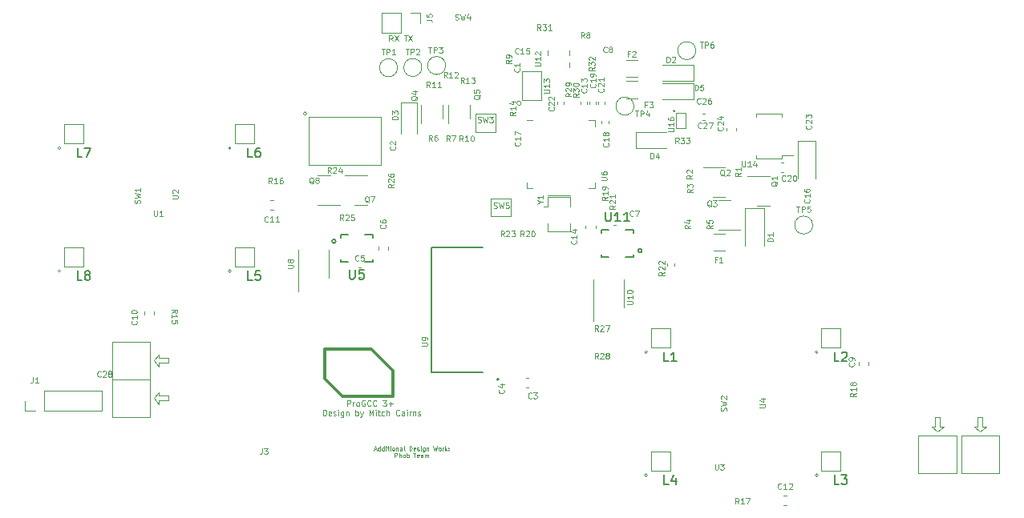
<source format=gbr>
G04 #@! TF.GenerationSoftware,KiCad,Pcbnew,7.0.6*
G04 #@! TF.CreationDate,2023-09-01T17:33:17-07:00*
G04 #@! TF.ProjectId,procon_gcc_main_pcb,70726f63-6f6e-45f6-9763-635f6d61696e,1*
G04 #@! TF.SameCoordinates,Original*
G04 #@! TF.FileFunction,Legend,Top*
G04 #@! TF.FilePolarity,Positive*
%FSLAX46Y46*%
G04 Gerber Fmt 4.6, Leading zero omitted, Abs format (unit mm)*
G04 Created by KiCad (PCBNEW 7.0.6) date 2023-09-01 17:33:17*
%MOMM*%
%LPD*%
G01*
G04 APERTURE LIST*
%ADD10C,0.100000*%
%ADD11C,0.160000*%
%ADD12C,0.150000*%
%ADD13C,0.120000*%
%ADD14C,0.127000*%
%ADD15C,0.200000*%
%ADD16C,0.350000*%
G04 APERTURE END LIST*
D10*
X113692629Y-141724971D02*
X113692629Y-141124971D01*
X113692629Y-141124971D02*
X113835486Y-141124971D01*
X113835486Y-141124971D02*
X113921200Y-141153542D01*
X113921200Y-141153542D02*
X113978343Y-141210685D01*
X113978343Y-141210685D02*
X114006914Y-141267828D01*
X114006914Y-141267828D02*
X114035486Y-141382114D01*
X114035486Y-141382114D02*
X114035486Y-141467828D01*
X114035486Y-141467828D02*
X114006914Y-141582114D01*
X114006914Y-141582114D02*
X113978343Y-141639257D01*
X113978343Y-141639257D02*
X113921200Y-141696400D01*
X113921200Y-141696400D02*
X113835486Y-141724971D01*
X113835486Y-141724971D02*
X113692629Y-141724971D01*
X114521200Y-141696400D02*
X114464057Y-141724971D01*
X114464057Y-141724971D02*
X114349772Y-141724971D01*
X114349772Y-141724971D02*
X114292629Y-141696400D01*
X114292629Y-141696400D02*
X114264057Y-141639257D01*
X114264057Y-141639257D02*
X114264057Y-141410685D01*
X114264057Y-141410685D02*
X114292629Y-141353542D01*
X114292629Y-141353542D02*
X114349772Y-141324971D01*
X114349772Y-141324971D02*
X114464057Y-141324971D01*
X114464057Y-141324971D02*
X114521200Y-141353542D01*
X114521200Y-141353542D02*
X114549772Y-141410685D01*
X114549772Y-141410685D02*
X114549772Y-141467828D01*
X114549772Y-141467828D02*
X114264057Y-141524971D01*
X114778343Y-141696400D02*
X114835486Y-141724971D01*
X114835486Y-141724971D02*
X114949772Y-141724971D01*
X114949772Y-141724971D02*
X115006915Y-141696400D01*
X115006915Y-141696400D02*
X115035486Y-141639257D01*
X115035486Y-141639257D02*
X115035486Y-141610685D01*
X115035486Y-141610685D02*
X115006915Y-141553542D01*
X115006915Y-141553542D02*
X114949772Y-141524971D01*
X114949772Y-141524971D02*
X114864058Y-141524971D01*
X114864058Y-141524971D02*
X114806915Y-141496400D01*
X114806915Y-141496400D02*
X114778343Y-141439257D01*
X114778343Y-141439257D02*
X114778343Y-141410685D01*
X114778343Y-141410685D02*
X114806915Y-141353542D01*
X114806915Y-141353542D02*
X114864058Y-141324971D01*
X114864058Y-141324971D02*
X114949772Y-141324971D01*
X114949772Y-141324971D02*
X115006915Y-141353542D01*
X115292629Y-141724971D02*
X115292629Y-141324971D01*
X115292629Y-141124971D02*
X115264057Y-141153542D01*
X115264057Y-141153542D02*
X115292629Y-141182114D01*
X115292629Y-141182114D02*
X115321200Y-141153542D01*
X115321200Y-141153542D02*
X115292629Y-141124971D01*
X115292629Y-141124971D02*
X115292629Y-141182114D01*
X115835486Y-141324971D02*
X115835486Y-141810685D01*
X115835486Y-141810685D02*
X115806914Y-141867828D01*
X115806914Y-141867828D02*
X115778343Y-141896400D01*
X115778343Y-141896400D02*
X115721200Y-141924971D01*
X115721200Y-141924971D02*
X115635486Y-141924971D01*
X115635486Y-141924971D02*
X115578343Y-141896400D01*
X115835486Y-141696400D02*
X115778343Y-141724971D01*
X115778343Y-141724971D02*
X115664057Y-141724971D01*
X115664057Y-141724971D02*
X115606914Y-141696400D01*
X115606914Y-141696400D02*
X115578343Y-141667828D01*
X115578343Y-141667828D02*
X115549771Y-141610685D01*
X115549771Y-141610685D02*
X115549771Y-141439257D01*
X115549771Y-141439257D02*
X115578343Y-141382114D01*
X115578343Y-141382114D02*
X115606914Y-141353542D01*
X115606914Y-141353542D02*
X115664057Y-141324971D01*
X115664057Y-141324971D02*
X115778343Y-141324971D01*
X115778343Y-141324971D02*
X115835486Y-141353542D01*
X116121200Y-141324971D02*
X116121200Y-141724971D01*
X116121200Y-141382114D02*
X116149771Y-141353542D01*
X116149771Y-141353542D02*
X116206914Y-141324971D01*
X116206914Y-141324971D02*
X116292628Y-141324971D01*
X116292628Y-141324971D02*
X116349771Y-141353542D01*
X116349771Y-141353542D02*
X116378343Y-141410685D01*
X116378343Y-141410685D02*
X116378343Y-141724971D01*
X117121200Y-141724971D02*
X117121200Y-141124971D01*
X117121200Y-141353542D02*
X117178343Y-141324971D01*
X117178343Y-141324971D02*
X117292628Y-141324971D01*
X117292628Y-141324971D02*
X117349771Y-141353542D01*
X117349771Y-141353542D02*
X117378343Y-141382114D01*
X117378343Y-141382114D02*
X117406914Y-141439257D01*
X117406914Y-141439257D02*
X117406914Y-141610685D01*
X117406914Y-141610685D02*
X117378343Y-141667828D01*
X117378343Y-141667828D02*
X117349771Y-141696400D01*
X117349771Y-141696400D02*
X117292628Y-141724971D01*
X117292628Y-141724971D02*
X117178343Y-141724971D01*
X117178343Y-141724971D02*
X117121200Y-141696400D01*
X117606914Y-141324971D02*
X117749771Y-141724971D01*
X117892628Y-141324971D02*
X117749771Y-141724971D01*
X117749771Y-141724971D02*
X117692628Y-141867828D01*
X117692628Y-141867828D02*
X117664057Y-141896400D01*
X117664057Y-141896400D02*
X117606914Y-141924971D01*
X118578343Y-141724971D02*
X118578343Y-141124971D01*
X118578343Y-141124971D02*
X118778343Y-141553542D01*
X118778343Y-141553542D02*
X118978343Y-141124971D01*
X118978343Y-141124971D02*
X118978343Y-141724971D01*
X119264057Y-141724971D02*
X119264057Y-141324971D01*
X119264057Y-141124971D02*
X119235485Y-141153542D01*
X119235485Y-141153542D02*
X119264057Y-141182114D01*
X119264057Y-141182114D02*
X119292628Y-141153542D01*
X119292628Y-141153542D02*
X119264057Y-141124971D01*
X119264057Y-141124971D02*
X119264057Y-141182114D01*
X119464056Y-141324971D02*
X119692628Y-141324971D01*
X119549771Y-141124971D02*
X119549771Y-141639257D01*
X119549771Y-141639257D02*
X119578342Y-141696400D01*
X119578342Y-141696400D02*
X119635485Y-141724971D01*
X119635485Y-141724971D02*
X119692628Y-141724971D01*
X120149771Y-141696400D02*
X120092628Y-141724971D01*
X120092628Y-141724971D02*
X119978342Y-141724971D01*
X119978342Y-141724971D02*
X119921199Y-141696400D01*
X119921199Y-141696400D02*
X119892628Y-141667828D01*
X119892628Y-141667828D02*
X119864056Y-141610685D01*
X119864056Y-141610685D02*
X119864056Y-141439257D01*
X119864056Y-141439257D02*
X119892628Y-141382114D01*
X119892628Y-141382114D02*
X119921199Y-141353542D01*
X119921199Y-141353542D02*
X119978342Y-141324971D01*
X119978342Y-141324971D02*
X120092628Y-141324971D01*
X120092628Y-141324971D02*
X120149771Y-141353542D01*
X120406914Y-141724971D02*
X120406914Y-141124971D01*
X120664057Y-141724971D02*
X120664057Y-141410685D01*
X120664057Y-141410685D02*
X120635485Y-141353542D01*
X120635485Y-141353542D02*
X120578342Y-141324971D01*
X120578342Y-141324971D02*
X120492628Y-141324971D01*
X120492628Y-141324971D02*
X120435485Y-141353542D01*
X120435485Y-141353542D02*
X120406914Y-141382114D01*
X121749771Y-141667828D02*
X121721199Y-141696400D01*
X121721199Y-141696400D02*
X121635485Y-141724971D01*
X121635485Y-141724971D02*
X121578342Y-141724971D01*
X121578342Y-141724971D02*
X121492628Y-141696400D01*
X121492628Y-141696400D02*
X121435485Y-141639257D01*
X121435485Y-141639257D02*
X121406914Y-141582114D01*
X121406914Y-141582114D02*
X121378342Y-141467828D01*
X121378342Y-141467828D02*
X121378342Y-141382114D01*
X121378342Y-141382114D02*
X121406914Y-141267828D01*
X121406914Y-141267828D02*
X121435485Y-141210685D01*
X121435485Y-141210685D02*
X121492628Y-141153542D01*
X121492628Y-141153542D02*
X121578342Y-141124971D01*
X121578342Y-141124971D02*
X121635485Y-141124971D01*
X121635485Y-141124971D02*
X121721199Y-141153542D01*
X121721199Y-141153542D02*
X121749771Y-141182114D01*
X122264057Y-141724971D02*
X122264057Y-141410685D01*
X122264057Y-141410685D02*
X122235485Y-141353542D01*
X122235485Y-141353542D02*
X122178342Y-141324971D01*
X122178342Y-141324971D02*
X122064057Y-141324971D01*
X122064057Y-141324971D02*
X122006914Y-141353542D01*
X122264057Y-141696400D02*
X122206914Y-141724971D01*
X122206914Y-141724971D02*
X122064057Y-141724971D01*
X122064057Y-141724971D02*
X122006914Y-141696400D01*
X122006914Y-141696400D02*
X121978342Y-141639257D01*
X121978342Y-141639257D02*
X121978342Y-141582114D01*
X121978342Y-141582114D02*
X122006914Y-141524971D01*
X122006914Y-141524971D02*
X122064057Y-141496400D01*
X122064057Y-141496400D02*
X122206914Y-141496400D01*
X122206914Y-141496400D02*
X122264057Y-141467828D01*
X122549771Y-141724971D02*
X122549771Y-141324971D01*
X122549771Y-141124971D02*
X122521199Y-141153542D01*
X122521199Y-141153542D02*
X122549771Y-141182114D01*
X122549771Y-141182114D02*
X122578342Y-141153542D01*
X122578342Y-141153542D02*
X122549771Y-141124971D01*
X122549771Y-141124971D02*
X122549771Y-141182114D01*
X122835485Y-141724971D02*
X122835485Y-141324971D01*
X122835485Y-141439257D02*
X122864056Y-141382114D01*
X122864056Y-141382114D02*
X122892628Y-141353542D01*
X122892628Y-141353542D02*
X122949770Y-141324971D01*
X122949770Y-141324971D02*
X123006913Y-141324971D01*
X123206914Y-141324971D02*
X123206914Y-141724971D01*
X123206914Y-141382114D02*
X123235485Y-141353542D01*
X123235485Y-141353542D02*
X123292628Y-141324971D01*
X123292628Y-141324971D02*
X123378342Y-141324971D01*
X123378342Y-141324971D02*
X123435485Y-141353542D01*
X123435485Y-141353542D02*
X123464057Y-141410685D01*
X123464057Y-141410685D02*
X123464057Y-141724971D01*
X123721199Y-141696400D02*
X123778342Y-141724971D01*
X123778342Y-141724971D02*
X123892628Y-141724971D01*
X123892628Y-141724971D02*
X123949771Y-141696400D01*
X123949771Y-141696400D02*
X123978342Y-141639257D01*
X123978342Y-141639257D02*
X123978342Y-141610685D01*
X123978342Y-141610685D02*
X123949771Y-141553542D01*
X123949771Y-141553542D02*
X123892628Y-141524971D01*
X123892628Y-141524971D02*
X123806914Y-141524971D01*
X123806914Y-141524971D02*
X123749771Y-141496400D01*
X123749771Y-141496400D02*
X123721199Y-141439257D01*
X123721199Y-141439257D02*
X123721199Y-141410685D01*
X123721199Y-141410685D02*
X123749771Y-141353542D01*
X123749771Y-141353542D02*
X123806914Y-141324971D01*
X123806914Y-141324971D02*
X123892628Y-141324971D01*
X123892628Y-141324971D02*
X123949771Y-141353542D01*
X121026342Y-102151771D02*
X120826342Y-101866057D01*
X120683485Y-102151771D02*
X120683485Y-101551771D01*
X120683485Y-101551771D02*
X120912056Y-101551771D01*
X120912056Y-101551771D02*
X120969199Y-101580342D01*
X120969199Y-101580342D02*
X120997770Y-101608914D01*
X120997770Y-101608914D02*
X121026342Y-101666057D01*
X121026342Y-101666057D02*
X121026342Y-101751771D01*
X121026342Y-101751771D02*
X120997770Y-101808914D01*
X120997770Y-101808914D02*
X120969199Y-101837485D01*
X120969199Y-101837485D02*
X120912056Y-101866057D01*
X120912056Y-101866057D02*
X120683485Y-101866057D01*
X121226342Y-101551771D02*
X121626342Y-102151771D01*
X121626342Y-101551771D02*
X121226342Y-102151771D01*
X122226342Y-101551771D02*
X122569200Y-101551771D01*
X122397771Y-102151771D02*
X122397771Y-101551771D01*
X122712057Y-101551771D02*
X123112057Y-102151771D01*
X123112057Y-101551771D02*
X122712057Y-102151771D01*
X119105456Y-145304957D02*
X119319742Y-145304957D01*
X119062599Y-145433528D02*
X119212599Y-144983528D01*
X119212599Y-144983528D02*
X119362599Y-145433528D01*
X119705456Y-145433528D02*
X119705456Y-144983528D01*
X119705456Y-145412100D02*
X119662598Y-145433528D01*
X119662598Y-145433528D02*
X119576884Y-145433528D01*
X119576884Y-145433528D02*
X119534027Y-145412100D01*
X119534027Y-145412100D02*
X119512598Y-145390671D01*
X119512598Y-145390671D02*
X119491170Y-145347814D01*
X119491170Y-145347814D02*
X119491170Y-145219242D01*
X119491170Y-145219242D02*
X119512598Y-145176385D01*
X119512598Y-145176385D02*
X119534027Y-145154957D01*
X119534027Y-145154957D02*
X119576884Y-145133528D01*
X119576884Y-145133528D02*
X119662598Y-145133528D01*
X119662598Y-145133528D02*
X119705456Y-145154957D01*
X120112599Y-145433528D02*
X120112599Y-144983528D01*
X120112599Y-145412100D02*
X120069741Y-145433528D01*
X120069741Y-145433528D02*
X119984027Y-145433528D01*
X119984027Y-145433528D02*
X119941170Y-145412100D01*
X119941170Y-145412100D02*
X119919741Y-145390671D01*
X119919741Y-145390671D02*
X119898313Y-145347814D01*
X119898313Y-145347814D02*
X119898313Y-145219242D01*
X119898313Y-145219242D02*
X119919741Y-145176385D01*
X119919741Y-145176385D02*
X119941170Y-145154957D01*
X119941170Y-145154957D02*
X119984027Y-145133528D01*
X119984027Y-145133528D02*
X120069741Y-145133528D01*
X120069741Y-145133528D02*
X120112599Y-145154957D01*
X120326884Y-145433528D02*
X120326884Y-145133528D01*
X120326884Y-144983528D02*
X120305456Y-145004957D01*
X120305456Y-145004957D02*
X120326884Y-145026385D01*
X120326884Y-145026385D02*
X120348313Y-145004957D01*
X120348313Y-145004957D02*
X120326884Y-144983528D01*
X120326884Y-144983528D02*
X120326884Y-145026385D01*
X120476885Y-145133528D02*
X120648313Y-145133528D01*
X120541170Y-144983528D02*
X120541170Y-145369242D01*
X120541170Y-145369242D02*
X120562599Y-145412100D01*
X120562599Y-145412100D02*
X120605456Y-145433528D01*
X120605456Y-145433528D02*
X120648313Y-145433528D01*
X120798313Y-145433528D02*
X120798313Y-145133528D01*
X120798313Y-144983528D02*
X120776885Y-145004957D01*
X120776885Y-145004957D02*
X120798313Y-145026385D01*
X120798313Y-145026385D02*
X120819742Y-145004957D01*
X120819742Y-145004957D02*
X120798313Y-144983528D01*
X120798313Y-144983528D02*
X120798313Y-145026385D01*
X121076885Y-145433528D02*
X121034028Y-145412100D01*
X121034028Y-145412100D02*
X121012599Y-145390671D01*
X121012599Y-145390671D02*
X120991171Y-145347814D01*
X120991171Y-145347814D02*
X120991171Y-145219242D01*
X120991171Y-145219242D02*
X121012599Y-145176385D01*
X121012599Y-145176385D02*
X121034028Y-145154957D01*
X121034028Y-145154957D02*
X121076885Y-145133528D01*
X121076885Y-145133528D02*
X121141171Y-145133528D01*
X121141171Y-145133528D02*
X121184028Y-145154957D01*
X121184028Y-145154957D02*
X121205457Y-145176385D01*
X121205457Y-145176385D02*
X121226885Y-145219242D01*
X121226885Y-145219242D02*
X121226885Y-145347814D01*
X121226885Y-145347814D02*
X121205457Y-145390671D01*
X121205457Y-145390671D02*
X121184028Y-145412100D01*
X121184028Y-145412100D02*
X121141171Y-145433528D01*
X121141171Y-145433528D02*
X121076885Y-145433528D01*
X121419742Y-145133528D02*
X121419742Y-145433528D01*
X121419742Y-145176385D02*
X121441171Y-145154957D01*
X121441171Y-145154957D02*
X121484028Y-145133528D01*
X121484028Y-145133528D02*
X121548314Y-145133528D01*
X121548314Y-145133528D02*
X121591171Y-145154957D01*
X121591171Y-145154957D02*
X121612600Y-145197814D01*
X121612600Y-145197814D02*
X121612600Y-145433528D01*
X122019743Y-145433528D02*
X122019743Y-145197814D01*
X122019743Y-145197814D02*
X121998314Y-145154957D01*
X121998314Y-145154957D02*
X121955457Y-145133528D01*
X121955457Y-145133528D02*
X121869743Y-145133528D01*
X121869743Y-145133528D02*
X121826885Y-145154957D01*
X122019743Y-145412100D02*
X121976885Y-145433528D01*
X121976885Y-145433528D02*
X121869743Y-145433528D01*
X121869743Y-145433528D02*
X121826885Y-145412100D01*
X121826885Y-145412100D02*
X121805457Y-145369242D01*
X121805457Y-145369242D02*
X121805457Y-145326385D01*
X121805457Y-145326385D02*
X121826885Y-145283528D01*
X121826885Y-145283528D02*
X121869743Y-145262100D01*
X121869743Y-145262100D02*
X121976885Y-145262100D01*
X121976885Y-145262100D02*
X122019743Y-145240671D01*
X122298314Y-145433528D02*
X122255457Y-145412100D01*
X122255457Y-145412100D02*
X122234028Y-145369242D01*
X122234028Y-145369242D02*
X122234028Y-144983528D01*
X122812599Y-145433528D02*
X122812599Y-144983528D01*
X122812599Y-144983528D02*
X122919742Y-144983528D01*
X122919742Y-144983528D02*
X122984028Y-145004957D01*
X122984028Y-145004957D02*
X123026885Y-145047814D01*
X123026885Y-145047814D02*
X123048314Y-145090671D01*
X123048314Y-145090671D02*
X123069742Y-145176385D01*
X123069742Y-145176385D02*
X123069742Y-145240671D01*
X123069742Y-145240671D02*
X123048314Y-145326385D01*
X123048314Y-145326385D02*
X123026885Y-145369242D01*
X123026885Y-145369242D02*
X122984028Y-145412100D01*
X122984028Y-145412100D02*
X122919742Y-145433528D01*
X122919742Y-145433528D02*
X122812599Y-145433528D01*
X123434028Y-145412100D02*
X123391171Y-145433528D01*
X123391171Y-145433528D02*
X123305457Y-145433528D01*
X123305457Y-145433528D02*
X123262599Y-145412100D01*
X123262599Y-145412100D02*
X123241171Y-145369242D01*
X123241171Y-145369242D02*
X123241171Y-145197814D01*
X123241171Y-145197814D02*
X123262599Y-145154957D01*
X123262599Y-145154957D02*
X123305457Y-145133528D01*
X123305457Y-145133528D02*
X123391171Y-145133528D01*
X123391171Y-145133528D02*
X123434028Y-145154957D01*
X123434028Y-145154957D02*
X123455457Y-145197814D01*
X123455457Y-145197814D02*
X123455457Y-145240671D01*
X123455457Y-145240671D02*
X123241171Y-145283528D01*
X123626885Y-145412100D02*
X123669742Y-145433528D01*
X123669742Y-145433528D02*
X123755456Y-145433528D01*
X123755456Y-145433528D02*
X123798313Y-145412100D01*
X123798313Y-145412100D02*
X123819742Y-145369242D01*
X123819742Y-145369242D02*
X123819742Y-145347814D01*
X123819742Y-145347814D02*
X123798313Y-145304957D01*
X123798313Y-145304957D02*
X123755456Y-145283528D01*
X123755456Y-145283528D02*
X123691171Y-145283528D01*
X123691171Y-145283528D02*
X123648313Y-145262100D01*
X123648313Y-145262100D02*
X123626885Y-145219242D01*
X123626885Y-145219242D02*
X123626885Y-145197814D01*
X123626885Y-145197814D02*
X123648313Y-145154957D01*
X123648313Y-145154957D02*
X123691171Y-145133528D01*
X123691171Y-145133528D02*
X123755456Y-145133528D01*
X123755456Y-145133528D02*
X123798313Y-145154957D01*
X124012599Y-145433528D02*
X124012599Y-145133528D01*
X124012599Y-144983528D02*
X123991171Y-145004957D01*
X123991171Y-145004957D02*
X124012599Y-145026385D01*
X124012599Y-145026385D02*
X124034028Y-145004957D01*
X124034028Y-145004957D02*
X124012599Y-144983528D01*
X124012599Y-144983528D02*
X124012599Y-145026385D01*
X124419743Y-145133528D02*
X124419743Y-145497814D01*
X124419743Y-145497814D02*
X124398314Y-145540671D01*
X124398314Y-145540671D02*
X124376885Y-145562100D01*
X124376885Y-145562100D02*
X124334028Y-145583528D01*
X124334028Y-145583528D02*
X124269743Y-145583528D01*
X124269743Y-145583528D02*
X124226885Y-145562100D01*
X124419743Y-145412100D02*
X124376885Y-145433528D01*
X124376885Y-145433528D02*
X124291171Y-145433528D01*
X124291171Y-145433528D02*
X124248314Y-145412100D01*
X124248314Y-145412100D02*
X124226885Y-145390671D01*
X124226885Y-145390671D02*
X124205457Y-145347814D01*
X124205457Y-145347814D02*
X124205457Y-145219242D01*
X124205457Y-145219242D02*
X124226885Y-145176385D01*
X124226885Y-145176385D02*
X124248314Y-145154957D01*
X124248314Y-145154957D02*
X124291171Y-145133528D01*
X124291171Y-145133528D02*
X124376885Y-145133528D01*
X124376885Y-145133528D02*
X124419743Y-145154957D01*
X124634028Y-145133528D02*
X124634028Y-145433528D01*
X124634028Y-145176385D02*
X124655457Y-145154957D01*
X124655457Y-145154957D02*
X124698314Y-145133528D01*
X124698314Y-145133528D02*
X124762600Y-145133528D01*
X124762600Y-145133528D02*
X124805457Y-145154957D01*
X124805457Y-145154957D02*
X124826886Y-145197814D01*
X124826886Y-145197814D02*
X124826886Y-145433528D01*
X125341171Y-144983528D02*
X125448314Y-145433528D01*
X125448314Y-145433528D02*
X125534028Y-145112100D01*
X125534028Y-145112100D02*
X125619743Y-145433528D01*
X125619743Y-145433528D02*
X125726886Y-144983528D01*
X125962600Y-145433528D02*
X125919743Y-145412100D01*
X125919743Y-145412100D02*
X125898314Y-145390671D01*
X125898314Y-145390671D02*
X125876886Y-145347814D01*
X125876886Y-145347814D02*
X125876886Y-145219242D01*
X125876886Y-145219242D02*
X125898314Y-145176385D01*
X125898314Y-145176385D02*
X125919743Y-145154957D01*
X125919743Y-145154957D02*
X125962600Y-145133528D01*
X125962600Y-145133528D02*
X126026886Y-145133528D01*
X126026886Y-145133528D02*
X126069743Y-145154957D01*
X126069743Y-145154957D02*
X126091172Y-145176385D01*
X126091172Y-145176385D02*
X126112600Y-145219242D01*
X126112600Y-145219242D02*
X126112600Y-145347814D01*
X126112600Y-145347814D02*
X126091172Y-145390671D01*
X126091172Y-145390671D02*
X126069743Y-145412100D01*
X126069743Y-145412100D02*
X126026886Y-145433528D01*
X126026886Y-145433528D02*
X125962600Y-145433528D01*
X126305457Y-145433528D02*
X126305457Y-145133528D01*
X126305457Y-145219242D02*
X126326886Y-145176385D01*
X126326886Y-145176385D02*
X126348315Y-145154957D01*
X126348315Y-145154957D02*
X126391172Y-145133528D01*
X126391172Y-145133528D02*
X126434029Y-145133528D01*
X126584028Y-145433528D02*
X126584028Y-144983528D01*
X126626886Y-145262100D02*
X126755457Y-145433528D01*
X126755457Y-145133528D02*
X126584028Y-145304957D01*
X126948314Y-145390671D02*
X126969743Y-145412100D01*
X126969743Y-145412100D02*
X126948314Y-145433528D01*
X126948314Y-145433528D02*
X126926886Y-145412100D01*
X126926886Y-145412100D02*
X126948314Y-145390671D01*
X126948314Y-145390671D02*
X126948314Y-145433528D01*
X126948314Y-145154957D02*
X126969743Y-145176385D01*
X126969743Y-145176385D02*
X126948314Y-145197814D01*
X126948314Y-145197814D02*
X126926886Y-145176385D01*
X126926886Y-145176385D02*
X126948314Y-145154957D01*
X126948314Y-145154957D02*
X126948314Y-145197814D01*
X121269742Y-146158028D02*
X121269742Y-145708028D01*
X121269742Y-145708028D02*
X121441171Y-145708028D01*
X121441171Y-145708028D02*
X121484028Y-145729457D01*
X121484028Y-145729457D02*
X121505457Y-145750885D01*
X121505457Y-145750885D02*
X121526885Y-145793742D01*
X121526885Y-145793742D02*
X121526885Y-145858028D01*
X121526885Y-145858028D02*
X121505457Y-145900885D01*
X121505457Y-145900885D02*
X121484028Y-145922314D01*
X121484028Y-145922314D02*
X121441171Y-145943742D01*
X121441171Y-145943742D02*
X121269742Y-145943742D01*
X121719742Y-146158028D02*
X121719742Y-145708028D01*
X121912600Y-146158028D02*
X121912600Y-145922314D01*
X121912600Y-145922314D02*
X121891171Y-145879457D01*
X121891171Y-145879457D02*
X121848314Y-145858028D01*
X121848314Y-145858028D02*
X121784028Y-145858028D01*
X121784028Y-145858028D02*
X121741171Y-145879457D01*
X121741171Y-145879457D02*
X121719742Y-145900885D01*
X122191171Y-146158028D02*
X122148314Y-146136600D01*
X122148314Y-146136600D02*
X122126885Y-146115171D01*
X122126885Y-146115171D02*
X122105457Y-146072314D01*
X122105457Y-146072314D02*
X122105457Y-145943742D01*
X122105457Y-145943742D02*
X122126885Y-145900885D01*
X122126885Y-145900885D02*
X122148314Y-145879457D01*
X122148314Y-145879457D02*
X122191171Y-145858028D01*
X122191171Y-145858028D02*
X122255457Y-145858028D01*
X122255457Y-145858028D02*
X122298314Y-145879457D01*
X122298314Y-145879457D02*
X122319743Y-145900885D01*
X122319743Y-145900885D02*
X122341171Y-145943742D01*
X122341171Y-145943742D02*
X122341171Y-146072314D01*
X122341171Y-146072314D02*
X122319743Y-146115171D01*
X122319743Y-146115171D02*
X122298314Y-146136600D01*
X122298314Y-146136600D02*
X122255457Y-146158028D01*
X122255457Y-146158028D02*
X122191171Y-146158028D01*
X122534028Y-146158028D02*
X122534028Y-145708028D01*
X122534028Y-145879457D02*
X122576886Y-145858028D01*
X122576886Y-145858028D02*
X122662600Y-145858028D01*
X122662600Y-145858028D02*
X122705457Y-145879457D01*
X122705457Y-145879457D02*
X122726886Y-145900885D01*
X122726886Y-145900885D02*
X122748314Y-145943742D01*
X122748314Y-145943742D02*
X122748314Y-146072314D01*
X122748314Y-146072314D02*
X122726886Y-146115171D01*
X122726886Y-146115171D02*
X122705457Y-146136600D01*
X122705457Y-146136600D02*
X122662600Y-146158028D01*
X122662600Y-146158028D02*
X122576886Y-146158028D01*
X122576886Y-146158028D02*
X122534028Y-146136600D01*
X123219743Y-145708028D02*
X123476886Y-145708028D01*
X123348314Y-146158028D02*
X123348314Y-145708028D01*
X123798314Y-146136600D02*
X123755457Y-146158028D01*
X123755457Y-146158028D02*
X123669743Y-146158028D01*
X123669743Y-146158028D02*
X123626885Y-146136600D01*
X123626885Y-146136600D02*
X123605457Y-146093742D01*
X123605457Y-146093742D02*
X123605457Y-145922314D01*
X123605457Y-145922314D02*
X123626885Y-145879457D01*
X123626885Y-145879457D02*
X123669743Y-145858028D01*
X123669743Y-145858028D02*
X123755457Y-145858028D01*
X123755457Y-145858028D02*
X123798314Y-145879457D01*
X123798314Y-145879457D02*
X123819743Y-145922314D01*
X123819743Y-145922314D02*
X123819743Y-145965171D01*
X123819743Y-145965171D02*
X123605457Y-146008028D01*
X124205457Y-146158028D02*
X124205457Y-145922314D01*
X124205457Y-145922314D02*
X124184028Y-145879457D01*
X124184028Y-145879457D02*
X124141171Y-145858028D01*
X124141171Y-145858028D02*
X124055457Y-145858028D01*
X124055457Y-145858028D02*
X124012599Y-145879457D01*
X124205457Y-146136600D02*
X124162599Y-146158028D01*
X124162599Y-146158028D02*
X124055457Y-146158028D01*
X124055457Y-146158028D02*
X124012599Y-146136600D01*
X124012599Y-146136600D02*
X123991171Y-146093742D01*
X123991171Y-146093742D02*
X123991171Y-146050885D01*
X123991171Y-146050885D02*
X124012599Y-146008028D01*
X124012599Y-146008028D02*
X124055457Y-145986600D01*
X124055457Y-145986600D02*
X124162599Y-145986600D01*
X124162599Y-145986600D02*
X124205457Y-145965171D01*
X124419742Y-146158028D02*
X124419742Y-145858028D01*
X124419742Y-145900885D02*
X124441171Y-145879457D01*
X124441171Y-145879457D02*
X124484028Y-145858028D01*
X124484028Y-145858028D02*
X124548314Y-145858028D01*
X124548314Y-145858028D02*
X124591171Y-145879457D01*
X124591171Y-145879457D02*
X124612600Y-145922314D01*
X124612600Y-145922314D02*
X124612600Y-146158028D01*
X124612600Y-145922314D02*
X124634028Y-145879457D01*
X124634028Y-145879457D02*
X124676885Y-145858028D01*
X124676885Y-145858028D02*
X124741171Y-145858028D01*
X124741171Y-145858028D02*
X124784028Y-145879457D01*
X124784028Y-145879457D02*
X124805457Y-145922314D01*
X124805457Y-145922314D02*
X124805457Y-146158028D01*
X116268800Y-140734371D02*
X116268800Y-140134371D01*
X116268800Y-140134371D02*
X116497371Y-140134371D01*
X116497371Y-140134371D02*
X116554514Y-140162942D01*
X116554514Y-140162942D02*
X116583085Y-140191514D01*
X116583085Y-140191514D02*
X116611657Y-140248657D01*
X116611657Y-140248657D02*
X116611657Y-140334371D01*
X116611657Y-140334371D02*
X116583085Y-140391514D01*
X116583085Y-140391514D02*
X116554514Y-140420085D01*
X116554514Y-140420085D02*
X116497371Y-140448657D01*
X116497371Y-140448657D02*
X116268800Y-140448657D01*
X116868800Y-140734371D02*
X116868800Y-140334371D01*
X116868800Y-140448657D02*
X116897371Y-140391514D01*
X116897371Y-140391514D02*
X116925943Y-140362942D01*
X116925943Y-140362942D02*
X116983085Y-140334371D01*
X116983085Y-140334371D02*
X117040228Y-140334371D01*
X117325943Y-140734371D02*
X117268800Y-140705800D01*
X117268800Y-140705800D02*
X117240229Y-140677228D01*
X117240229Y-140677228D02*
X117211657Y-140620085D01*
X117211657Y-140620085D02*
X117211657Y-140448657D01*
X117211657Y-140448657D02*
X117240229Y-140391514D01*
X117240229Y-140391514D02*
X117268800Y-140362942D01*
X117268800Y-140362942D02*
X117325943Y-140334371D01*
X117325943Y-140334371D02*
X117411657Y-140334371D01*
X117411657Y-140334371D02*
X117468800Y-140362942D01*
X117468800Y-140362942D02*
X117497372Y-140391514D01*
X117497372Y-140391514D02*
X117525943Y-140448657D01*
X117525943Y-140448657D02*
X117525943Y-140620085D01*
X117525943Y-140620085D02*
X117497372Y-140677228D01*
X117497372Y-140677228D02*
X117468800Y-140705800D01*
X117468800Y-140705800D02*
X117411657Y-140734371D01*
X117411657Y-140734371D02*
X117325943Y-140734371D01*
X118097371Y-140162942D02*
X118040229Y-140134371D01*
X118040229Y-140134371D02*
X117954514Y-140134371D01*
X117954514Y-140134371D02*
X117868800Y-140162942D01*
X117868800Y-140162942D02*
X117811657Y-140220085D01*
X117811657Y-140220085D02*
X117783086Y-140277228D01*
X117783086Y-140277228D02*
X117754514Y-140391514D01*
X117754514Y-140391514D02*
X117754514Y-140477228D01*
X117754514Y-140477228D02*
X117783086Y-140591514D01*
X117783086Y-140591514D02*
X117811657Y-140648657D01*
X117811657Y-140648657D02*
X117868800Y-140705800D01*
X117868800Y-140705800D02*
X117954514Y-140734371D01*
X117954514Y-140734371D02*
X118011657Y-140734371D01*
X118011657Y-140734371D02*
X118097371Y-140705800D01*
X118097371Y-140705800D02*
X118125943Y-140677228D01*
X118125943Y-140677228D02*
X118125943Y-140477228D01*
X118125943Y-140477228D02*
X118011657Y-140477228D01*
X118725943Y-140677228D02*
X118697371Y-140705800D01*
X118697371Y-140705800D02*
X118611657Y-140734371D01*
X118611657Y-140734371D02*
X118554514Y-140734371D01*
X118554514Y-140734371D02*
X118468800Y-140705800D01*
X118468800Y-140705800D02*
X118411657Y-140648657D01*
X118411657Y-140648657D02*
X118383086Y-140591514D01*
X118383086Y-140591514D02*
X118354514Y-140477228D01*
X118354514Y-140477228D02*
X118354514Y-140391514D01*
X118354514Y-140391514D02*
X118383086Y-140277228D01*
X118383086Y-140277228D02*
X118411657Y-140220085D01*
X118411657Y-140220085D02*
X118468800Y-140162942D01*
X118468800Y-140162942D02*
X118554514Y-140134371D01*
X118554514Y-140134371D02*
X118611657Y-140134371D01*
X118611657Y-140134371D02*
X118697371Y-140162942D01*
X118697371Y-140162942D02*
X118725943Y-140191514D01*
X119325943Y-140677228D02*
X119297371Y-140705800D01*
X119297371Y-140705800D02*
X119211657Y-140734371D01*
X119211657Y-140734371D02*
X119154514Y-140734371D01*
X119154514Y-140734371D02*
X119068800Y-140705800D01*
X119068800Y-140705800D02*
X119011657Y-140648657D01*
X119011657Y-140648657D02*
X118983086Y-140591514D01*
X118983086Y-140591514D02*
X118954514Y-140477228D01*
X118954514Y-140477228D02*
X118954514Y-140391514D01*
X118954514Y-140391514D02*
X118983086Y-140277228D01*
X118983086Y-140277228D02*
X119011657Y-140220085D01*
X119011657Y-140220085D02*
X119068800Y-140162942D01*
X119068800Y-140162942D02*
X119154514Y-140134371D01*
X119154514Y-140134371D02*
X119211657Y-140134371D01*
X119211657Y-140134371D02*
X119297371Y-140162942D01*
X119297371Y-140162942D02*
X119325943Y-140191514D01*
X119983086Y-140134371D02*
X120354514Y-140134371D01*
X120354514Y-140134371D02*
X120154514Y-140362942D01*
X120154514Y-140362942D02*
X120240229Y-140362942D01*
X120240229Y-140362942D02*
X120297372Y-140391514D01*
X120297372Y-140391514D02*
X120325943Y-140420085D01*
X120325943Y-140420085D02*
X120354514Y-140477228D01*
X120354514Y-140477228D02*
X120354514Y-140620085D01*
X120354514Y-140620085D02*
X120325943Y-140677228D01*
X120325943Y-140677228D02*
X120297372Y-140705800D01*
X120297372Y-140705800D02*
X120240229Y-140734371D01*
X120240229Y-140734371D02*
X120068800Y-140734371D01*
X120068800Y-140734371D02*
X120011657Y-140705800D01*
X120011657Y-140705800D02*
X119983086Y-140677228D01*
X120611658Y-140505800D02*
X121068801Y-140505800D01*
X120840229Y-140734371D02*
X120840229Y-140277228D01*
D11*
X143523705Y-120199899D02*
X143523705Y-121009422D01*
X143523705Y-121009422D02*
X143571324Y-121104660D01*
X143571324Y-121104660D02*
X143618943Y-121152280D01*
X143618943Y-121152280D02*
X143714181Y-121199899D01*
X143714181Y-121199899D02*
X143904657Y-121199899D01*
X143904657Y-121199899D02*
X143999895Y-121152280D01*
X143999895Y-121152280D02*
X144047514Y-121104660D01*
X144047514Y-121104660D02*
X144095133Y-121009422D01*
X144095133Y-121009422D02*
X144095133Y-120199899D01*
X145095133Y-121199899D02*
X144523705Y-121199899D01*
X144809419Y-121199899D02*
X144809419Y-120199899D01*
X144809419Y-120199899D02*
X144714181Y-120342756D01*
X144714181Y-120342756D02*
X144618943Y-120437994D01*
X144618943Y-120437994D02*
X144523705Y-120485613D01*
X146047514Y-121199899D02*
X145476086Y-121199899D01*
X145761800Y-121199899D02*
X145761800Y-120199899D01*
X145761800Y-120199899D02*
X145666562Y-120342756D01*
X145666562Y-120342756D02*
X145571324Y-120437994D01*
X145571324Y-120437994D02*
X145476086Y-120485613D01*
X116477295Y-126307899D02*
X116477295Y-127117422D01*
X116477295Y-127117422D02*
X116524914Y-127212660D01*
X116524914Y-127212660D02*
X116572533Y-127260280D01*
X116572533Y-127260280D02*
X116667771Y-127307899D01*
X116667771Y-127307899D02*
X116858247Y-127307899D01*
X116858247Y-127307899D02*
X116953485Y-127260280D01*
X116953485Y-127260280D02*
X117001104Y-127212660D01*
X117001104Y-127212660D02*
X117048723Y-127117422D01*
X117048723Y-127117422D02*
X117048723Y-126307899D01*
X118001104Y-126307899D02*
X117524914Y-126307899D01*
X117524914Y-126307899D02*
X117477295Y-126784089D01*
X117477295Y-126784089D02*
X117524914Y-126736470D01*
X117524914Y-126736470D02*
X117620152Y-126688851D01*
X117620152Y-126688851D02*
X117858247Y-126688851D01*
X117858247Y-126688851D02*
X117953485Y-126736470D01*
X117953485Y-126736470D02*
X118001104Y-126784089D01*
X118001104Y-126784089D02*
X118048723Y-126879327D01*
X118048723Y-126879327D02*
X118048723Y-127117422D01*
X118048723Y-127117422D02*
X118001104Y-127212660D01*
X118001104Y-127212660D02*
X117953485Y-127260280D01*
X117953485Y-127260280D02*
X117858247Y-127307899D01*
X117858247Y-127307899D02*
X117620152Y-127307899D01*
X117620152Y-127307899D02*
X117524914Y-127260280D01*
X117524914Y-127260280D02*
X117477295Y-127212660D01*
D12*
X88226333Y-127419419D02*
X87750143Y-127419419D01*
X87750143Y-127419419D02*
X87750143Y-126419419D01*
X88702524Y-126847990D02*
X88607286Y-126800371D01*
X88607286Y-126800371D02*
X88559667Y-126752752D01*
X88559667Y-126752752D02*
X88512048Y-126657514D01*
X88512048Y-126657514D02*
X88512048Y-126609895D01*
X88512048Y-126609895D02*
X88559667Y-126514657D01*
X88559667Y-126514657D02*
X88607286Y-126467038D01*
X88607286Y-126467038D02*
X88702524Y-126419419D01*
X88702524Y-126419419D02*
X88893000Y-126419419D01*
X88893000Y-126419419D02*
X88988238Y-126467038D01*
X88988238Y-126467038D02*
X89035857Y-126514657D01*
X89035857Y-126514657D02*
X89083476Y-126609895D01*
X89083476Y-126609895D02*
X89083476Y-126657514D01*
X89083476Y-126657514D02*
X89035857Y-126752752D01*
X89035857Y-126752752D02*
X88988238Y-126800371D01*
X88988238Y-126800371D02*
X88893000Y-126847990D01*
X88893000Y-126847990D02*
X88702524Y-126847990D01*
X88702524Y-126847990D02*
X88607286Y-126895609D01*
X88607286Y-126895609D02*
X88559667Y-126943228D01*
X88559667Y-126943228D02*
X88512048Y-127038466D01*
X88512048Y-127038466D02*
X88512048Y-127228942D01*
X88512048Y-127228942D02*
X88559667Y-127324180D01*
X88559667Y-127324180D02*
X88607286Y-127371800D01*
X88607286Y-127371800D02*
X88702524Y-127419419D01*
X88702524Y-127419419D02*
X88893000Y-127419419D01*
X88893000Y-127419419D02*
X88988238Y-127371800D01*
X88988238Y-127371800D02*
X89035857Y-127324180D01*
X89035857Y-127324180D02*
X89083476Y-127228942D01*
X89083476Y-127228942D02*
X89083476Y-127038466D01*
X89083476Y-127038466D02*
X89035857Y-126943228D01*
X89035857Y-126943228D02*
X88988238Y-126895609D01*
X88988238Y-126895609D02*
X88893000Y-126847990D01*
X88226333Y-114419419D02*
X87750143Y-114419419D01*
X87750143Y-114419419D02*
X87750143Y-113419419D01*
X88464429Y-113419419D02*
X89131095Y-113419419D01*
X89131095Y-113419419D02*
X88702524Y-114419419D01*
X106226333Y-114419419D02*
X105750143Y-114419419D01*
X105750143Y-114419419D02*
X105750143Y-113419419D01*
X106988238Y-113419419D02*
X106797762Y-113419419D01*
X106797762Y-113419419D02*
X106702524Y-113467038D01*
X106702524Y-113467038D02*
X106654905Y-113514657D01*
X106654905Y-113514657D02*
X106559667Y-113657514D01*
X106559667Y-113657514D02*
X106512048Y-113847990D01*
X106512048Y-113847990D02*
X106512048Y-114228942D01*
X106512048Y-114228942D02*
X106559667Y-114324180D01*
X106559667Y-114324180D02*
X106607286Y-114371800D01*
X106607286Y-114371800D02*
X106702524Y-114419419D01*
X106702524Y-114419419D02*
X106893000Y-114419419D01*
X106893000Y-114419419D02*
X106988238Y-114371800D01*
X106988238Y-114371800D02*
X107035857Y-114324180D01*
X107035857Y-114324180D02*
X107083476Y-114228942D01*
X107083476Y-114228942D02*
X107083476Y-113990847D01*
X107083476Y-113990847D02*
X107035857Y-113895609D01*
X107035857Y-113895609D02*
X106988238Y-113847990D01*
X106988238Y-113847990D02*
X106893000Y-113800371D01*
X106893000Y-113800371D02*
X106702524Y-113800371D01*
X106702524Y-113800371D02*
X106607286Y-113847990D01*
X106607286Y-113847990D02*
X106559667Y-113895609D01*
X106559667Y-113895609D02*
X106512048Y-113990847D01*
X106226333Y-127419419D02*
X105750143Y-127419419D01*
X105750143Y-127419419D02*
X105750143Y-126419419D01*
X107035857Y-126419419D02*
X106559667Y-126419419D01*
X106559667Y-126419419D02*
X106512048Y-126895609D01*
X106512048Y-126895609D02*
X106559667Y-126847990D01*
X106559667Y-126847990D02*
X106654905Y-126800371D01*
X106654905Y-126800371D02*
X106893000Y-126800371D01*
X106893000Y-126800371D02*
X106988238Y-126847990D01*
X106988238Y-126847990D02*
X107035857Y-126895609D01*
X107035857Y-126895609D02*
X107083476Y-126990847D01*
X107083476Y-126990847D02*
X107083476Y-127228942D01*
X107083476Y-127228942D02*
X107035857Y-127324180D01*
X107035857Y-127324180D02*
X106988238Y-127371800D01*
X106988238Y-127371800D02*
X106893000Y-127419419D01*
X106893000Y-127419419D02*
X106654905Y-127419419D01*
X106654905Y-127419419D02*
X106559667Y-127371800D01*
X106559667Y-127371800D02*
X106512048Y-127324180D01*
X150169533Y-149008819D02*
X149693343Y-149008819D01*
X149693343Y-149008819D02*
X149693343Y-148008819D01*
X150931438Y-148342152D02*
X150931438Y-149008819D01*
X150693343Y-147961200D02*
X150455248Y-148675485D01*
X150455248Y-148675485D02*
X151074295Y-148675485D01*
X168169533Y-149008819D02*
X167693343Y-149008819D01*
X167693343Y-149008819D02*
X167693343Y-148008819D01*
X168407629Y-148008819D02*
X169026676Y-148008819D01*
X169026676Y-148008819D02*
X168693343Y-148389771D01*
X168693343Y-148389771D02*
X168836200Y-148389771D01*
X168836200Y-148389771D02*
X168931438Y-148437390D01*
X168931438Y-148437390D02*
X168979057Y-148485009D01*
X168979057Y-148485009D02*
X169026676Y-148580247D01*
X169026676Y-148580247D02*
X169026676Y-148818342D01*
X169026676Y-148818342D02*
X168979057Y-148913580D01*
X168979057Y-148913580D02*
X168931438Y-148961200D01*
X168931438Y-148961200D02*
X168836200Y-149008819D01*
X168836200Y-149008819D02*
X168550486Y-149008819D01*
X168550486Y-149008819D02*
X168455248Y-148961200D01*
X168455248Y-148961200D02*
X168407629Y-148913580D01*
X168169533Y-136008819D02*
X167693343Y-136008819D01*
X167693343Y-136008819D02*
X167693343Y-135008819D01*
X168455248Y-135104057D02*
X168502867Y-135056438D01*
X168502867Y-135056438D02*
X168598105Y-135008819D01*
X168598105Y-135008819D02*
X168836200Y-135008819D01*
X168836200Y-135008819D02*
X168931438Y-135056438D01*
X168931438Y-135056438D02*
X168979057Y-135104057D01*
X168979057Y-135104057D02*
X169026676Y-135199295D01*
X169026676Y-135199295D02*
X169026676Y-135294533D01*
X169026676Y-135294533D02*
X168979057Y-135437390D01*
X168979057Y-135437390D02*
X168407629Y-136008819D01*
X168407629Y-136008819D02*
X169026676Y-136008819D01*
X150169533Y-136008819D02*
X149693343Y-136008819D01*
X149693343Y-136008819D02*
X149693343Y-135008819D01*
X151026676Y-136008819D02*
X150455248Y-136008819D01*
X150740962Y-136008819D02*
X150740962Y-135008819D01*
X150740962Y-135008819D02*
X150645724Y-135151676D01*
X150645724Y-135151676D02*
X150550486Y-135246914D01*
X150550486Y-135246914D02*
X150455248Y-135294533D01*
D10*
X124106971Y-134365942D02*
X124592685Y-134365942D01*
X124592685Y-134365942D02*
X124649828Y-134337371D01*
X124649828Y-134337371D02*
X124678400Y-134308800D01*
X124678400Y-134308800D02*
X124706971Y-134251657D01*
X124706971Y-134251657D02*
X124706971Y-134137371D01*
X124706971Y-134137371D02*
X124678400Y-134080228D01*
X124678400Y-134080228D02*
X124649828Y-134051657D01*
X124649828Y-134051657D02*
X124592685Y-134023085D01*
X124592685Y-134023085D02*
X124106971Y-134023085D01*
X124706971Y-133708800D02*
X124706971Y-133594514D01*
X124706971Y-133594514D02*
X124678400Y-133537371D01*
X124678400Y-133537371D02*
X124649828Y-133508800D01*
X124649828Y-133508800D02*
X124564114Y-133451657D01*
X124564114Y-133451657D02*
X124449828Y-133423086D01*
X124449828Y-133423086D02*
X124221257Y-133423086D01*
X124221257Y-133423086D02*
X124164114Y-133451657D01*
X124164114Y-133451657D02*
X124135542Y-133480229D01*
X124135542Y-133480229D02*
X124106971Y-133537371D01*
X124106971Y-133537371D02*
X124106971Y-133651657D01*
X124106971Y-133651657D02*
X124135542Y-133708800D01*
X124135542Y-133708800D02*
X124164114Y-133737371D01*
X124164114Y-133737371D02*
X124221257Y-133765943D01*
X124221257Y-133765943D02*
X124364114Y-133765943D01*
X124364114Y-133765943D02*
X124421257Y-133737371D01*
X124421257Y-133737371D02*
X124449828Y-133708800D01*
X124449828Y-133708800D02*
X124478400Y-133651657D01*
X124478400Y-133651657D02*
X124478400Y-133537371D01*
X124478400Y-133537371D02*
X124449828Y-133480229D01*
X124449828Y-133480229D02*
X124421257Y-133451657D01*
X124421257Y-133451657D02*
X124364114Y-133423086D01*
X134403428Y-105027399D02*
X134432000Y-105055971D01*
X134432000Y-105055971D02*
X134460571Y-105141685D01*
X134460571Y-105141685D02*
X134460571Y-105198828D01*
X134460571Y-105198828D02*
X134432000Y-105284542D01*
X134432000Y-105284542D02*
X134374857Y-105341685D01*
X134374857Y-105341685D02*
X134317714Y-105370256D01*
X134317714Y-105370256D02*
X134203428Y-105398828D01*
X134203428Y-105398828D02*
X134117714Y-105398828D01*
X134117714Y-105398828D02*
X134003428Y-105370256D01*
X134003428Y-105370256D02*
X133946285Y-105341685D01*
X133946285Y-105341685D02*
X133889142Y-105284542D01*
X133889142Y-105284542D02*
X133860571Y-105198828D01*
X133860571Y-105198828D02*
X133860571Y-105141685D01*
X133860571Y-105141685D02*
X133889142Y-105055971D01*
X133889142Y-105055971D02*
X133917714Y-105027399D01*
X134460571Y-104455971D02*
X134460571Y-104798828D01*
X134460571Y-104627399D02*
X133860571Y-104627399D01*
X133860571Y-104627399D02*
X133946285Y-104684542D01*
X133946285Y-104684542D02*
X134003428Y-104741685D01*
X134003428Y-104741685D02*
X134032000Y-104798828D01*
X135713800Y-139864428D02*
X135685228Y-139893000D01*
X135685228Y-139893000D02*
X135599514Y-139921571D01*
X135599514Y-139921571D02*
X135542371Y-139921571D01*
X135542371Y-139921571D02*
X135456657Y-139893000D01*
X135456657Y-139893000D02*
X135399514Y-139835857D01*
X135399514Y-139835857D02*
X135370943Y-139778714D01*
X135370943Y-139778714D02*
X135342371Y-139664428D01*
X135342371Y-139664428D02*
X135342371Y-139578714D01*
X135342371Y-139578714D02*
X135370943Y-139464428D01*
X135370943Y-139464428D02*
X135399514Y-139407285D01*
X135399514Y-139407285D02*
X135456657Y-139350142D01*
X135456657Y-139350142D02*
X135542371Y-139321571D01*
X135542371Y-139321571D02*
X135599514Y-139321571D01*
X135599514Y-139321571D02*
X135685228Y-139350142D01*
X135685228Y-139350142D02*
X135713800Y-139378714D01*
X135913800Y-139321571D02*
X136285228Y-139321571D01*
X136285228Y-139321571D02*
X136085228Y-139550142D01*
X136085228Y-139550142D02*
X136170943Y-139550142D01*
X136170943Y-139550142D02*
X136228086Y-139578714D01*
X136228086Y-139578714D02*
X136256657Y-139607285D01*
X136256657Y-139607285D02*
X136285228Y-139664428D01*
X136285228Y-139664428D02*
X136285228Y-139807285D01*
X136285228Y-139807285D02*
X136256657Y-139864428D01*
X136256657Y-139864428D02*
X136228086Y-139893000D01*
X136228086Y-139893000D02*
X136170943Y-139921571D01*
X136170943Y-139921571D02*
X135999514Y-139921571D01*
X135999514Y-139921571D02*
X135942371Y-139893000D01*
X135942371Y-139893000D02*
X135913800Y-139864428D01*
X117449750Y-125313833D02*
X117421178Y-125342405D01*
X117421178Y-125342405D02*
X117335464Y-125370976D01*
X117335464Y-125370976D02*
X117278321Y-125370976D01*
X117278321Y-125370976D02*
X117192607Y-125342405D01*
X117192607Y-125342405D02*
X117135464Y-125285262D01*
X117135464Y-125285262D02*
X117106893Y-125228119D01*
X117106893Y-125228119D02*
X117078321Y-125113833D01*
X117078321Y-125113833D02*
X117078321Y-125028119D01*
X117078321Y-125028119D02*
X117106893Y-124913833D01*
X117106893Y-124913833D02*
X117135464Y-124856690D01*
X117135464Y-124856690D02*
X117192607Y-124799547D01*
X117192607Y-124799547D02*
X117278321Y-124770976D01*
X117278321Y-124770976D02*
X117335464Y-124770976D01*
X117335464Y-124770976D02*
X117421178Y-124799547D01*
X117421178Y-124799547D02*
X117449750Y-124828119D01*
X117992607Y-124770976D02*
X117706893Y-124770976D01*
X117706893Y-124770976D02*
X117678321Y-125056690D01*
X117678321Y-125056690D02*
X117706893Y-125028119D01*
X117706893Y-125028119D02*
X117764036Y-124999547D01*
X117764036Y-124999547D02*
X117906893Y-124999547D01*
X117906893Y-124999547D02*
X117964036Y-125028119D01*
X117964036Y-125028119D02*
X117992607Y-125056690D01*
X117992607Y-125056690D02*
X118021178Y-125113833D01*
X118021178Y-125113833D02*
X118021178Y-125256690D01*
X118021178Y-125256690D02*
X117992607Y-125313833D01*
X117992607Y-125313833D02*
X117964036Y-125342405D01*
X117964036Y-125342405D02*
X117906893Y-125370976D01*
X117906893Y-125370976D02*
X117764036Y-125370976D01*
X117764036Y-125370976D02*
X117706893Y-125342405D01*
X117706893Y-125342405D02*
X117678321Y-125313833D01*
X146432600Y-120611228D02*
X146404028Y-120639800D01*
X146404028Y-120639800D02*
X146318314Y-120668371D01*
X146318314Y-120668371D02*
X146261171Y-120668371D01*
X146261171Y-120668371D02*
X146175457Y-120639800D01*
X146175457Y-120639800D02*
X146118314Y-120582657D01*
X146118314Y-120582657D02*
X146089743Y-120525514D01*
X146089743Y-120525514D02*
X146061171Y-120411228D01*
X146061171Y-120411228D02*
X146061171Y-120325514D01*
X146061171Y-120325514D02*
X146089743Y-120211228D01*
X146089743Y-120211228D02*
X146118314Y-120154085D01*
X146118314Y-120154085D02*
X146175457Y-120096942D01*
X146175457Y-120096942D02*
X146261171Y-120068371D01*
X146261171Y-120068371D02*
X146318314Y-120068371D01*
X146318314Y-120068371D02*
X146404028Y-120096942D01*
X146404028Y-120096942D02*
X146432600Y-120125514D01*
X146632600Y-120068371D02*
X147032600Y-120068371D01*
X147032600Y-120068371D02*
X146775457Y-120668371D01*
X143638600Y-103263028D02*
X143610028Y-103291600D01*
X143610028Y-103291600D02*
X143524314Y-103320171D01*
X143524314Y-103320171D02*
X143467171Y-103320171D01*
X143467171Y-103320171D02*
X143381457Y-103291600D01*
X143381457Y-103291600D02*
X143324314Y-103234457D01*
X143324314Y-103234457D02*
X143295743Y-103177314D01*
X143295743Y-103177314D02*
X143267171Y-103063028D01*
X143267171Y-103063028D02*
X143267171Y-102977314D01*
X143267171Y-102977314D02*
X143295743Y-102863028D01*
X143295743Y-102863028D02*
X143324314Y-102805885D01*
X143324314Y-102805885D02*
X143381457Y-102748742D01*
X143381457Y-102748742D02*
X143467171Y-102720171D01*
X143467171Y-102720171D02*
X143524314Y-102720171D01*
X143524314Y-102720171D02*
X143610028Y-102748742D01*
X143610028Y-102748742D02*
X143638600Y-102777314D01*
X143981457Y-102977314D02*
X143924314Y-102948742D01*
X143924314Y-102948742D02*
X143895743Y-102920171D01*
X143895743Y-102920171D02*
X143867171Y-102863028D01*
X143867171Y-102863028D02*
X143867171Y-102834457D01*
X143867171Y-102834457D02*
X143895743Y-102777314D01*
X143895743Y-102777314D02*
X143924314Y-102748742D01*
X143924314Y-102748742D02*
X143981457Y-102720171D01*
X143981457Y-102720171D02*
X144095743Y-102720171D01*
X144095743Y-102720171D02*
X144152886Y-102748742D01*
X144152886Y-102748742D02*
X144181457Y-102777314D01*
X144181457Y-102777314D02*
X144210028Y-102834457D01*
X144210028Y-102834457D02*
X144210028Y-102863028D01*
X144210028Y-102863028D02*
X144181457Y-102920171D01*
X144181457Y-102920171D02*
X144152886Y-102948742D01*
X144152886Y-102948742D02*
X144095743Y-102977314D01*
X144095743Y-102977314D02*
X143981457Y-102977314D01*
X143981457Y-102977314D02*
X143924314Y-103005885D01*
X143924314Y-103005885D02*
X143895743Y-103034457D01*
X143895743Y-103034457D02*
X143867171Y-103091600D01*
X143867171Y-103091600D02*
X143867171Y-103205885D01*
X143867171Y-103205885D02*
X143895743Y-103263028D01*
X143895743Y-103263028D02*
X143924314Y-103291600D01*
X143924314Y-103291600D02*
X143981457Y-103320171D01*
X143981457Y-103320171D02*
X144095743Y-103320171D01*
X144095743Y-103320171D02*
X144152886Y-103291600D01*
X144152886Y-103291600D02*
X144181457Y-103263028D01*
X144181457Y-103263028D02*
X144210028Y-103205885D01*
X144210028Y-103205885D02*
X144210028Y-103091600D01*
X144210028Y-103091600D02*
X144181457Y-103034457D01*
X144181457Y-103034457D02*
X144152886Y-103005885D01*
X144152886Y-103005885D02*
X144095743Y-102977314D01*
X169734828Y-136167799D02*
X169763400Y-136196371D01*
X169763400Y-136196371D02*
X169791971Y-136282085D01*
X169791971Y-136282085D02*
X169791971Y-136339228D01*
X169791971Y-136339228D02*
X169763400Y-136424942D01*
X169763400Y-136424942D02*
X169706257Y-136482085D01*
X169706257Y-136482085D02*
X169649114Y-136510656D01*
X169649114Y-136510656D02*
X169534828Y-136539228D01*
X169534828Y-136539228D02*
X169449114Y-136539228D01*
X169449114Y-136539228D02*
X169334828Y-136510656D01*
X169334828Y-136510656D02*
X169277685Y-136482085D01*
X169277685Y-136482085D02*
X169220542Y-136424942D01*
X169220542Y-136424942D02*
X169191971Y-136339228D01*
X169191971Y-136339228D02*
X169191971Y-136282085D01*
X169191971Y-136282085D02*
X169220542Y-136196371D01*
X169220542Y-136196371D02*
X169249114Y-136167799D01*
X169791971Y-135882085D02*
X169791971Y-135767799D01*
X169791971Y-135767799D02*
X169763400Y-135710656D01*
X169763400Y-135710656D02*
X169734828Y-135682085D01*
X169734828Y-135682085D02*
X169649114Y-135624942D01*
X169649114Y-135624942D02*
X169534828Y-135596371D01*
X169534828Y-135596371D02*
X169306257Y-135596371D01*
X169306257Y-135596371D02*
X169249114Y-135624942D01*
X169249114Y-135624942D02*
X169220542Y-135653514D01*
X169220542Y-135653514D02*
X169191971Y-135710656D01*
X169191971Y-135710656D02*
X169191971Y-135824942D01*
X169191971Y-135824942D02*
X169220542Y-135882085D01*
X169220542Y-135882085D02*
X169249114Y-135910656D01*
X169249114Y-135910656D02*
X169306257Y-135939228D01*
X169306257Y-135939228D02*
X169449114Y-135939228D01*
X169449114Y-135939228D02*
X169506257Y-135910656D01*
X169506257Y-135910656D02*
X169534828Y-135882085D01*
X169534828Y-135882085D02*
X169563400Y-135824942D01*
X169563400Y-135824942D02*
X169563400Y-135710656D01*
X169563400Y-135710656D02*
X169534828Y-135653514D01*
X169534828Y-135653514D02*
X169506257Y-135624942D01*
X169506257Y-135624942D02*
X169449114Y-135596371D01*
X93977059Y-131738506D02*
X94005631Y-131767078D01*
X94005631Y-131767078D02*
X94034202Y-131852792D01*
X94034202Y-131852792D02*
X94034202Y-131909935D01*
X94034202Y-131909935D02*
X94005631Y-131995649D01*
X94005631Y-131995649D02*
X93948488Y-132052792D01*
X93948488Y-132052792D02*
X93891345Y-132081363D01*
X93891345Y-132081363D02*
X93777059Y-132109935D01*
X93777059Y-132109935D02*
X93691345Y-132109935D01*
X93691345Y-132109935D02*
X93577059Y-132081363D01*
X93577059Y-132081363D02*
X93519916Y-132052792D01*
X93519916Y-132052792D02*
X93462773Y-131995649D01*
X93462773Y-131995649D02*
X93434202Y-131909935D01*
X93434202Y-131909935D02*
X93434202Y-131852792D01*
X93434202Y-131852792D02*
X93462773Y-131767078D01*
X93462773Y-131767078D02*
X93491345Y-131738506D01*
X94034202Y-131167078D02*
X94034202Y-131509935D01*
X94034202Y-131338506D02*
X93434202Y-131338506D01*
X93434202Y-131338506D02*
X93519916Y-131395649D01*
X93519916Y-131395649D02*
X93577059Y-131452792D01*
X93577059Y-131452792D02*
X93605631Y-131509935D01*
X93434202Y-130795649D02*
X93434202Y-130738506D01*
X93434202Y-130738506D02*
X93462773Y-130681363D01*
X93462773Y-130681363D02*
X93491345Y-130652792D01*
X93491345Y-130652792D02*
X93548488Y-130624220D01*
X93548488Y-130624220D02*
X93662773Y-130595649D01*
X93662773Y-130595649D02*
X93805631Y-130595649D01*
X93805631Y-130595649D02*
X93919916Y-130624220D01*
X93919916Y-130624220D02*
X93977059Y-130652792D01*
X93977059Y-130652792D02*
X94005631Y-130681363D01*
X94005631Y-130681363D02*
X94034202Y-130738506D01*
X94034202Y-130738506D02*
X94034202Y-130795649D01*
X94034202Y-130795649D02*
X94005631Y-130852792D01*
X94005631Y-130852792D02*
X93977059Y-130881363D01*
X93977059Y-130881363D02*
X93919916Y-130909934D01*
X93919916Y-130909934D02*
X93805631Y-130938506D01*
X93805631Y-130938506D02*
X93662773Y-130938506D01*
X93662773Y-130938506D02*
X93548488Y-130909934D01*
X93548488Y-130909934D02*
X93491345Y-130881363D01*
X93491345Y-130881363D02*
X93462773Y-130852792D01*
X93462773Y-130852792D02*
X93434202Y-130795649D01*
X141464628Y-107218114D02*
X141493200Y-107246686D01*
X141493200Y-107246686D02*
X141521771Y-107332400D01*
X141521771Y-107332400D02*
X141521771Y-107389543D01*
X141521771Y-107389543D02*
X141493200Y-107475257D01*
X141493200Y-107475257D02*
X141436057Y-107532400D01*
X141436057Y-107532400D02*
X141378914Y-107560971D01*
X141378914Y-107560971D02*
X141264628Y-107589543D01*
X141264628Y-107589543D02*
X141178914Y-107589543D01*
X141178914Y-107589543D02*
X141064628Y-107560971D01*
X141064628Y-107560971D02*
X141007485Y-107532400D01*
X141007485Y-107532400D02*
X140950342Y-107475257D01*
X140950342Y-107475257D02*
X140921771Y-107389543D01*
X140921771Y-107389543D02*
X140921771Y-107332400D01*
X140921771Y-107332400D02*
X140950342Y-107246686D01*
X140950342Y-107246686D02*
X140978914Y-107218114D01*
X141521771Y-106646686D02*
X141521771Y-106989543D01*
X141521771Y-106818114D02*
X140921771Y-106818114D01*
X140921771Y-106818114D02*
X141007485Y-106875257D01*
X141007485Y-106875257D02*
X141064628Y-106932400D01*
X141064628Y-106932400D02*
X141093200Y-106989543D01*
X140921771Y-106446685D02*
X140921771Y-106075257D01*
X140921771Y-106075257D02*
X141150342Y-106275257D01*
X141150342Y-106275257D02*
X141150342Y-106189542D01*
X141150342Y-106189542D02*
X141178914Y-106132400D01*
X141178914Y-106132400D02*
X141207485Y-106103828D01*
X141207485Y-106103828D02*
X141264628Y-106075257D01*
X141264628Y-106075257D02*
X141407485Y-106075257D01*
X141407485Y-106075257D02*
X141464628Y-106103828D01*
X141464628Y-106103828D02*
X141493200Y-106132400D01*
X141493200Y-106132400D02*
X141521771Y-106189542D01*
X141521771Y-106189542D02*
X141521771Y-106360971D01*
X141521771Y-106360971D02*
X141493200Y-106418114D01*
X141493200Y-106418114D02*
X141464628Y-106446685D01*
X140397828Y-123220114D02*
X140426400Y-123248686D01*
X140426400Y-123248686D02*
X140454971Y-123334400D01*
X140454971Y-123334400D02*
X140454971Y-123391543D01*
X140454971Y-123391543D02*
X140426400Y-123477257D01*
X140426400Y-123477257D02*
X140369257Y-123534400D01*
X140369257Y-123534400D02*
X140312114Y-123562971D01*
X140312114Y-123562971D02*
X140197828Y-123591543D01*
X140197828Y-123591543D02*
X140112114Y-123591543D01*
X140112114Y-123591543D02*
X139997828Y-123562971D01*
X139997828Y-123562971D02*
X139940685Y-123534400D01*
X139940685Y-123534400D02*
X139883542Y-123477257D01*
X139883542Y-123477257D02*
X139854971Y-123391543D01*
X139854971Y-123391543D02*
X139854971Y-123334400D01*
X139854971Y-123334400D02*
X139883542Y-123248686D01*
X139883542Y-123248686D02*
X139912114Y-123220114D01*
X140454971Y-122648686D02*
X140454971Y-122991543D01*
X140454971Y-122820114D02*
X139854971Y-122820114D01*
X139854971Y-122820114D02*
X139940685Y-122877257D01*
X139940685Y-122877257D02*
X139997828Y-122934400D01*
X139997828Y-122934400D02*
X140026400Y-122991543D01*
X140054971Y-122134400D02*
X140454971Y-122134400D01*
X139826400Y-122277257D02*
X140254971Y-122420114D01*
X140254971Y-122420114D02*
X140254971Y-122048685D01*
X165010428Y-118876714D02*
X165039000Y-118905286D01*
X165039000Y-118905286D02*
X165067571Y-118991000D01*
X165067571Y-118991000D02*
X165067571Y-119048143D01*
X165067571Y-119048143D02*
X165039000Y-119133857D01*
X165039000Y-119133857D02*
X164981857Y-119191000D01*
X164981857Y-119191000D02*
X164924714Y-119219571D01*
X164924714Y-119219571D02*
X164810428Y-119248143D01*
X164810428Y-119248143D02*
X164724714Y-119248143D01*
X164724714Y-119248143D02*
X164610428Y-119219571D01*
X164610428Y-119219571D02*
X164553285Y-119191000D01*
X164553285Y-119191000D02*
X164496142Y-119133857D01*
X164496142Y-119133857D02*
X164467571Y-119048143D01*
X164467571Y-119048143D02*
X164467571Y-118991000D01*
X164467571Y-118991000D02*
X164496142Y-118905286D01*
X164496142Y-118905286D02*
X164524714Y-118876714D01*
X165067571Y-118305286D02*
X165067571Y-118648143D01*
X165067571Y-118476714D02*
X164467571Y-118476714D01*
X164467571Y-118476714D02*
X164553285Y-118533857D01*
X164553285Y-118533857D02*
X164610428Y-118591000D01*
X164610428Y-118591000D02*
X164639000Y-118648143D01*
X164467571Y-117791000D02*
X164467571Y-117905285D01*
X164467571Y-117905285D02*
X164496142Y-117962428D01*
X164496142Y-117962428D02*
X164524714Y-117991000D01*
X164524714Y-117991000D02*
X164610428Y-118048142D01*
X164610428Y-118048142D02*
X164724714Y-118076714D01*
X164724714Y-118076714D02*
X164953285Y-118076714D01*
X164953285Y-118076714D02*
X165010428Y-118048142D01*
X165010428Y-118048142D02*
X165039000Y-118019571D01*
X165039000Y-118019571D02*
X165067571Y-117962428D01*
X165067571Y-117962428D02*
X165067571Y-117848142D01*
X165067571Y-117848142D02*
X165039000Y-117791000D01*
X165039000Y-117791000D02*
X165010428Y-117762428D01*
X165010428Y-117762428D02*
X164953285Y-117733857D01*
X164953285Y-117733857D02*
X164810428Y-117733857D01*
X164810428Y-117733857D02*
X164753285Y-117762428D01*
X164753285Y-117762428D02*
X164724714Y-117791000D01*
X164724714Y-117791000D02*
X164696142Y-117848142D01*
X164696142Y-117848142D02*
X164696142Y-117962428D01*
X164696142Y-117962428D02*
X164724714Y-118019571D01*
X164724714Y-118019571D02*
X164753285Y-118048142D01*
X164753285Y-118048142D02*
X164810428Y-118076714D01*
X134454228Y-112831514D02*
X134482800Y-112860086D01*
X134482800Y-112860086D02*
X134511371Y-112945800D01*
X134511371Y-112945800D02*
X134511371Y-113002943D01*
X134511371Y-113002943D02*
X134482800Y-113088657D01*
X134482800Y-113088657D02*
X134425657Y-113145800D01*
X134425657Y-113145800D02*
X134368514Y-113174371D01*
X134368514Y-113174371D02*
X134254228Y-113202943D01*
X134254228Y-113202943D02*
X134168514Y-113202943D01*
X134168514Y-113202943D02*
X134054228Y-113174371D01*
X134054228Y-113174371D02*
X133997085Y-113145800D01*
X133997085Y-113145800D02*
X133939942Y-113088657D01*
X133939942Y-113088657D02*
X133911371Y-113002943D01*
X133911371Y-113002943D02*
X133911371Y-112945800D01*
X133911371Y-112945800D02*
X133939942Y-112860086D01*
X133939942Y-112860086D02*
X133968514Y-112831514D01*
X134511371Y-112260086D02*
X134511371Y-112602943D01*
X134511371Y-112431514D02*
X133911371Y-112431514D01*
X133911371Y-112431514D02*
X133997085Y-112488657D01*
X133997085Y-112488657D02*
X134054228Y-112545800D01*
X134054228Y-112545800D02*
X134082800Y-112602943D01*
X133911371Y-112060085D02*
X133911371Y-111660085D01*
X133911371Y-111660085D02*
X134511371Y-111917228D01*
X143776028Y-112933114D02*
X143804600Y-112961686D01*
X143804600Y-112961686D02*
X143833171Y-113047400D01*
X143833171Y-113047400D02*
X143833171Y-113104543D01*
X143833171Y-113104543D02*
X143804600Y-113190257D01*
X143804600Y-113190257D02*
X143747457Y-113247400D01*
X143747457Y-113247400D02*
X143690314Y-113275971D01*
X143690314Y-113275971D02*
X143576028Y-113304543D01*
X143576028Y-113304543D02*
X143490314Y-113304543D01*
X143490314Y-113304543D02*
X143376028Y-113275971D01*
X143376028Y-113275971D02*
X143318885Y-113247400D01*
X143318885Y-113247400D02*
X143261742Y-113190257D01*
X143261742Y-113190257D02*
X143233171Y-113104543D01*
X143233171Y-113104543D02*
X143233171Y-113047400D01*
X143233171Y-113047400D02*
X143261742Y-112961686D01*
X143261742Y-112961686D02*
X143290314Y-112933114D01*
X143833171Y-112361686D02*
X143833171Y-112704543D01*
X143833171Y-112533114D02*
X143233171Y-112533114D01*
X143233171Y-112533114D02*
X143318885Y-112590257D01*
X143318885Y-112590257D02*
X143376028Y-112647400D01*
X143376028Y-112647400D02*
X143404600Y-112704543D01*
X143490314Y-112018828D02*
X143461742Y-112075971D01*
X143461742Y-112075971D02*
X143433171Y-112104542D01*
X143433171Y-112104542D02*
X143376028Y-112133114D01*
X143376028Y-112133114D02*
X143347457Y-112133114D01*
X143347457Y-112133114D02*
X143290314Y-112104542D01*
X143290314Y-112104542D02*
X143261742Y-112075971D01*
X143261742Y-112075971D02*
X143233171Y-112018828D01*
X143233171Y-112018828D02*
X143233171Y-111904542D01*
X143233171Y-111904542D02*
X143261742Y-111847400D01*
X143261742Y-111847400D02*
X143290314Y-111818828D01*
X143290314Y-111818828D02*
X143347457Y-111790257D01*
X143347457Y-111790257D02*
X143376028Y-111790257D01*
X143376028Y-111790257D02*
X143433171Y-111818828D01*
X143433171Y-111818828D02*
X143461742Y-111847400D01*
X143461742Y-111847400D02*
X143490314Y-111904542D01*
X143490314Y-111904542D02*
X143490314Y-112018828D01*
X143490314Y-112018828D02*
X143518885Y-112075971D01*
X143518885Y-112075971D02*
X143547457Y-112104542D01*
X143547457Y-112104542D02*
X143604600Y-112133114D01*
X143604600Y-112133114D02*
X143718885Y-112133114D01*
X143718885Y-112133114D02*
X143776028Y-112104542D01*
X143776028Y-112104542D02*
X143804600Y-112075971D01*
X143804600Y-112075971D02*
X143833171Y-112018828D01*
X143833171Y-112018828D02*
X143833171Y-111904542D01*
X143833171Y-111904542D02*
X143804600Y-111847400D01*
X143804600Y-111847400D02*
X143776028Y-111818828D01*
X143776028Y-111818828D02*
X143718885Y-111790257D01*
X143718885Y-111790257D02*
X143604600Y-111790257D01*
X143604600Y-111790257D02*
X143547457Y-111818828D01*
X143547457Y-111818828D02*
X143518885Y-111847400D01*
X143518885Y-111847400D02*
X143490314Y-111904542D01*
X142404428Y-106684714D02*
X142433000Y-106713286D01*
X142433000Y-106713286D02*
X142461571Y-106799000D01*
X142461571Y-106799000D02*
X142461571Y-106856143D01*
X142461571Y-106856143D02*
X142433000Y-106941857D01*
X142433000Y-106941857D02*
X142375857Y-106999000D01*
X142375857Y-106999000D02*
X142318714Y-107027571D01*
X142318714Y-107027571D02*
X142204428Y-107056143D01*
X142204428Y-107056143D02*
X142118714Y-107056143D01*
X142118714Y-107056143D02*
X142004428Y-107027571D01*
X142004428Y-107027571D02*
X141947285Y-106999000D01*
X141947285Y-106999000D02*
X141890142Y-106941857D01*
X141890142Y-106941857D02*
X141861571Y-106856143D01*
X141861571Y-106856143D02*
X141861571Y-106799000D01*
X141861571Y-106799000D02*
X141890142Y-106713286D01*
X141890142Y-106713286D02*
X141918714Y-106684714D01*
X142461571Y-106113286D02*
X142461571Y-106456143D01*
X142461571Y-106284714D02*
X141861571Y-106284714D01*
X141861571Y-106284714D02*
X141947285Y-106341857D01*
X141947285Y-106341857D02*
X142004428Y-106399000D01*
X142004428Y-106399000D02*
X142033000Y-106456143D01*
X142461571Y-105827571D02*
X142461571Y-105713285D01*
X142461571Y-105713285D02*
X142433000Y-105656142D01*
X142433000Y-105656142D02*
X142404428Y-105627571D01*
X142404428Y-105627571D02*
X142318714Y-105570428D01*
X142318714Y-105570428D02*
X142204428Y-105541857D01*
X142204428Y-105541857D02*
X141975857Y-105541857D01*
X141975857Y-105541857D02*
X141918714Y-105570428D01*
X141918714Y-105570428D02*
X141890142Y-105599000D01*
X141890142Y-105599000D02*
X141861571Y-105656142D01*
X141861571Y-105656142D02*
X141861571Y-105770428D01*
X141861571Y-105770428D02*
X141890142Y-105827571D01*
X141890142Y-105827571D02*
X141918714Y-105856142D01*
X141918714Y-105856142D02*
X141975857Y-105884714D01*
X141975857Y-105884714D02*
X142118714Y-105884714D01*
X142118714Y-105884714D02*
X142175857Y-105856142D01*
X142175857Y-105856142D02*
X142204428Y-105827571D01*
X142204428Y-105827571D02*
X142233000Y-105770428D01*
X142233000Y-105770428D02*
X142233000Y-105656142D01*
X142233000Y-105656142D02*
X142204428Y-105599000D01*
X142204428Y-105599000D02*
X142175857Y-105570428D01*
X142175857Y-105570428D02*
X142118714Y-105541857D01*
X138035628Y-109148514D02*
X138064200Y-109177086D01*
X138064200Y-109177086D02*
X138092771Y-109262800D01*
X138092771Y-109262800D02*
X138092771Y-109319943D01*
X138092771Y-109319943D02*
X138064200Y-109405657D01*
X138064200Y-109405657D02*
X138007057Y-109462800D01*
X138007057Y-109462800D02*
X137949914Y-109491371D01*
X137949914Y-109491371D02*
X137835628Y-109519943D01*
X137835628Y-109519943D02*
X137749914Y-109519943D01*
X137749914Y-109519943D02*
X137635628Y-109491371D01*
X137635628Y-109491371D02*
X137578485Y-109462800D01*
X137578485Y-109462800D02*
X137521342Y-109405657D01*
X137521342Y-109405657D02*
X137492771Y-109319943D01*
X137492771Y-109319943D02*
X137492771Y-109262800D01*
X137492771Y-109262800D02*
X137521342Y-109177086D01*
X137521342Y-109177086D02*
X137549914Y-109148514D01*
X137549914Y-108919943D02*
X137521342Y-108891371D01*
X137521342Y-108891371D02*
X137492771Y-108834229D01*
X137492771Y-108834229D02*
X137492771Y-108691371D01*
X137492771Y-108691371D02*
X137521342Y-108634229D01*
X137521342Y-108634229D02*
X137549914Y-108605657D01*
X137549914Y-108605657D02*
X137607057Y-108577086D01*
X137607057Y-108577086D02*
X137664200Y-108577086D01*
X137664200Y-108577086D02*
X137749914Y-108605657D01*
X137749914Y-108605657D02*
X138092771Y-108948514D01*
X138092771Y-108948514D02*
X138092771Y-108577086D01*
X137549914Y-108348514D02*
X137521342Y-108319942D01*
X137521342Y-108319942D02*
X137492771Y-108262800D01*
X137492771Y-108262800D02*
X137492771Y-108119942D01*
X137492771Y-108119942D02*
X137521342Y-108062800D01*
X137521342Y-108062800D02*
X137549914Y-108034228D01*
X137549914Y-108034228D02*
X137607057Y-108005657D01*
X137607057Y-108005657D02*
X137664200Y-108005657D01*
X137664200Y-108005657D02*
X137749914Y-108034228D01*
X137749914Y-108034228D02*
X138092771Y-108377085D01*
X138092771Y-108377085D02*
X138092771Y-108005657D01*
X165188228Y-111053514D02*
X165216800Y-111082086D01*
X165216800Y-111082086D02*
X165245371Y-111167800D01*
X165245371Y-111167800D02*
X165245371Y-111224943D01*
X165245371Y-111224943D02*
X165216800Y-111310657D01*
X165216800Y-111310657D02*
X165159657Y-111367800D01*
X165159657Y-111367800D02*
X165102514Y-111396371D01*
X165102514Y-111396371D02*
X164988228Y-111424943D01*
X164988228Y-111424943D02*
X164902514Y-111424943D01*
X164902514Y-111424943D02*
X164788228Y-111396371D01*
X164788228Y-111396371D02*
X164731085Y-111367800D01*
X164731085Y-111367800D02*
X164673942Y-111310657D01*
X164673942Y-111310657D02*
X164645371Y-111224943D01*
X164645371Y-111224943D02*
X164645371Y-111167800D01*
X164645371Y-111167800D02*
X164673942Y-111082086D01*
X164673942Y-111082086D02*
X164702514Y-111053514D01*
X164702514Y-110824943D02*
X164673942Y-110796371D01*
X164673942Y-110796371D02*
X164645371Y-110739229D01*
X164645371Y-110739229D02*
X164645371Y-110596371D01*
X164645371Y-110596371D02*
X164673942Y-110539229D01*
X164673942Y-110539229D02*
X164702514Y-110510657D01*
X164702514Y-110510657D02*
X164759657Y-110482086D01*
X164759657Y-110482086D02*
X164816800Y-110482086D01*
X164816800Y-110482086D02*
X164902514Y-110510657D01*
X164902514Y-110510657D02*
X165245371Y-110853514D01*
X165245371Y-110853514D02*
X165245371Y-110482086D01*
X164645371Y-110282085D02*
X164645371Y-109910657D01*
X164645371Y-109910657D02*
X164873942Y-110110657D01*
X164873942Y-110110657D02*
X164873942Y-110024942D01*
X164873942Y-110024942D02*
X164902514Y-109967800D01*
X164902514Y-109967800D02*
X164931085Y-109939228D01*
X164931085Y-109939228D02*
X164988228Y-109910657D01*
X164988228Y-109910657D02*
X165131085Y-109910657D01*
X165131085Y-109910657D02*
X165188228Y-109939228D01*
X165188228Y-109939228D02*
X165216800Y-109967800D01*
X165216800Y-109967800D02*
X165245371Y-110024942D01*
X165245371Y-110024942D02*
X165245371Y-110196371D01*
X165245371Y-110196371D02*
X165216800Y-110253514D01*
X165216800Y-110253514D02*
X165188228Y-110282085D01*
X155866428Y-111231314D02*
X155895000Y-111259886D01*
X155895000Y-111259886D02*
X155923571Y-111345600D01*
X155923571Y-111345600D02*
X155923571Y-111402743D01*
X155923571Y-111402743D02*
X155895000Y-111488457D01*
X155895000Y-111488457D02*
X155837857Y-111545600D01*
X155837857Y-111545600D02*
X155780714Y-111574171D01*
X155780714Y-111574171D02*
X155666428Y-111602743D01*
X155666428Y-111602743D02*
X155580714Y-111602743D01*
X155580714Y-111602743D02*
X155466428Y-111574171D01*
X155466428Y-111574171D02*
X155409285Y-111545600D01*
X155409285Y-111545600D02*
X155352142Y-111488457D01*
X155352142Y-111488457D02*
X155323571Y-111402743D01*
X155323571Y-111402743D02*
X155323571Y-111345600D01*
X155323571Y-111345600D02*
X155352142Y-111259886D01*
X155352142Y-111259886D02*
X155380714Y-111231314D01*
X155380714Y-111002743D02*
X155352142Y-110974171D01*
X155352142Y-110974171D02*
X155323571Y-110917029D01*
X155323571Y-110917029D02*
X155323571Y-110774171D01*
X155323571Y-110774171D02*
X155352142Y-110717029D01*
X155352142Y-110717029D02*
X155380714Y-110688457D01*
X155380714Y-110688457D02*
X155437857Y-110659886D01*
X155437857Y-110659886D02*
X155495000Y-110659886D01*
X155495000Y-110659886D02*
X155580714Y-110688457D01*
X155580714Y-110688457D02*
X155923571Y-111031314D01*
X155923571Y-111031314D02*
X155923571Y-110659886D01*
X155523571Y-110145600D02*
X155923571Y-110145600D01*
X155295000Y-110288457D02*
X155723571Y-110431314D01*
X155723571Y-110431314D02*
X155723571Y-110059885D01*
X153538285Y-108724028D02*
X153509713Y-108752600D01*
X153509713Y-108752600D02*
X153423999Y-108781171D01*
X153423999Y-108781171D02*
X153366856Y-108781171D01*
X153366856Y-108781171D02*
X153281142Y-108752600D01*
X153281142Y-108752600D02*
X153223999Y-108695457D01*
X153223999Y-108695457D02*
X153195428Y-108638314D01*
X153195428Y-108638314D02*
X153166856Y-108524028D01*
X153166856Y-108524028D02*
X153166856Y-108438314D01*
X153166856Y-108438314D02*
X153195428Y-108324028D01*
X153195428Y-108324028D02*
X153223999Y-108266885D01*
X153223999Y-108266885D02*
X153281142Y-108209742D01*
X153281142Y-108209742D02*
X153366856Y-108181171D01*
X153366856Y-108181171D02*
X153423999Y-108181171D01*
X153423999Y-108181171D02*
X153509713Y-108209742D01*
X153509713Y-108209742D02*
X153538285Y-108238314D01*
X153766856Y-108238314D02*
X153795428Y-108209742D01*
X153795428Y-108209742D02*
X153852571Y-108181171D01*
X153852571Y-108181171D02*
X153995428Y-108181171D01*
X153995428Y-108181171D02*
X154052571Y-108209742D01*
X154052571Y-108209742D02*
X154081142Y-108238314D01*
X154081142Y-108238314D02*
X154109713Y-108295457D01*
X154109713Y-108295457D02*
X154109713Y-108352600D01*
X154109713Y-108352600D02*
X154081142Y-108438314D01*
X154081142Y-108438314D02*
X153738285Y-108781171D01*
X153738285Y-108781171D02*
X154109713Y-108781171D01*
X154624000Y-108181171D02*
X154509714Y-108181171D01*
X154509714Y-108181171D02*
X154452571Y-108209742D01*
X154452571Y-108209742D02*
X154424000Y-108238314D01*
X154424000Y-108238314D02*
X154366857Y-108324028D01*
X154366857Y-108324028D02*
X154338285Y-108438314D01*
X154338285Y-108438314D02*
X154338285Y-108666885D01*
X154338285Y-108666885D02*
X154366857Y-108724028D01*
X154366857Y-108724028D02*
X154395428Y-108752600D01*
X154395428Y-108752600D02*
X154452571Y-108781171D01*
X154452571Y-108781171D02*
X154566857Y-108781171D01*
X154566857Y-108781171D02*
X154624000Y-108752600D01*
X154624000Y-108752600D02*
X154652571Y-108724028D01*
X154652571Y-108724028D02*
X154681142Y-108666885D01*
X154681142Y-108666885D02*
X154681142Y-108524028D01*
X154681142Y-108524028D02*
X154652571Y-108466885D01*
X154652571Y-108466885D02*
X154624000Y-108438314D01*
X154624000Y-108438314D02*
X154566857Y-108409742D01*
X154566857Y-108409742D02*
X154452571Y-108409742D01*
X154452571Y-108409742D02*
X154395428Y-108438314D01*
X154395428Y-108438314D02*
X154366857Y-108466885D01*
X154366857Y-108466885D02*
X154338285Y-108524028D01*
X153639885Y-111289428D02*
X153611313Y-111318000D01*
X153611313Y-111318000D02*
X153525599Y-111346571D01*
X153525599Y-111346571D02*
X153468456Y-111346571D01*
X153468456Y-111346571D02*
X153382742Y-111318000D01*
X153382742Y-111318000D02*
X153325599Y-111260857D01*
X153325599Y-111260857D02*
X153297028Y-111203714D01*
X153297028Y-111203714D02*
X153268456Y-111089428D01*
X153268456Y-111089428D02*
X153268456Y-111003714D01*
X153268456Y-111003714D02*
X153297028Y-110889428D01*
X153297028Y-110889428D02*
X153325599Y-110832285D01*
X153325599Y-110832285D02*
X153382742Y-110775142D01*
X153382742Y-110775142D02*
X153468456Y-110746571D01*
X153468456Y-110746571D02*
X153525599Y-110746571D01*
X153525599Y-110746571D02*
X153611313Y-110775142D01*
X153611313Y-110775142D02*
X153639885Y-110803714D01*
X153868456Y-110803714D02*
X153897028Y-110775142D01*
X153897028Y-110775142D02*
X153954171Y-110746571D01*
X153954171Y-110746571D02*
X154097028Y-110746571D01*
X154097028Y-110746571D02*
X154154171Y-110775142D01*
X154154171Y-110775142D02*
X154182742Y-110803714D01*
X154182742Y-110803714D02*
X154211313Y-110860857D01*
X154211313Y-110860857D02*
X154211313Y-110918000D01*
X154211313Y-110918000D02*
X154182742Y-111003714D01*
X154182742Y-111003714D02*
X153839885Y-111346571D01*
X153839885Y-111346571D02*
X154211313Y-111346571D01*
X154411314Y-110746571D02*
X154811314Y-110746571D01*
X154811314Y-110746571D02*
X154554171Y-111346571D01*
X161206771Y-123302656D02*
X160606771Y-123302656D01*
X160606771Y-123302656D02*
X160606771Y-123159799D01*
X160606771Y-123159799D02*
X160635342Y-123074085D01*
X160635342Y-123074085D02*
X160692485Y-123016942D01*
X160692485Y-123016942D02*
X160749628Y-122988371D01*
X160749628Y-122988371D02*
X160863914Y-122959799D01*
X160863914Y-122959799D02*
X160949628Y-122959799D01*
X160949628Y-122959799D02*
X161063914Y-122988371D01*
X161063914Y-122988371D02*
X161121057Y-123016942D01*
X161121057Y-123016942D02*
X161178200Y-123074085D01*
X161178200Y-123074085D02*
X161206771Y-123159799D01*
X161206771Y-123159799D02*
X161206771Y-123302656D01*
X161206771Y-122388371D02*
X161206771Y-122731228D01*
X161206771Y-122559799D02*
X160606771Y-122559799D01*
X160606771Y-122559799D02*
X160692485Y-122616942D01*
X160692485Y-122616942D02*
X160749628Y-122674085D01*
X160749628Y-122674085D02*
X160778200Y-122731228D01*
X121582771Y-110424856D02*
X120982771Y-110424856D01*
X120982771Y-110424856D02*
X120982771Y-110281999D01*
X120982771Y-110281999D02*
X121011342Y-110196285D01*
X121011342Y-110196285D02*
X121068485Y-110139142D01*
X121068485Y-110139142D02*
X121125628Y-110110571D01*
X121125628Y-110110571D02*
X121239914Y-110081999D01*
X121239914Y-110081999D02*
X121325628Y-110081999D01*
X121325628Y-110081999D02*
X121439914Y-110110571D01*
X121439914Y-110110571D02*
X121497057Y-110139142D01*
X121497057Y-110139142D02*
X121554200Y-110196285D01*
X121554200Y-110196285D02*
X121582771Y-110281999D01*
X121582771Y-110281999D02*
X121582771Y-110424856D01*
X120982771Y-109881999D02*
X120982771Y-109510571D01*
X120982771Y-109510571D02*
X121211342Y-109710571D01*
X121211342Y-109710571D02*
X121211342Y-109624856D01*
X121211342Y-109624856D02*
X121239914Y-109567714D01*
X121239914Y-109567714D02*
X121268485Y-109539142D01*
X121268485Y-109539142D02*
X121325628Y-109510571D01*
X121325628Y-109510571D02*
X121468485Y-109510571D01*
X121468485Y-109510571D02*
X121525628Y-109539142D01*
X121525628Y-109539142D02*
X121554200Y-109567714D01*
X121554200Y-109567714D02*
X121582771Y-109624856D01*
X121582771Y-109624856D02*
X121582771Y-109796285D01*
X121582771Y-109796285D02*
X121554200Y-109853428D01*
X121554200Y-109853428D02*
X121525628Y-109881999D01*
X83061199Y-137695971D02*
X83061199Y-138124542D01*
X83061199Y-138124542D02*
X83032628Y-138210257D01*
X83032628Y-138210257D02*
X82975485Y-138267400D01*
X82975485Y-138267400D02*
X82889771Y-138295971D01*
X82889771Y-138295971D02*
X82832628Y-138295971D01*
X83661199Y-138295971D02*
X83318342Y-138295971D01*
X83489771Y-138295971D02*
X83489771Y-137695971D01*
X83489771Y-137695971D02*
X83432628Y-137781685D01*
X83432628Y-137781685D02*
X83375485Y-137838828D01*
X83375485Y-137838828D02*
X83318342Y-137867400D01*
X107241999Y-145214371D02*
X107241999Y-145642942D01*
X107241999Y-145642942D02*
X107213428Y-145728657D01*
X107213428Y-145728657D02*
X107156285Y-145785800D01*
X107156285Y-145785800D02*
X107070571Y-145814371D01*
X107070571Y-145814371D02*
X107013428Y-145814371D01*
X107470571Y-145214371D02*
X107841999Y-145214371D01*
X107841999Y-145214371D02*
X107641999Y-145442942D01*
X107641999Y-145442942D02*
X107727714Y-145442942D01*
X107727714Y-145442942D02*
X107784857Y-145471514D01*
X107784857Y-145471514D02*
X107813428Y-145500085D01*
X107813428Y-145500085D02*
X107841999Y-145557228D01*
X107841999Y-145557228D02*
X107841999Y-145700085D01*
X107841999Y-145700085D02*
X107813428Y-145757228D01*
X107813428Y-145757228D02*
X107784857Y-145785800D01*
X107784857Y-145785800D02*
X107727714Y-145814371D01*
X107727714Y-145814371D02*
X107556285Y-145814371D01*
X107556285Y-145814371D02*
X107499142Y-145785800D01*
X107499142Y-145785800D02*
X107470571Y-145757228D01*
X161644914Y-116998742D02*
X161616342Y-117055885D01*
X161616342Y-117055885D02*
X161559200Y-117113028D01*
X161559200Y-117113028D02*
X161473485Y-117198742D01*
X161473485Y-117198742D02*
X161444914Y-117255885D01*
X161444914Y-117255885D02*
X161444914Y-117313028D01*
X161587771Y-117284457D02*
X161559200Y-117341600D01*
X161559200Y-117341600D02*
X161502057Y-117398742D01*
X161502057Y-117398742D02*
X161387771Y-117427314D01*
X161387771Y-117427314D02*
X161187771Y-117427314D01*
X161187771Y-117427314D02*
X161073485Y-117398742D01*
X161073485Y-117398742D02*
X161016342Y-117341600D01*
X161016342Y-117341600D02*
X160987771Y-117284457D01*
X160987771Y-117284457D02*
X160987771Y-117170171D01*
X160987771Y-117170171D02*
X161016342Y-117113028D01*
X161016342Y-117113028D02*
X161073485Y-117055885D01*
X161073485Y-117055885D02*
X161187771Y-117027314D01*
X161187771Y-117027314D02*
X161387771Y-117027314D01*
X161387771Y-117027314D02*
X161502057Y-117055885D01*
X161502057Y-117055885D02*
X161559200Y-117113028D01*
X161559200Y-117113028D02*
X161587771Y-117170171D01*
X161587771Y-117170171D02*
X161587771Y-117284457D01*
X161587771Y-116455886D02*
X161587771Y-116798743D01*
X161587771Y-116627314D02*
X160987771Y-116627314D01*
X160987771Y-116627314D02*
X161073485Y-116684457D01*
X161073485Y-116684457D02*
X161130628Y-116741600D01*
X161130628Y-116741600D02*
X161159200Y-116798743D01*
X156076657Y-116382114D02*
X156019514Y-116353542D01*
X156019514Y-116353542D02*
X155962371Y-116296400D01*
X155962371Y-116296400D02*
X155876657Y-116210685D01*
X155876657Y-116210685D02*
X155819514Y-116182114D01*
X155819514Y-116182114D02*
X155762371Y-116182114D01*
X155790942Y-116324971D02*
X155733800Y-116296400D01*
X155733800Y-116296400D02*
X155676657Y-116239257D01*
X155676657Y-116239257D02*
X155648085Y-116124971D01*
X155648085Y-116124971D02*
X155648085Y-115924971D01*
X155648085Y-115924971D02*
X155676657Y-115810685D01*
X155676657Y-115810685D02*
X155733800Y-115753542D01*
X155733800Y-115753542D02*
X155790942Y-115724971D01*
X155790942Y-115724971D02*
X155905228Y-115724971D01*
X155905228Y-115724971D02*
X155962371Y-115753542D01*
X155962371Y-115753542D02*
X156019514Y-115810685D01*
X156019514Y-115810685D02*
X156048085Y-115924971D01*
X156048085Y-115924971D02*
X156048085Y-116124971D01*
X156048085Y-116124971D02*
X156019514Y-116239257D01*
X156019514Y-116239257D02*
X155962371Y-116296400D01*
X155962371Y-116296400D02*
X155905228Y-116324971D01*
X155905228Y-116324971D02*
X155790942Y-116324971D01*
X156276656Y-115782114D02*
X156305228Y-115753542D01*
X156305228Y-115753542D02*
X156362371Y-115724971D01*
X156362371Y-115724971D02*
X156505228Y-115724971D01*
X156505228Y-115724971D02*
X156562371Y-115753542D01*
X156562371Y-115753542D02*
X156590942Y-115782114D01*
X156590942Y-115782114D02*
X156619513Y-115839257D01*
X156619513Y-115839257D02*
X156619513Y-115896400D01*
X156619513Y-115896400D02*
X156590942Y-115982114D01*
X156590942Y-115982114D02*
X156248085Y-116324971D01*
X156248085Y-116324971D02*
X156619513Y-116324971D01*
X123671914Y-107956342D02*
X123643342Y-108013485D01*
X123643342Y-108013485D02*
X123586200Y-108070628D01*
X123586200Y-108070628D02*
X123500485Y-108156342D01*
X123500485Y-108156342D02*
X123471914Y-108213485D01*
X123471914Y-108213485D02*
X123471914Y-108270628D01*
X123614771Y-108242057D02*
X123586200Y-108299200D01*
X123586200Y-108299200D02*
X123529057Y-108356342D01*
X123529057Y-108356342D02*
X123414771Y-108384914D01*
X123414771Y-108384914D02*
X123214771Y-108384914D01*
X123214771Y-108384914D02*
X123100485Y-108356342D01*
X123100485Y-108356342D02*
X123043342Y-108299200D01*
X123043342Y-108299200D02*
X123014771Y-108242057D01*
X123014771Y-108242057D02*
X123014771Y-108127771D01*
X123014771Y-108127771D02*
X123043342Y-108070628D01*
X123043342Y-108070628D02*
X123100485Y-108013485D01*
X123100485Y-108013485D02*
X123214771Y-107984914D01*
X123214771Y-107984914D02*
X123414771Y-107984914D01*
X123414771Y-107984914D02*
X123529057Y-108013485D01*
X123529057Y-108013485D02*
X123586200Y-108070628D01*
X123586200Y-108070628D02*
X123614771Y-108127771D01*
X123614771Y-108127771D02*
X123614771Y-108242057D01*
X123214771Y-107470629D02*
X123614771Y-107470629D01*
X122986200Y-107613486D02*
X123414771Y-107756343D01*
X123414771Y-107756343D02*
X123414771Y-107384914D01*
X130275914Y-107829342D02*
X130247342Y-107886485D01*
X130247342Y-107886485D02*
X130190200Y-107943628D01*
X130190200Y-107943628D02*
X130104485Y-108029342D01*
X130104485Y-108029342D02*
X130075914Y-108086485D01*
X130075914Y-108086485D02*
X130075914Y-108143628D01*
X130218771Y-108115057D02*
X130190200Y-108172200D01*
X130190200Y-108172200D02*
X130133057Y-108229342D01*
X130133057Y-108229342D02*
X130018771Y-108257914D01*
X130018771Y-108257914D02*
X129818771Y-108257914D01*
X129818771Y-108257914D02*
X129704485Y-108229342D01*
X129704485Y-108229342D02*
X129647342Y-108172200D01*
X129647342Y-108172200D02*
X129618771Y-108115057D01*
X129618771Y-108115057D02*
X129618771Y-108000771D01*
X129618771Y-108000771D02*
X129647342Y-107943628D01*
X129647342Y-107943628D02*
X129704485Y-107886485D01*
X129704485Y-107886485D02*
X129818771Y-107857914D01*
X129818771Y-107857914D02*
X130018771Y-107857914D01*
X130018771Y-107857914D02*
X130133057Y-107886485D01*
X130133057Y-107886485D02*
X130190200Y-107943628D01*
X130190200Y-107943628D02*
X130218771Y-108000771D01*
X130218771Y-108000771D02*
X130218771Y-108115057D01*
X129618771Y-107315057D02*
X129618771Y-107600771D01*
X129618771Y-107600771D02*
X129904485Y-107629343D01*
X129904485Y-107629343D02*
X129875914Y-107600771D01*
X129875914Y-107600771D02*
X129847342Y-107543629D01*
X129847342Y-107543629D02*
X129847342Y-107400771D01*
X129847342Y-107400771D02*
X129875914Y-107343629D01*
X129875914Y-107343629D02*
X129904485Y-107315057D01*
X129904485Y-107315057D02*
X129961628Y-107286486D01*
X129961628Y-107286486D02*
X130104485Y-107286486D01*
X130104485Y-107286486D02*
X130161628Y-107315057D01*
X130161628Y-107315057D02*
X130190200Y-107343629D01*
X130190200Y-107343629D02*
X130218771Y-107400771D01*
X130218771Y-107400771D02*
X130218771Y-107543629D01*
X130218771Y-107543629D02*
X130190200Y-107600771D01*
X130190200Y-107600771D02*
X130161628Y-107629343D01*
X149726231Y-126540254D02*
X149440517Y-126740254D01*
X149726231Y-126883111D02*
X149126231Y-126883111D01*
X149126231Y-126883111D02*
X149126231Y-126654540D01*
X149126231Y-126654540D02*
X149154802Y-126597397D01*
X149154802Y-126597397D02*
X149183374Y-126568826D01*
X149183374Y-126568826D02*
X149240517Y-126540254D01*
X149240517Y-126540254D02*
X149326231Y-126540254D01*
X149326231Y-126540254D02*
X149383374Y-126568826D01*
X149383374Y-126568826D02*
X149411945Y-126597397D01*
X149411945Y-126597397D02*
X149440517Y-126654540D01*
X149440517Y-126654540D02*
X149440517Y-126883111D01*
X149183374Y-126311683D02*
X149154802Y-126283111D01*
X149154802Y-126283111D02*
X149126231Y-126225969D01*
X149126231Y-126225969D02*
X149126231Y-126083111D01*
X149126231Y-126083111D02*
X149154802Y-126025969D01*
X149154802Y-126025969D02*
X149183374Y-125997397D01*
X149183374Y-125997397D02*
X149240517Y-125968826D01*
X149240517Y-125968826D02*
X149297660Y-125968826D01*
X149297660Y-125968826D02*
X149383374Y-125997397D01*
X149383374Y-125997397D02*
X149726231Y-126340254D01*
X149726231Y-126340254D02*
X149726231Y-125968826D01*
X149183374Y-125740254D02*
X149154802Y-125711682D01*
X149154802Y-125711682D02*
X149126231Y-125654540D01*
X149126231Y-125654540D02*
X149126231Y-125511682D01*
X149126231Y-125511682D02*
X149154802Y-125454540D01*
X149154802Y-125454540D02*
X149183374Y-125425968D01*
X149183374Y-125425968D02*
X149240517Y-125397397D01*
X149240517Y-125397397D02*
X149297660Y-125397397D01*
X149297660Y-125397397D02*
X149383374Y-125425968D01*
X149383374Y-125425968D02*
X149726231Y-125768825D01*
X149726231Y-125768825D02*
X149726231Y-125397397D01*
X121150971Y-117276514D02*
X120865257Y-117476514D01*
X121150971Y-117619371D02*
X120550971Y-117619371D01*
X120550971Y-117619371D02*
X120550971Y-117390800D01*
X120550971Y-117390800D02*
X120579542Y-117333657D01*
X120579542Y-117333657D02*
X120608114Y-117305086D01*
X120608114Y-117305086D02*
X120665257Y-117276514D01*
X120665257Y-117276514D02*
X120750971Y-117276514D01*
X120750971Y-117276514D02*
X120808114Y-117305086D01*
X120808114Y-117305086D02*
X120836685Y-117333657D01*
X120836685Y-117333657D02*
X120865257Y-117390800D01*
X120865257Y-117390800D02*
X120865257Y-117619371D01*
X120608114Y-117047943D02*
X120579542Y-117019371D01*
X120579542Y-117019371D02*
X120550971Y-116962229D01*
X120550971Y-116962229D02*
X120550971Y-116819371D01*
X120550971Y-116819371D02*
X120579542Y-116762229D01*
X120579542Y-116762229D02*
X120608114Y-116733657D01*
X120608114Y-116733657D02*
X120665257Y-116705086D01*
X120665257Y-116705086D02*
X120722400Y-116705086D01*
X120722400Y-116705086D02*
X120808114Y-116733657D01*
X120808114Y-116733657D02*
X121150971Y-117076514D01*
X121150971Y-117076514D02*
X121150971Y-116705086D01*
X120550971Y-116190800D02*
X120550971Y-116305085D01*
X120550971Y-116305085D02*
X120579542Y-116362228D01*
X120579542Y-116362228D02*
X120608114Y-116390800D01*
X120608114Y-116390800D02*
X120693828Y-116447942D01*
X120693828Y-116447942D02*
X120808114Y-116476514D01*
X120808114Y-116476514D02*
X121036685Y-116476514D01*
X121036685Y-116476514D02*
X121093828Y-116447942D01*
X121093828Y-116447942D02*
X121122400Y-116419371D01*
X121122400Y-116419371D02*
X121150971Y-116362228D01*
X121150971Y-116362228D02*
X121150971Y-116247942D01*
X121150971Y-116247942D02*
X121122400Y-116190800D01*
X121122400Y-116190800D02*
X121093828Y-116162228D01*
X121093828Y-116162228D02*
X121036685Y-116133657D01*
X121036685Y-116133657D02*
X120893828Y-116133657D01*
X120893828Y-116133657D02*
X120836685Y-116162228D01*
X120836685Y-116162228D02*
X120808114Y-116190800D01*
X120808114Y-116190800D02*
X120779542Y-116247942D01*
X120779542Y-116247942D02*
X120779542Y-116362228D01*
X120779542Y-116362228D02*
X120808114Y-116419371D01*
X120808114Y-116419371D02*
X120836685Y-116447942D01*
X120836685Y-116447942D02*
X120893828Y-116476514D01*
X95833474Y-120058309D02*
X95833474Y-120544023D01*
X95833474Y-120544023D02*
X95862045Y-120601166D01*
X95862045Y-120601166D02*
X95890617Y-120629738D01*
X95890617Y-120629738D02*
X95947759Y-120658309D01*
X95947759Y-120658309D02*
X96062045Y-120658309D01*
X96062045Y-120658309D02*
X96119188Y-120629738D01*
X96119188Y-120629738D02*
X96147759Y-120601166D01*
X96147759Y-120601166D02*
X96176331Y-120544023D01*
X96176331Y-120544023D02*
X96176331Y-120058309D01*
X96776330Y-120658309D02*
X96433473Y-120658309D01*
X96604902Y-120658309D02*
X96604902Y-120058309D01*
X96604902Y-120058309D02*
X96547759Y-120144023D01*
X96547759Y-120144023D02*
X96490616Y-120201166D01*
X96490616Y-120201166D02*
X96433473Y-120229738D01*
X97770329Y-118791503D02*
X98256043Y-118791503D01*
X98256043Y-118791503D02*
X98313186Y-118762932D01*
X98313186Y-118762932D02*
X98341758Y-118734361D01*
X98341758Y-118734361D02*
X98370329Y-118677218D01*
X98370329Y-118677218D02*
X98370329Y-118562932D01*
X98370329Y-118562932D02*
X98341758Y-118505789D01*
X98341758Y-118505789D02*
X98313186Y-118477218D01*
X98313186Y-118477218D02*
X98256043Y-118448646D01*
X98256043Y-118448646D02*
X97770329Y-118448646D01*
X97827472Y-118191504D02*
X97798900Y-118162932D01*
X97798900Y-118162932D02*
X97770329Y-118105790D01*
X97770329Y-118105790D02*
X97770329Y-117962932D01*
X97770329Y-117962932D02*
X97798900Y-117905790D01*
X97798900Y-117905790D02*
X97827472Y-117877218D01*
X97827472Y-117877218D02*
X97884615Y-117848647D01*
X97884615Y-117848647D02*
X97941758Y-117848647D01*
X97941758Y-117848647D02*
X98027472Y-117877218D01*
X98027472Y-117877218D02*
X98370329Y-118220075D01*
X98370329Y-118220075D02*
X98370329Y-117848647D01*
X155066089Y-146865235D02*
X155066089Y-147350949D01*
X155066089Y-147350949D02*
X155094660Y-147408092D01*
X155094660Y-147408092D02*
X155123232Y-147436664D01*
X155123232Y-147436664D02*
X155180374Y-147465235D01*
X155180374Y-147465235D02*
X155294660Y-147465235D01*
X155294660Y-147465235D02*
X155351803Y-147436664D01*
X155351803Y-147436664D02*
X155380374Y-147408092D01*
X155380374Y-147408092D02*
X155408946Y-147350949D01*
X155408946Y-147350949D02*
X155408946Y-146865235D01*
X155637517Y-146865235D02*
X156008945Y-146865235D01*
X156008945Y-146865235D02*
X155808945Y-147093806D01*
X155808945Y-147093806D02*
X155894660Y-147093806D01*
X155894660Y-147093806D02*
X155951803Y-147122378D01*
X155951803Y-147122378D02*
X155980374Y-147150949D01*
X155980374Y-147150949D02*
X156008945Y-147208092D01*
X156008945Y-147208092D02*
X156008945Y-147350949D01*
X156008945Y-147350949D02*
X155980374Y-147408092D01*
X155980374Y-147408092D02*
X155951803Y-147436664D01*
X155951803Y-147436664D02*
X155894660Y-147465235D01*
X155894660Y-147465235D02*
X155723231Y-147465235D01*
X155723231Y-147465235D02*
X155666088Y-147436664D01*
X155666088Y-147436664D02*
X155637517Y-147408092D01*
X159749488Y-140878082D02*
X160235202Y-140878082D01*
X160235202Y-140878082D02*
X160292345Y-140849511D01*
X160292345Y-140849511D02*
X160320917Y-140820940D01*
X160320917Y-140820940D02*
X160349488Y-140763797D01*
X160349488Y-140763797D02*
X160349488Y-140649511D01*
X160349488Y-140649511D02*
X160320917Y-140592368D01*
X160320917Y-140592368D02*
X160292345Y-140563797D01*
X160292345Y-140563797D02*
X160235202Y-140535225D01*
X160235202Y-140535225D02*
X159749488Y-140535225D01*
X159949488Y-139992369D02*
X160349488Y-139992369D01*
X159720917Y-140135226D02*
X160149488Y-140278083D01*
X160149488Y-140278083D02*
X160149488Y-139906654D01*
X143055371Y-116865342D02*
X143541085Y-116865342D01*
X143541085Y-116865342D02*
X143598228Y-116836771D01*
X143598228Y-116836771D02*
X143626800Y-116808200D01*
X143626800Y-116808200D02*
X143655371Y-116751057D01*
X143655371Y-116751057D02*
X143655371Y-116636771D01*
X143655371Y-116636771D02*
X143626800Y-116579628D01*
X143626800Y-116579628D02*
X143598228Y-116551057D01*
X143598228Y-116551057D02*
X143541085Y-116522485D01*
X143541085Y-116522485D02*
X143055371Y-116522485D01*
X143055371Y-115979629D02*
X143055371Y-116093914D01*
X143055371Y-116093914D02*
X143083942Y-116151057D01*
X143083942Y-116151057D02*
X143112514Y-116179629D01*
X143112514Y-116179629D02*
X143198228Y-116236771D01*
X143198228Y-116236771D02*
X143312514Y-116265343D01*
X143312514Y-116265343D02*
X143541085Y-116265343D01*
X143541085Y-116265343D02*
X143598228Y-116236771D01*
X143598228Y-116236771D02*
X143626800Y-116208200D01*
X143626800Y-116208200D02*
X143655371Y-116151057D01*
X143655371Y-116151057D02*
X143655371Y-116036771D01*
X143655371Y-116036771D02*
X143626800Y-115979629D01*
X143626800Y-115979629D02*
X143598228Y-115951057D01*
X143598228Y-115951057D02*
X143541085Y-115922486D01*
X143541085Y-115922486D02*
X143398228Y-115922486D01*
X143398228Y-115922486D02*
X143341085Y-115951057D01*
X143341085Y-115951057D02*
X143312514Y-115979629D01*
X143312514Y-115979629D02*
X143283942Y-116036771D01*
X143283942Y-116036771D02*
X143283942Y-116151057D01*
X143283942Y-116151057D02*
X143312514Y-116208200D01*
X143312514Y-116208200D02*
X143341085Y-116236771D01*
X143341085Y-116236771D02*
X143398228Y-116265343D01*
X109947571Y-126136342D02*
X110433285Y-126136342D01*
X110433285Y-126136342D02*
X110490428Y-126107771D01*
X110490428Y-126107771D02*
X110519000Y-126079200D01*
X110519000Y-126079200D02*
X110547571Y-126022057D01*
X110547571Y-126022057D02*
X110547571Y-125907771D01*
X110547571Y-125907771D02*
X110519000Y-125850628D01*
X110519000Y-125850628D02*
X110490428Y-125822057D01*
X110490428Y-125822057D02*
X110433285Y-125793485D01*
X110433285Y-125793485D02*
X109947571Y-125793485D01*
X110204714Y-125422057D02*
X110176142Y-125479200D01*
X110176142Y-125479200D02*
X110147571Y-125507771D01*
X110147571Y-125507771D02*
X110090428Y-125536343D01*
X110090428Y-125536343D02*
X110061857Y-125536343D01*
X110061857Y-125536343D02*
X110004714Y-125507771D01*
X110004714Y-125507771D02*
X109976142Y-125479200D01*
X109976142Y-125479200D02*
X109947571Y-125422057D01*
X109947571Y-125422057D02*
X109947571Y-125307771D01*
X109947571Y-125307771D02*
X109976142Y-125250629D01*
X109976142Y-125250629D02*
X110004714Y-125222057D01*
X110004714Y-125222057D02*
X110061857Y-125193486D01*
X110061857Y-125193486D02*
X110090428Y-125193486D01*
X110090428Y-125193486D02*
X110147571Y-125222057D01*
X110147571Y-125222057D02*
X110176142Y-125250629D01*
X110176142Y-125250629D02*
X110204714Y-125307771D01*
X110204714Y-125307771D02*
X110204714Y-125422057D01*
X110204714Y-125422057D02*
X110233285Y-125479200D01*
X110233285Y-125479200D02*
X110261857Y-125507771D01*
X110261857Y-125507771D02*
X110319000Y-125536343D01*
X110319000Y-125536343D02*
X110433285Y-125536343D01*
X110433285Y-125536343D02*
X110490428Y-125507771D01*
X110490428Y-125507771D02*
X110519000Y-125479200D01*
X110519000Y-125479200D02*
X110547571Y-125422057D01*
X110547571Y-125422057D02*
X110547571Y-125307771D01*
X110547571Y-125307771D02*
X110519000Y-125250629D01*
X110519000Y-125250629D02*
X110490428Y-125222057D01*
X110490428Y-125222057D02*
X110433285Y-125193486D01*
X110433285Y-125193486D02*
X110319000Y-125193486D01*
X110319000Y-125193486D02*
X110261857Y-125222057D01*
X110261857Y-125222057D02*
X110233285Y-125250629D01*
X110233285Y-125250629D02*
X110204714Y-125307771D01*
X136079371Y-104755856D02*
X136565085Y-104755856D01*
X136565085Y-104755856D02*
X136622228Y-104727285D01*
X136622228Y-104727285D02*
X136650800Y-104698714D01*
X136650800Y-104698714D02*
X136679371Y-104641571D01*
X136679371Y-104641571D02*
X136679371Y-104527285D01*
X136679371Y-104527285D02*
X136650800Y-104470142D01*
X136650800Y-104470142D02*
X136622228Y-104441571D01*
X136622228Y-104441571D02*
X136565085Y-104412999D01*
X136565085Y-104412999D02*
X136079371Y-104412999D01*
X136679371Y-103813000D02*
X136679371Y-104155857D01*
X136679371Y-103984428D02*
X136079371Y-103984428D01*
X136079371Y-103984428D02*
X136165085Y-104041571D01*
X136165085Y-104041571D02*
X136222228Y-104098714D01*
X136222228Y-104098714D02*
X136250800Y-104155857D01*
X136136514Y-103584428D02*
X136107942Y-103555856D01*
X136107942Y-103555856D02*
X136079371Y-103498714D01*
X136079371Y-103498714D02*
X136079371Y-103355856D01*
X136079371Y-103355856D02*
X136107942Y-103298714D01*
X136107942Y-103298714D02*
X136136514Y-103270142D01*
X136136514Y-103270142D02*
X136193657Y-103241571D01*
X136193657Y-103241571D02*
X136250800Y-103241571D01*
X136250800Y-103241571D02*
X136336514Y-103270142D01*
X136336514Y-103270142D02*
X136679371Y-103612999D01*
X136679371Y-103612999D02*
X136679371Y-103241571D01*
X136997471Y-107624750D02*
X137483185Y-107624750D01*
X137483185Y-107624750D02*
X137540328Y-107596179D01*
X137540328Y-107596179D02*
X137568900Y-107567608D01*
X137568900Y-107567608D02*
X137597471Y-107510465D01*
X137597471Y-107510465D02*
X137597471Y-107396179D01*
X137597471Y-107396179D02*
X137568900Y-107339036D01*
X137568900Y-107339036D02*
X137540328Y-107310465D01*
X137540328Y-107310465D02*
X137483185Y-107281893D01*
X137483185Y-107281893D02*
X136997471Y-107281893D01*
X137597471Y-106681894D02*
X137597471Y-107024751D01*
X137597471Y-106853322D02*
X136997471Y-106853322D01*
X136997471Y-106853322D02*
X137083185Y-106910465D01*
X137083185Y-106910465D02*
X137140328Y-106967608D01*
X137140328Y-106967608D02*
X137168900Y-107024751D01*
X136997471Y-106481893D02*
X136997471Y-106110465D01*
X136997471Y-106110465D02*
X137226042Y-106310465D01*
X137226042Y-106310465D02*
X137226042Y-106224750D01*
X137226042Y-106224750D02*
X137254614Y-106167608D01*
X137254614Y-106167608D02*
X137283185Y-106139036D01*
X137283185Y-106139036D02*
X137340328Y-106110465D01*
X137340328Y-106110465D02*
X137483185Y-106110465D01*
X137483185Y-106110465D02*
X137540328Y-106139036D01*
X137540328Y-106139036D02*
X137568900Y-106167608D01*
X137568900Y-106167608D02*
X137597471Y-106224750D01*
X137597471Y-106224750D02*
X137597471Y-106396179D01*
X137597471Y-106396179D02*
X137568900Y-106453322D01*
X137568900Y-106453322D02*
X137540328Y-106481893D01*
X157930943Y-114835971D02*
X157930943Y-115321685D01*
X157930943Y-115321685D02*
X157959514Y-115378828D01*
X157959514Y-115378828D02*
X157988086Y-115407400D01*
X157988086Y-115407400D02*
X158045228Y-115435971D01*
X158045228Y-115435971D02*
X158159514Y-115435971D01*
X158159514Y-115435971D02*
X158216657Y-115407400D01*
X158216657Y-115407400D02*
X158245228Y-115378828D01*
X158245228Y-115378828D02*
X158273800Y-115321685D01*
X158273800Y-115321685D02*
X158273800Y-114835971D01*
X158873799Y-115435971D02*
X158530942Y-115435971D01*
X158702371Y-115435971D02*
X158702371Y-114835971D01*
X158702371Y-114835971D02*
X158645228Y-114921685D01*
X158645228Y-114921685D02*
X158588085Y-114978828D01*
X158588085Y-114978828D02*
X158530942Y-115007400D01*
X159388086Y-115035971D02*
X159388086Y-115435971D01*
X159245228Y-114807400D02*
X159102371Y-115235971D01*
X159102371Y-115235971D02*
X159473800Y-115235971D01*
X163682456Y-119614171D02*
X164025314Y-119614171D01*
X163853885Y-120214171D02*
X163853885Y-119614171D01*
X164225314Y-120214171D02*
X164225314Y-119614171D01*
X164225314Y-119614171D02*
X164453885Y-119614171D01*
X164453885Y-119614171D02*
X164511028Y-119642742D01*
X164511028Y-119642742D02*
X164539599Y-119671314D01*
X164539599Y-119671314D02*
X164568171Y-119728457D01*
X164568171Y-119728457D02*
X164568171Y-119814171D01*
X164568171Y-119814171D02*
X164539599Y-119871314D01*
X164539599Y-119871314D02*
X164511028Y-119899885D01*
X164511028Y-119899885D02*
X164453885Y-119928457D01*
X164453885Y-119928457D02*
X164225314Y-119928457D01*
X165111028Y-119614171D02*
X164825314Y-119614171D01*
X164825314Y-119614171D02*
X164796742Y-119899885D01*
X164796742Y-119899885D02*
X164825314Y-119871314D01*
X164825314Y-119871314D02*
X164882457Y-119842742D01*
X164882457Y-119842742D02*
X165025314Y-119842742D01*
X165025314Y-119842742D02*
X165082457Y-119871314D01*
X165082457Y-119871314D02*
X165111028Y-119899885D01*
X165111028Y-119899885D02*
X165139599Y-119957028D01*
X165139599Y-119957028D02*
X165139599Y-120099885D01*
X165139599Y-120099885D02*
X165111028Y-120157028D01*
X165111028Y-120157028D02*
X165082457Y-120185600D01*
X165082457Y-120185600D02*
X165025314Y-120214171D01*
X165025314Y-120214171D02*
X164882457Y-120214171D01*
X164882457Y-120214171D02*
X164825314Y-120185600D01*
X164825314Y-120185600D02*
X164796742Y-120157028D01*
X124820456Y-102770971D02*
X125163314Y-102770971D01*
X124991885Y-103370971D02*
X124991885Y-102770971D01*
X125363314Y-103370971D02*
X125363314Y-102770971D01*
X125363314Y-102770971D02*
X125591885Y-102770971D01*
X125591885Y-102770971D02*
X125649028Y-102799542D01*
X125649028Y-102799542D02*
X125677599Y-102828114D01*
X125677599Y-102828114D02*
X125706171Y-102885257D01*
X125706171Y-102885257D02*
X125706171Y-102970971D01*
X125706171Y-102970971D02*
X125677599Y-103028114D01*
X125677599Y-103028114D02*
X125649028Y-103056685D01*
X125649028Y-103056685D02*
X125591885Y-103085257D01*
X125591885Y-103085257D02*
X125363314Y-103085257D01*
X125906171Y-102770971D02*
X126277599Y-102770971D01*
X126277599Y-102770971D02*
X126077599Y-102999542D01*
X126077599Y-102999542D02*
X126163314Y-102999542D01*
X126163314Y-102999542D02*
X126220457Y-103028114D01*
X126220457Y-103028114D02*
X126249028Y-103056685D01*
X126249028Y-103056685D02*
X126277599Y-103113828D01*
X126277599Y-103113828D02*
X126277599Y-103256685D01*
X126277599Y-103256685D02*
X126249028Y-103313828D01*
X126249028Y-103313828D02*
X126220457Y-103342400D01*
X126220457Y-103342400D02*
X126163314Y-103370971D01*
X126163314Y-103370971D02*
X125991885Y-103370971D01*
X125991885Y-103370971D02*
X125934742Y-103342400D01*
X125934742Y-103342400D02*
X125906171Y-103313828D01*
X122407456Y-102951771D02*
X122750314Y-102951771D01*
X122578885Y-103551771D02*
X122578885Y-102951771D01*
X122950314Y-103551771D02*
X122950314Y-102951771D01*
X122950314Y-102951771D02*
X123178885Y-102951771D01*
X123178885Y-102951771D02*
X123236028Y-102980342D01*
X123236028Y-102980342D02*
X123264599Y-103008914D01*
X123264599Y-103008914D02*
X123293171Y-103066057D01*
X123293171Y-103066057D02*
X123293171Y-103151771D01*
X123293171Y-103151771D02*
X123264599Y-103208914D01*
X123264599Y-103208914D02*
X123236028Y-103237485D01*
X123236028Y-103237485D02*
X123178885Y-103266057D01*
X123178885Y-103266057D02*
X122950314Y-103266057D01*
X123521742Y-103008914D02*
X123550314Y-102980342D01*
X123550314Y-102980342D02*
X123607457Y-102951771D01*
X123607457Y-102951771D02*
X123750314Y-102951771D01*
X123750314Y-102951771D02*
X123807457Y-102980342D01*
X123807457Y-102980342D02*
X123836028Y-103008914D01*
X123836028Y-103008914D02*
X123864599Y-103066057D01*
X123864599Y-103066057D02*
X123864599Y-103123200D01*
X123864599Y-103123200D02*
X123836028Y-103208914D01*
X123836028Y-103208914D02*
X123493171Y-103551771D01*
X123493171Y-103551771D02*
X123864599Y-103551771D01*
X153471656Y-102237571D02*
X153814514Y-102237571D01*
X153643085Y-102837571D02*
X153643085Y-102237571D01*
X154014514Y-102837571D02*
X154014514Y-102237571D01*
X154014514Y-102237571D02*
X154243085Y-102237571D01*
X154243085Y-102237571D02*
X154300228Y-102266142D01*
X154300228Y-102266142D02*
X154328799Y-102294714D01*
X154328799Y-102294714D02*
X154357371Y-102351857D01*
X154357371Y-102351857D02*
X154357371Y-102437571D01*
X154357371Y-102437571D02*
X154328799Y-102494714D01*
X154328799Y-102494714D02*
X154300228Y-102523285D01*
X154300228Y-102523285D02*
X154243085Y-102551857D01*
X154243085Y-102551857D02*
X154014514Y-102551857D01*
X154871657Y-102237571D02*
X154757371Y-102237571D01*
X154757371Y-102237571D02*
X154700228Y-102266142D01*
X154700228Y-102266142D02*
X154671657Y-102294714D01*
X154671657Y-102294714D02*
X154614514Y-102380428D01*
X154614514Y-102380428D02*
X154585942Y-102494714D01*
X154585942Y-102494714D02*
X154585942Y-102723285D01*
X154585942Y-102723285D02*
X154614514Y-102780428D01*
X154614514Y-102780428D02*
X154643085Y-102809000D01*
X154643085Y-102809000D02*
X154700228Y-102837571D01*
X154700228Y-102837571D02*
X154814514Y-102837571D01*
X154814514Y-102837571D02*
X154871657Y-102809000D01*
X154871657Y-102809000D02*
X154900228Y-102780428D01*
X154900228Y-102780428D02*
X154928799Y-102723285D01*
X154928799Y-102723285D02*
X154928799Y-102580428D01*
X154928799Y-102580428D02*
X154900228Y-102523285D01*
X154900228Y-102523285D02*
X154871657Y-102494714D01*
X154871657Y-102494714D02*
X154814514Y-102466142D01*
X154814514Y-102466142D02*
X154700228Y-102466142D01*
X154700228Y-102466142D02*
X154643085Y-102494714D01*
X154643085Y-102494714D02*
X154614514Y-102523285D01*
X154614514Y-102523285D02*
X154585942Y-102580428D01*
X146664456Y-109501971D02*
X147007314Y-109501971D01*
X146835885Y-110101971D02*
X146835885Y-109501971D01*
X147207314Y-110101971D02*
X147207314Y-109501971D01*
X147207314Y-109501971D02*
X147435885Y-109501971D01*
X147435885Y-109501971D02*
X147493028Y-109530542D01*
X147493028Y-109530542D02*
X147521599Y-109559114D01*
X147521599Y-109559114D02*
X147550171Y-109616257D01*
X147550171Y-109616257D02*
X147550171Y-109701971D01*
X147550171Y-109701971D02*
X147521599Y-109759114D01*
X147521599Y-109759114D02*
X147493028Y-109787685D01*
X147493028Y-109787685D02*
X147435885Y-109816257D01*
X147435885Y-109816257D02*
X147207314Y-109816257D01*
X148064457Y-109701971D02*
X148064457Y-110101971D01*
X147921599Y-109473400D02*
X147778742Y-109901971D01*
X147778742Y-109901971D02*
X148150171Y-109901971D01*
X119842056Y-102977171D02*
X120184914Y-102977171D01*
X120013485Y-103577171D02*
X120013485Y-102977171D01*
X120384914Y-103577171D02*
X120384914Y-102977171D01*
X120384914Y-102977171D02*
X120613485Y-102977171D01*
X120613485Y-102977171D02*
X120670628Y-103005742D01*
X120670628Y-103005742D02*
X120699199Y-103034314D01*
X120699199Y-103034314D02*
X120727771Y-103091457D01*
X120727771Y-103091457D02*
X120727771Y-103177171D01*
X120727771Y-103177171D02*
X120699199Y-103234314D01*
X120699199Y-103234314D02*
X120670628Y-103262885D01*
X120670628Y-103262885D02*
X120613485Y-103291457D01*
X120613485Y-103291457D02*
X120384914Y-103291457D01*
X121299199Y-103577171D02*
X120956342Y-103577171D01*
X121127771Y-103577171D02*
X121127771Y-102977171D01*
X121127771Y-102977171D02*
X121070628Y-103062885D01*
X121070628Y-103062885D02*
X121013485Y-103120028D01*
X121013485Y-103120028D02*
X120956342Y-103148600D01*
X90216085Y-137578428D02*
X90187513Y-137607000D01*
X90187513Y-137607000D02*
X90101799Y-137635571D01*
X90101799Y-137635571D02*
X90044656Y-137635571D01*
X90044656Y-137635571D02*
X89958942Y-137607000D01*
X89958942Y-137607000D02*
X89901799Y-137549857D01*
X89901799Y-137549857D02*
X89873228Y-137492714D01*
X89873228Y-137492714D02*
X89844656Y-137378428D01*
X89844656Y-137378428D02*
X89844656Y-137292714D01*
X89844656Y-137292714D02*
X89873228Y-137178428D01*
X89873228Y-137178428D02*
X89901799Y-137121285D01*
X89901799Y-137121285D02*
X89958942Y-137064142D01*
X89958942Y-137064142D02*
X90044656Y-137035571D01*
X90044656Y-137035571D02*
X90101799Y-137035571D01*
X90101799Y-137035571D02*
X90187513Y-137064142D01*
X90187513Y-137064142D02*
X90216085Y-137092714D01*
X90444656Y-137092714D02*
X90473228Y-137064142D01*
X90473228Y-137064142D02*
X90530371Y-137035571D01*
X90530371Y-137035571D02*
X90673228Y-137035571D01*
X90673228Y-137035571D02*
X90730371Y-137064142D01*
X90730371Y-137064142D02*
X90758942Y-137092714D01*
X90758942Y-137092714D02*
X90787513Y-137149857D01*
X90787513Y-137149857D02*
X90787513Y-137207000D01*
X90787513Y-137207000D02*
X90758942Y-137292714D01*
X90758942Y-137292714D02*
X90416085Y-137635571D01*
X90416085Y-137635571D02*
X90787513Y-137635571D01*
X91130371Y-137292714D02*
X91073228Y-137264142D01*
X91073228Y-137264142D02*
X91044657Y-137235571D01*
X91044657Y-137235571D02*
X91016085Y-137178428D01*
X91016085Y-137178428D02*
X91016085Y-137149857D01*
X91016085Y-137149857D02*
X91044657Y-137092714D01*
X91044657Y-137092714D02*
X91073228Y-137064142D01*
X91073228Y-137064142D02*
X91130371Y-137035571D01*
X91130371Y-137035571D02*
X91244657Y-137035571D01*
X91244657Y-137035571D02*
X91301800Y-137064142D01*
X91301800Y-137064142D02*
X91330371Y-137092714D01*
X91330371Y-137092714D02*
X91358942Y-137149857D01*
X91358942Y-137149857D02*
X91358942Y-137178428D01*
X91358942Y-137178428D02*
X91330371Y-137235571D01*
X91330371Y-137235571D02*
X91301800Y-137264142D01*
X91301800Y-137264142D02*
X91244657Y-137292714D01*
X91244657Y-137292714D02*
X91130371Y-137292714D01*
X91130371Y-137292714D02*
X91073228Y-137321285D01*
X91073228Y-137321285D02*
X91044657Y-137349857D01*
X91044657Y-137349857D02*
X91016085Y-137407000D01*
X91016085Y-137407000D02*
X91016085Y-137521285D01*
X91016085Y-137521285D02*
X91044657Y-137578428D01*
X91044657Y-137578428D02*
X91073228Y-137607000D01*
X91073228Y-137607000D02*
X91130371Y-137635571D01*
X91130371Y-137635571D02*
X91244657Y-137635571D01*
X91244657Y-137635571D02*
X91301800Y-137607000D01*
X91301800Y-137607000D02*
X91330371Y-137578428D01*
X91330371Y-137578428D02*
X91358942Y-137521285D01*
X91358942Y-137521285D02*
X91358942Y-137407000D01*
X91358942Y-137407000D02*
X91330371Y-137349857D01*
X91330371Y-137349857D02*
X91301800Y-137321285D01*
X91301800Y-137321285D02*
X91244657Y-137292714D01*
X127640071Y-99855747D02*
X127725786Y-99884318D01*
X127725786Y-99884318D02*
X127868643Y-99884318D01*
X127868643Y-99884318D02*
X127925786Y-99855747D01*
X127925786Y-99855747D02*
X127954357Y-99827175D01*
X127954357Y-99827175D02*
X127982928Y-99770032D01*
X127982928Y-99770032D02*
X127982928Y-99712889D01*
X127982928Y-99712889D02*
X127954357Y-99655747D01*
X127954357Y-99655747D02*
X127925786Y-99627175D01*
X127925786Y-99627175D02*
X127868643Y-99598604D01*
X127868643Y-99598604D02*
X127754357Y-99570032D01*
X127754357Y-99570032D02*
X127697214Y-99541461D01*
X127697214Y-99541461D02*
X127668643Y-99512889D01*
X127668643Y-99512889D02*
X127640071Y-99455747D01*
X127640071Y-99455747D02*
X127640071Y-99398604D01*
X127640071Y-99398604D02*
X127668643Y-99341461D01*
X127668643Y-99341461D02*
X127697214Y-99312889D01*
X127697214Y-99312889D02*
X127754357Y-99284318D01*
X127754357Y-99284318D02*
X127897214Y-99284318D01*
X127897214Y-99284318D02*
X127982928Y-99312889D01*
X128182929Y-99284318D02*
X128325786Y-99884318D01*
X128325786Y-99884318D02*
X128440072Y-99455747D01*
X128440072Y-99455747D02*
X128554357Y-99884318D01*
X128554357Y-99884318D02*
X128697215Y-99284318D01*
X129182929Y-99484318D02*
X129182929Y-99884318D01*
X129040071Y-99255747D02*
X128897214Y-99684318D01*
X128897214Y-99684318D02*
X129268643Y-99684318D01*
X152672371Y-116304999D02*
X152386657Y-116504999D01*
X152672371Y-116647856D02*
X152072371Y-116647856D01*
X152072371Y-116647856D02*
X152072371Y-116419285D01*
X152072371Y-116419285D02*
X152100942Y-116362142D01*
X152100942Y-116362142D02*
X152129514Y-116333571D01*
X152129514Y-116333571D02*
X152186657Y-116304999D01*
X152186657Y-116304999D02*
X152272371Y-116304999D01*
X152272371Y-116304999D02*
X152329514Y-116333571D01*
X152329514Y-116333571D02*
X152358085Y-116362142D01*
X152358085Y-116362142D02*
X152386657Y-116419285D01*
X152386657Y-116419285D02*
X152386657Y-116647856D01*
X152129514Y-116076428D02*
X152100942Y-116047856D01*
X152100942Y-116047856D02*
X152072371Y-115990714D01*
X152072371Y-115990714D02*
X152072371Y-115847856D01*
X152072371Y-115847856D02*
X152100942Y-115790714D01*
X152100942Y-115790714D02*
X152129514Y-115762142D01*
X152129514Y-115762142D02*
X152186657Y-115733571D01*
X152186657Y-115733571D02*
X152243800Y-115733571D01*
X152243800Y-115733571D02*
X152329514Y-115762142D01*
X152329514Y-115762142D02*
X152672371Y-116104999D01*
X152672371Y-116104999D02*
X152672371Y-115733571D01*
X139896171Y-107649914D02*
X139610457Y-107849914D01*
X139896171Y-107992771D02*
X139296171Y-107992771D01*
X139296171Y-107992771D02*
X139296171Y-107764200D01*
X139296171Y-107764200D02*
X139324742Y-107707057D01*
X139324742Y-107707057D02*
X139353314Y-107678486D01*
X139353314Y-107678486D02*
X139410457Y-107649914D01*
X139410457Y-107649914D02*
X139496171Y-107649914D01*
X139496171Y-107649914D02*
X139553314Y-107678486D01*
X139553314Y-107678486D02*
X139581885Y-107707057D01*
X139581885Y-107707057D02*
X139610457Y-107764200D01*
X139610457Y-107764200D02*
X139610457Y-107992771D01*
X139353314Y-107421343D02*
X139324742Y-107392771D01*
X139324742Y-107392771D02*
X139296171Y-107335629D01*
X139296171Y-107335629D02*
X139296171Y-107192771D01*
X139296171Y-107192771D02*
X139324742Y-107135629D01*
X139324742Y-107135629D02*
X139353314Y-107107057D01*
X139353314Y-107107057D02*
X139410457Y-107078486D01*
X139410457Y-107078486D02*
X139467600Y-107078486D01*
X139467600Y-107078486D02*
X139553314Y-107107057D01*
X139553314Y-107107057D02*
X139896171Y-107449914D01*
X139896171Y-107449914D02*
X139896171Y-107078486D01*
X139896171Y-106792771D02*
X139896171Y-106678485D01*
X139896171Y-106678485D02*
X139867600Y-106621342D01*
X139867600Y-106621342D02*
X139839028Y-106592771D01*
X139839028Y-106592771D02*
X139753314Y-106535628D01*
X139753314Y-106535628D02*
X139639028Y-106507057D01*
X139639028Y-106507057D02*
X139410457Y-106507057D01*
X139410457Y-106507057D02*
X139353314Y-106535628D01*
X139353314Y-106535628D02*
X139324742Y-106564200D01*
X139324742Y-106564200D02*
X139296171Y-106621342D01*
X139296171Y-106621342D02*
X139296171Y-106735628D01*
X139296171Y-106735628D02*
X139324742Y-106792771D01*
X139324742Y-106792771D02*
X139353314Y-106821342D01*
X139353314Y-106821342D02*
X139410457Y-106849914D01*
X139410457Y-106849914D02*
X139553314Y-106849914D01*
X139553314Y-106849914D02*
X139610457Y-106821342D01*
X139610457Y-106821342D02*
X139639028Y-106792771D01*
X139639028Y-106792771D02*
X139667600Y-106735628D01*
X139667600Y-106735628D02*
X139667600Y-106621342D01*
X139667600Y-106621342D02*
X139639028Y-106564200D01*
X139639028Y-106564200D02*
X139610457Y-106535628D01*
X139610457Y-106535628D02*
X139553314Y-106507057D01*
X152947743Y-107333371D02*
X152947743Y-106733371D01*
X152947743Y-106733371D02*
X153090600Y-106733371D01*
X153090600Y-106733371D02*
X153176314Y-106761942D01*
X153176314Y-106761942D02*
X153233457Y-106819085D01*
X153233457Y-106819085D02*
X153262028Y-106876228D01*
X153262028Y-106876228D02*
X153290600Y-106990514D01*
X153290600Y-106990514D02*
X153290600Y-107076228D01*
X153290600Y-107076228D02*
X153262028Y-107190514D01*
X153262028Y-107190514D02*
X153233457Y-107247657D01*
X153233457Y-107247657D02*
X153176314Y-107304800D01*
X153176314Y-107304800D02*
X153090600Y-107333371D01*
X153090600Y-107333371D02*
X152947743Y-107333371D01*
X153833457Y-106733371D02*
X153547743Y-106733371D01*
X153547743Y-106733371D02*
X153519171Y-107019085D01*
X153519171Y-107019085D02*
X153547743Y-106990514D01*
X153547743Y-106990514D02*
X153604886Y-106961942D01*
X153604886Y-106961942D02*
X153747743Y-106961942D01*
X153747743Y-106961942D02*
X153804886Y-106990514D01*
X153804886Y-106990514D02*
X153833457Y-107019085D01*
X153833457Y-107019085D02*
X153862028Y-107076228D01*
X153862028Y-107076228D02*
X153862028Y-107219085D01*
X153862028Y-107219085D02*
X153833457Y-107276228D01*
X153833457Y-107276228D02*
X153804886Y-107304800D01*
X153804886Y-107304800D02*
X153747743Y-107333371D01*
X153747743Y-107333371D02*
X153604886Y-107333371D01*
X153604886Y-107333371D02*
X153547743Y-107304800D01*
X153547743Y-107304800D02*
X153519171Y-107276228D01*
X120252573Y-121578127D02*
X120281145Y-121606699D01*
X120281145Y-121606699D02*
X120309716Y-121692413D01*
X120309716Y-121692413D02*
X120309716Y-121749556D01*
X120309716Y-121749556D02*
X120281145Y-121835270D01*
X120281145Y-121835270D02*
X120224002Y-121892413D01*
X120224002Y-121892413D02*
X120166859Y-121920984D01*
X120166859Y-121920984D02*
X120052573Y-121949556D01*
X120052573Y-121949556D02*
X119966859Y-121949556D01*
X119966859Y-121949556D02*
X119852573Y-121920984D01*
X119852573Y-121920984D02*
X119795430Y-121892413D01*
X119795430Y-121892413D02*
X119738287Y-121835270D01*
X119738287Y-121835270D02*
X119709716Y-121749556D01*
X119709716Y-121749556D02*
X119709716Y-121692413D01*
X119709716Y-121692413D02*
X119738287Y-121606699D01*
X119738287Y-121606699D02*
X119766859Y-121578127D01*
X119709716Y-121063842D02*
X119709716Y-121178127D01*
X119709716Y-121178127D02*
X119738287Y-121235270D01*
X119738287Y-121235270D02*
X119766859Y-121263842D01*
X119766859Y-121263842D02*
X119852573Y-121320984D01*
X119852573Y-121320984D02*
X119966859Y-121349556D01*
X119966859Y-121349556D02*
X120195430Y-121349556D01*
X120195430Y-121349556D02*
X120252573Y-121320984D01*
X120252573Y-121320984D02*
X120281145Y-121292413D01*
X120281145Y-121292413D02*
X120309716Y-121235270D01*
X120309716Y-121235270D02*
X120309716Y-121120984D01*
X120309716Y-121120984D02*
X120281145Y-121063842D01*
X120281145Y-121063842D02*
X120252573Y-121035270D01*
X120252573Y-121035270D02*
X120195430Y-121006699D01*
X120195430Y-121006699D02*
X120052573Y-121006699D01*
X120052573Y-121006699D02*
X119995430Y-121035270D01*
X119995430Y-121035270D02*
X119966859Y-121063842D01*
X119966859Y-121063842D02*
X119938287Y-121120984D01*
X119938287Y-121120984D02*
X119938287Y-121235270D01*
X119938287Y-121235270D02*
X119966859Y-121292413D01*
X119966859Y-121292413D02*
X119995430Y-121320984D01*
X119995430Y-121320984D02*
X120052573Y-121349556D01*
X152469171Y-121613599D02*
X152183457Y-121813599D01*
X152469171Y-121956456D02*
X151869171Y-121956456D01*
X151869171Y-121956456D02*
X151869171Y-121727885D01*
X151869171Y-121727885D02*
X151897742Y-121670742D01*
X151897742Y-121670742D02*
X151926314Y-121642171D01*
X151926314Y-121642171D02*
X151983457Y-121613599D01*
X151983457Y-121613599D02*
X152069171Y-121613599D01*
X152069171Y-121613599D02*
X152126314Y-121642171D01*
X152126314Y-121642171D02*
X152154885Y-121670742D01*
X152154885Y-121670742D02*
X152183457Y-121727885D01*
X152183457Y-121727885D02*
X152183457Y-121956456D01*
X152069171Y-121099314D02*
X152469171Y-121099314D01*
X151840600Y-121242171D02*
X152269171Y-121385028D01*
X152269171Y-121385028D02*
X152269171Y-121013599D01*
X169961994Y-139354191D02*
X169676280Y-139554191D01*
X169961994Y-139697048D02*
X169361994Y-139697048D01*
X169361994Y-139697048D02*
X169361994Y-139468477D01*
X169361994Y-139468477D02*
X169390565Y-139411334D01*
X169390565Y-139411334D02*
X169419137Y-139382763D01*
X169419137Y-139382763D02*
X169476280Y-139354191D01*
X169476280Y-139354191D02*
X169561994Y-139354191D01*
X169561994Y-139354191D02*
X169619137Y-139382763D01*
X169619137Y-139382763D02*
X169647708Y-139411334D01*
X169647708Y-139411334D02*
X169676280Y-139468477D01*
X169676280Y-139468477D02*
X169676280Y-139697048D01*
X169961994Y-138782763D02*
X169961994Y-139125620D01*
X169961994Y-138954191D02*
X169361994Y-138954191D01*
X169361994Y-138954191D02*
X169447708Y-139011334D01*
X169447708Y-139011334D02*
X169504851Y-139068477D01*
X169504851Y-139068477D02*
X169533423Y-139125620D01*
X169619137Y-138439905D02*
X169590565Y-138497048D01*
X169590565Y-138497048D02*
X169561994Y-138525619D01*
X169561994Y-138525619D02*
X169504851Y-138554191D01*
X169504851Y-138554191D02*
X169476280Y-138554191D01*
X169476280Y-138554191D02*
X169419137Y-138525619D01*
X169419137Y-138525619D02*
X169390565Y-138497048D01*
X169390565Y-138497048D02*
X169361994Y-138439905D01*
X169361994Y-138439905D02*
X169361994Y-138325619D01*
X169361994Y-138325619D02*
X169390565Y-138268477D01*
X169390565Y-138268477D02*
X169419137Y-138239905D01*
X169419137Y-138239905D02*
X169476280Y-138211334D01*
X169476280Y-138211334D02*
X169504851Y-138211334D01*
X169504851Y-138211334D02*
X169561994Y-138239905D01*
X169561994Y-138239905D02*
X169590565Y-138268477D01*
X169590565Y-138268477D02*
X169619137Y-138325619D01*
X169619137Y-138325619D02*
X169619137Y-138439905D01*
X169619137Y-138439905D02*
X169647708Y-138497048D01*
X169647708Y-138497048D02*
X169676280Y-138525619D01*
X169676280Y-138525619D02*
X169733423Y-138554191D01*
X169733423Y-138554191D02*
X169847708Y-138554191D01*
X169847708Y-138554191D02*
X169904851Y-138525619D01*
X169904851Y-138525619D02*
X169933423Y-138497048D01*
X169933423Y-138497048D02*
X169961994Y-138439905D01*
X169961994Y-138439905D02*
X169961994Y-138325619D01*
X169961994Y-138325619D02*
X169933423Y-138268477D01*
X169933423Y-138268477D02*
X169904851Y-138239905D01*
X169904851Y-138239905D02*
X169847708Y-138211334D01*
X169847708Y-138211334D02*
X169733423Y-138211334D01*
X169733423Y-138211334D02*
X169676280Y-138239905D01*
X169676280Y-138239905D02*
X169647708Y-138268477D01*
X169647708Y-138268477D02*
X169619137Y-138325619D01*
X142741285Y-132805971D02*
X142541285Y-132520257D01*
X142398428Y-132805971D02*
X142398428Y-132205971D01*
X142398428Y-132205971D02*
X142626999Y-132205971D01*
X142626999Y-132205971D02*
X142684142Y-132234542D01*
X142684142Y-132234542D02*
X142712713Y-132263114D01*
X142712713Y-132263114D02*
X142741285Y-132320257D01*
X142741285Y-132320257D02*
X142741285Y-132405971D01*
X142741285Y-132405971D02*
X142712713Y-132463114D01*
X142712713Y-132463114D02*
X142684142Y-132491685D01*
X142684142Y-132491685D02*
X142626999Y-132520257D01*
X142626999Y-132520257D02*
X142398428Y-132520257D01*
X142969856Y-132263114D02*
X142998428Y-132234542D01*
X142998428Y-132234542D02*
X143055571Y-132205971D01*
X143055571Y-132205971D02*
X143198428Y-132205971D01*
X143198428Y-132205971D02*
X143255571Y-132234542D01*
X143255571Y-132234542D02*
X143284142Y-132263114D01*
X143284142Y-132263114D02*
X143312713Y-132320257D01*
X143312713Y-132320257D02*
X143312713Y-132377400D01*
X143312713Y-132377400D02*
X143284142Y-132463114D01*
X143284142Y-132463114D02*
X142941285Y-132805971D01*
X142941285Y-132805971D02*
X143312713Y-132805971D01*
X143512714Y-132205971D02*
X143912714Y-132205971D01*
X143912714Y-132205971D02*
X143655571Y-132805971D01*
X162078762Y-149452191D02*
X162050190Y-149480763D01*
X162050190Y-149480763D02*
X161964476Y-149509334D01*
X161964476Y-149509334D02*
X161907333Y-149509334D01*
X161907333Y-149509334D02*
X161821619Y-149480763D01*
X161821619Y-149480763D02*
X161764476Y-149423620D01*
X161764476Y-149423620D02*
X161735905Y-149366477D01*
X161735905Y-149366477D02*
X161707333Y-149252191D01*
X161707333Y-149252191D02*
X161707333Y-149166477D01*
X161707333Y-149166477D02*
X161735905Y-149052191D01*
X161735905Y-149052191D02*
X161764476Y-148995048D01*
X161764476Y-148995048D02*
X161821619Y-148937905D01*
X161821619Y-148937905D02*
X161907333Y-148909334D01*
X161907333Y-148909334D02*
X161964476Y-148909334D01*
X161964476Y-148909334D02*
X162050190Y-148937905D01*
X162050190Y-148937905D02*
X162078762Y-148966477D01*
X162650190Y-149509334D02*
X162307333Y-149509334D01*
X162478762Y-149509334D02*
X162478762Y-148909334D01*
X162478762Y-148909334D02*
X162421619Y-148995048D01*
X162421619Y-148995048D02*
X162364476Y-149052191D01*
X162364476Y-149052191D02*
X162307333Y-149080763D01*
X162878762Y-148966477D02*
X162907334Y-148937905D01*
X162907334Y-148937905D02*
X162964477Y-148909334D01*
X162964477Y-148909334D02*
X163107334Y-148909334D01*
X163107334Y-148909334D02*
X163164477Y-148937905D01*
X163164477Y-148937905D02*
X163193048Y-148966477D01*
X163193048Y-148966477D02*
X163221619Y-149023620D01*
X163221619Y-149023620D02*
X163221619Y-149080763D01*
X163221619Y-149080763D02*
X163193048Y-149166477D01*
X163193048Y-149166477D02*
X162850191Y-149509334D01*
X162850191Y-149509334D02*
X163221619Y-149509334D01*
X147882000Y-108847885D02*
X147682000Y-108847885D01*
X147682000Y-109162171D02*
X147682000Y-108562171D01*
X147682000Y-108562171D02*
X147967714Y-108562171D01*
X148139143Y-108562171D02*
X148510571Y-108562171D01*
X148510571Y-108562171D02*
X148310571Y-108790742D01*
X148310571Y-108790742D02*
X148396286Y-108790742D01*
X148396286Y-108790742D02*
X148453429Y-108819314D01*
X148453429Y-108819314D02*
X148482000Y-108847885D01*
X148482000Y-108847885D02*
X148510571Y-108905028D01*
X148510571Y-108905028D02*
X148510571Y-109047885D01*
X148510571Y-109047885D02*
X148482000Y-109105028D01*
X148482000Y-109105028D02*
X148453429Y-109133600D01*
X148453429Y-109133600D02*
X148396286Y-109162171D01*
X148396286Y-109162171D02*
X148224857Y-109162171D01*
X148224857Y-109162171D02*
X148167714Y-109133600D01*
X148167714Y-109133600D02*
X148139143Y-109105028D01*
X127077800Y-112718171D02*
X126877800Y-112432457D01*
X126734943Y-112718171D02*
X126734943Y-112118171D01*
X126734943Y-112118171D02*
X126963514Y-112118171D01*
X126963514Y-112118171D02*
X127020657Y-112146742D01*
X127020657Y-112146742D02*
X127049228Y-112175314D01*
X127049228Y-112175314D02*
X127077800Y-112232457D01*
X127077800Y-112232457D02*
X127077800Y-112318171D01*
X127077800Y-112318171D02*
X127049228Y-112375314D01*
X127049228Y-112375314D02*
X127020657Y-112403885D01*
X127020657Y-112403885D02*
X126963514Y-112432457D01*
X126963514Y-112432457D02*
X126734943Y-112432457D01*
X127277800Y-112118171D02*
X127677800Y-112118171D01*
X127677800Y-112118171D02*
X127420657Y-112718171D01*
X154705057Y-119658714D02*
X154647914Y-119630142D01*
X154647914Y-119630142D02*
X154590771Y-119573000D01*
X154590771Y-119573000D02*
X154505057Y-119487285D01*
X154505057Y-119487285D02*
X154447914Y-119458714D01*
X154447914Y-119458714D02*
X154390771Y-119458714D01*
X154419342Y-119601571D02*
X154362200Y-119573000D01*
X154362200Y-119573000D02*
X154305057Y-119515857D01*
X154305057Y-119515857D02*
X154276485Y-119401571D01*
X154276485Y-119401571D02*
X154276485Y-119201571D01*
X154276485Y-119201571D02*
X154305057Y-119087285D01*
X154305057Y-119087285D02*
X154362200Y-119030142D01*
X154362200Y-119030142D02*
X154419342Y-119001571D01*
X154419342Y-119001571D02*
X154533628Y-119001571D01*
X154533628Y-119001571D02*
X154590771Y-119030142D01*
X154590771Y-119030142D02*
X154647914Y-119087285D01*
X154647914Y-119087285D02*
X154676485Y-119201571D01*
X154676485Y-119201571D02*
X154676485Y-119401571D01*
X154676485Y-119401571D02*
X154647914Y-119515857D01*
X154647914Y-119515857D02*
X154590771Y-119573000D01*
X154590771Y-119573000D02*
X154533628Y-119601571D01*
X154533628Y-119601571D02*
X154419342Y-119601571D01*
X154876485Y-119001571D02*
X155247913Y-119001571D01*
X155247913Y-119001571D02*
X155047913Y-119230142D01*
X155047913Y-119230142D02*
X155133628Y-119230142D01*
X155133628Y-119230142D02*
X155190771Y-119258714D01*
X155190771Y-119258714D02*
X155219342Y-119287285D01*
X155219342Y-119287285D02*
X155247913Y-119344428D01*
X155247913Y-119344428D02*
X155247913Y-119487285D01*
X155247913Y-119487285D02*
X155219342Y-119544428D01*
X155219342Y-119544428D02*
X155190771Y-119573000D01*
X155190771Y-119573000D02*
X155133628Y-119601571D01*
X155133628Y-119601571D02*
X154962199Y-119601571D01*
X154962199Y-119601571D02*
X154905056Y-119573000D01*
X154905056Y-119573000D02*
X154876485Y-119544428D01*
X125198200Y-112667371D02*
X124998200Y-112381657D01*
X124855343Y-112667371D02*
X124855343Y-112067371D01*
X124855343Y-112067371D02*
X125083914Y-112067371D01*
X125083914Y-112067371D02*
X125141057Y-112095942D01*
X125141057Y-112095942D02*
X125169628Y-112124514D01*
X125169628Y-112124514D02*
X125198200Y-112181657D01*
X125198200Y-112181657D02*
X125198200Y-112267371D01*
X125198200Y-112267371D02*
X125169628Y-112324514D01*
X125169628Y-112324514D02*
X125141057Y-112353085D01*
X125141057Y-112353085D02*
X125083914Y-112381657D01*
X125083914Y-112381657D02*
X124855343Y-112381657D01*
X125712486Y-112067371D02*
X125598200Y-112067371D01*
X125598200Y-112067371D02*
X125541057Y-112095942D01*
X125541057Y-112095942D02*
X125512486Y-112124514D01*
X125512486Y-112124514D02*
X125455343Y-112210228D01*
X125455343Y-112210228D02*
X125426771Y-112324514D01*
X125426771Y-112324514D02*
X125426771Y-112553085D01*
X125426771Y-112553085D02*
X125455343Y-112610228D01*
X125455343Y-112610228D02*
X125483914Y-112638800D01*
X125483914Y-112638800D02*
X125541057Y-112667371D01*
X125541057Y-112667371D02*
X125655343Y-112667371D01*
X125655343Y-112667371D02*
X125712486Y-112638800D01*
X125712486Y-112638800D02*
X125741057Y-112610228D01*
X125741057Y-112610228D02*
X125769628Y-112553085D01*
X125769628Y-112553085D02*
X125769628Y-112410228D01*
X125769628Y-112410228D02*
X125741057Y-112353085D01*
X125741057Y-112353085D02*
X125712486Y-112324514D01*
X125712486Y-112324514D02*
X125655343Y-112295942D01*
X125655343Y-112295942D02*
X125541057Y-112295942D01*
X125541057Y-112295942D02*
X125483914Y-112324514D01*
X125483914Y-112324514D02*
X125455343Y-112353085D01*
X125455343Y-112353085D02*
X125426771Y-112410228D01*
X148268259Y-114558601D02*
X148268259Y-113958601D01*
X148268259Y-113958601D02*
X148411116Y-113958601D01*
X148411116Y-113958601D02*
X148496830Y-113987172D01*
X148496830Y-113987172D02*
X148553973Y-114044315D01*
X148553973Y-114044315D02*
X148582544Y-114101458D01*
X148582544Y-114101458D02*
X148611116Y-114215744D01*
X148611116Y-114215744D02*
X148611116Y-114301458D01*
X148611116Y-114301458D02*
X148582544Y-114415744D01*
X148582544Y-114415744D02*
X148553973Y-114472887D01*
X148553973Y-114472887D02*
X148496830Y-114530030D01*
X148496830Y-114530030D02*
X148411116Y-114558601D01*
X148411116Y-114558601D02*
X148268259Y-114558601D01*
X149125402Y-114158601D02*
X149125402Y-114558601D01*
X148982544Y-113930030D02*
X148839687Y-114358601D01*
X148839687Y-114358601D02*
X149211116Y-114358601D01*
X146053200Y-103488485D02*
X145853200Y-103488485D01*
X145853200Y-103802771D02*
X145853200Y-103202771D01*
X145853200Y-103202771D02*
X146138914Y-103202771D01*
X146338914Y-103259914D02*
X146367486Y-103231342D01*
X146367486Y-103231342D02*
X146424629Y-103202771D01*
X146424629Y-103202771D02*
X146567486Y-103202771D01*
X146567486Y-103202771D02*
X146624629Y-103231342D01*
X146624629Y-103231342D02*
X146653200Y-103259914D01*
X146653200Y-103259914D02*
X146681771Y-103317057D01*
X146681771Y-103317057D02*
X146681771Y-103374200D01*
X146681771Y-103374200D02*
X146653200Y-103459914D01*
X146653200Y-103459914D02*
X146310343Y-103802771D01*
X146310343Y-103802771D02*
X146681771Y-103802771D01*
X149975943Y-104386971D02*
X149975943Y-103786971D01*
X149975943Y-103786971D02*
X150118800Y-103786971D01*
X150118800Y-103786971D02*
X150204514Y-103815542D01*
X150204514Y-103815542D02*
X150261657Y-103872685D01*
X150261657Y-103872685D02*
X150290228Y-103929828D01*
X150290228Y-103929828D02*
X150318800Y-104044114D01*
X150318800Y-104044114D02*
X150318800Y-104129828D01*
X150318800Y-104129828D02*
X150290228Y-104244114D01*
X150290228Y-104244114D02*
X150261657Y-104301257D01*
X150261657Y-104301257D02*
X150204514Y-104358400D01*
X150204514Y-104358400D02*
X150118800Y-104386971D01*
X150118800Y-104386971D02*
X149975943Y-104386971D01*
X150547371Y-103844114D02*
X150575943Y-103815542D01*
X150575943Y-103815542D02*
X150633086Y-103786971D01*
X150633086Y-103786971D02*
X150775943Y-103786971D01*
X150775943Y-103786971D02*
X150833086Y-103815542D01*
X150833086Y-103815542D02*
X150861657Y-103844114D01*
X150861657Y-103844114D02*
X150890228Y-103901257D01*
X150890228Y-103901257D02*
X150890228Y-103958400D01*
X150890228Y-103958400D02*
X150861657Y-104044114D01*
X150861657Y-104044114D02*
X150518800Y-104386971D01*
X150518800Y-104386971D02*
X150890228Y-104386971D01*
X142359971Y-104906714D02*
X142074257Y-105106714D01*
X142359971Y-105249571D02*
X141759971Y-105249571D01*
X141759971Y-105249571D02*
X141759971Y-105021000D01*
X141759971Y-105021000D02*
X141788542Y-104963857D01*
X141788542Y-104963857D02*
X141817114Y-104935286D01*
X141817114Y-104935286D02*
X141874257Y-104906714D01*
X141874257Y-104906714D02*
X141959971Y-104906714D01*
X141959971Y-104906714D02*
X142017114Y-104935286D01*
X142017114Y-104935286D02*
X142045685Y-104963857D01*
X142045685Y-104963857D02*
X142074257Y-105021000D01*
X142074257Y-105021000D02*
X142074257Y-105249571D01*
X141759971Y-104706714D02*
X141759971Y-104335286D01*
X141759971Y-104335286D02*
X141988542Y-104535286D01*
X141988542Y-104535286D02*
X141988542Y-104449571D01*
X141988542Y-104449571D02*
X142017114Y-104392429D01*
X142017114Y-104392429D02*
X142045685Y-104363857D01*
X142045685Y-104363857D02*
X142102828Y-104335286D01*
X142102828Y-104335286D02*
X142245685Y-104335286D01*
X142245685Y-104335286D02*
X142302828Y-104363857D01*
X142302828Y-104363857D02*
X142331400Y-104392429D01*
X142331400Y-104392429D02*
X142359971Y-104449571D01*
X142359971Y-104449571D02*
X142359971Y-104621000D01*
X142359971Y-104621000D02*
X142331400Y-104678143D01*
X142331400Y-104678143D02*
X142302828Y-104706714D01*
X141817114Y-104106714D02*
X141788542Y-104078142D01*
X141788542Y-104078142D02*
X141759971Y-104021000D01*
X141759971Y-104021000D02*
X141759971Y-103878142D01*
X141759971Y-103878142D02*
X141788542Y-103821000D01*
X141788542Y-103821000D02*
X141817114Y-103792428D01*
X141817114Y-103792428D02*
X141874257Y-103763857D01*
X141874257Y-103763857D02*
X141931400Y-103763857D01*
X141931400Y-103763857D02*
X142017114Y-103792428D01*
X142017114Y-103792428D02*
X142359971Y-104135285D01*
X142359971Y-104135285D02*
X142359971Y-103763857D01*
X124988685Y-107028571D02*
X124788685Y-106742857D01*
X124645828Y-107028571D02*
X124645828Y-106428571D01*
X124645828Y-106428571D02*
X124874399Y-106428571D01*
X124874399Y-106428571D02*
X124931542Y-106457142D01*
X124931542Y-106457142D02*
X124960113Y-106485714D01*
X124960113Y-106485714D02*
X124988685Y-106542857D01*
X124988685Y-106542857D02*
X124988685Y-106628571D01*
X124988685Y-106628571D02*
X124960113Y-106685714D01*
X124960113Y-106685714D02*
X124931542Y-106714285D01*
X124931542Y-106714285D02*
X124874399Y-106742857D01*
X124874399Y-106742857D02*
X124645828Y-106742857D01*
X125560113Y-107028571D02*
X125217256Y-107028571D01*
X125388685Y-107028571D02*
X125388685Y-106428571D01*
X125388685Y-106428571D02*
X125331542Y-106514285D01*
X125331542Y-106514285D02*
X125274399Y-106571428D01*
X125274399Y-106571428D02*
X125217256Y-106600000D01*
X126131542Y-107028571D02*
X125788685Y-107028571D01*
X125960114Y-107028571D02*
X125960114Y-106428571D01*
X125960114Y-106428571D02*
X125902971Y-106514285D01*
X125902971Y-106514285D02*
X125845828Y-106571428D01*
X125845828Y-106571428D02*
X125788685Y-106600000D01*
X142741285Y-135718771D02*
X142541285Y-135433057D01*
X142398428Y-135718771D02*
X142398428Y-135118771D01*
X142398428Y-135118771D02*
X142626999Y-135118771D01*
X142626999Y-135118771D02*
X142684142Y-135147342D01*
X142684142Y-135147342D02*
X142712713Y-135175914D01*
X142712713Y-135175914D02*
X142741285Y-135233057D01*
X142741285Y-135233057D02*
X142741285Y-135318771D01*
X142741285Y-135318771D02*
X142712713Y-135375914D01*
X142712713Y-135375914D02*
X142684142Y-135404485D01*
X142684142Y-135404485D02*
X142626999Y-135433057D01*
X142626999Y-135433057D02*
X142398428Y-135433057D01*
X142969856Y-135175914D02*
X142998428Y-135147342D01*
X142998428Y-135147342D02*
X143055571Y-135118771D01*
X143055571Y-135118771D02*
X143198428Y-135118771D01*
X143198428Y-135118771D02*
X143255571Y-135147342D01*
X143255571Y-135147342D02*
X143284142Y-135175914D01*
X143284142Y-135175914D02*
X143312713Y-135233057D01*
X143312713Y-135233057D02*
X143312713Y-135290200D01*
X143312713Y-135290200D02*
X143284142Y-135375914D01*
X143284142Y-135375914D02*
X142941285Y-135718771D01*
X142941285Y-135718771D02*
X143312713Y-135718771D01*
X143655571Y-135375914D02*
X143598428Y-135347342D01*
X143598428Y-135347342D02*
X143569857Y-135318771D01*
X143569857Y-135318771D02*
X143541285Y-135261628D01*
X143541285Y-135261628D02*
X143541285Y-135233057D01*
X143541285Y-135233057D02*
X143569857Y-135175914D01*
X143569857Y-135175914D02*
X143598428Y-135147342D01*
X143598428Y-135147342D02*
X143655571Y-135118771D01*
X143655571Y-135118771D02*
X143769857Y-135118771D01*
X143769857Y-135118771D02*
X143827000Y-135147342D01*
X143827000Y-135147342D02*
X143855571Y-135175914D01*
X143855571Y-135175914D02*
X143884142Y-135233057D01*
X143884142Y-135233057D02*
X143884142Y-135261628D01*
X143884142Y-135261628D02*
X143855571Y-135318771D01*
X143855571Y-135318771D02*
X143827000Y-135347342D01*
X143827000Y-135347342D02*
X143769857Y-135375914D01*
X143769857Y-135375914D02*
X143655571Y-135375914D01*
X143655571Y-135375914D02*
X143598428Y-135404485D01*
X143598428Y-135404485D02*
X143569857Y-135433057D01*
X143569857Y-135433057D02*
X143541285Y-135490200D01*
X143541285Y-135490200D02*
X143541285Y-135604485D01*
X143541285Y-135604485D02*
X143569857Y-135661628D01*
X143569857Y-135661628D02*
X143598428Y-135690200D01*
X143598428Y-135690200D02*
X143655571Y-135718771D01*
X143655571Y-135718771D02*
X143769857Y-135718771D01*
X143769857Y-135718771D02*
X143827000Y-135690200D01*
X143827000Y-135690200D02*
X143855571Y-135661628D01*
X143855571Y-135661628D02*
X143884142Y-135604485D01*
X143884142Y-135604485D02*
X143884142Y-135490200D01*
X143884142Y-135490200D02*
X143855571Y-135433057D01*
X143855571Y-135433057D02*
X143827000Y-135404485D01*
X143827000Y-135404485D02*
X143769857Y-135375914D01*
X154805971Y-121613599D02*
X154520257Y-121813599D01*
X154805971Y-121956456D02*
X154205971Y-121956456D01*
X154205971Y-121956456D02*
X154205971Y-121727885D01*
X154205971Y-121727885D02*
X154234542Y-121670742D01*
X154234542Y-121670742D02*
X154263114Y-121642171D01*
X154263114Y-121642171D02*
X154320257Y-121613599D01*
X154320257Y-121613599D02*
X154405971Y-121613599D01*
X154405971Y-121613599D02*
X154463114Y-121642171D01*
X154463114Y-121642171D02*
X154491685Y-121670742D01*
X154491685Y-121670742D02*
X154520257Y-121727885D01*
X154520257Y-121727885D02*
X154520257Y-121956456D01*
X154205971Y-121070742D02*
X154205971Y-121356456D01*
X154205971Y-121356456D02*
X154491685Y-121385028D01*
X154491685Y-121385028D02*
X154463114Y-121356456D01*
X154463114Y-121356456D02*
X154434542Y-121299314D01*
X154434542Y-121299314D02*
X154434542Y-121156456D01*
X154434542Y-121156456D02*
X154463114Y-121099314D01*
X154463114Y-121099314D02*
X154491685Y-121070742D01*
X154491685Y-121070742D02*
X154548828Y-121042171D01*
X154548828Y-121042171D02*
X154691685Y-121042171D01*
X154691685Y-121042171D02*
X154748828Y-121070742D01*
X154748828Y-121070742D02*
X154777400Y-121099314D01*
X154777400Y-121099314D02*
X154805971Y-121156456D01*
X154805971Y-121156456D02*
X154805971Y-121299314D01*
X154805971Y-121299314D02*
X154777400Y-121356456D01*
X154777400Y-121356456D02*
X154748828Y-121385028D01*
X115844685Y-121074771D02*
X115644685Y-120789057D01*
X115501828Y-121074771D02*
X115501828Y-120474771D01*
X115501828Y-120474771D02*
X115730399Y-120474771D01*
X115730399Y-120474771D02*
X115787542Y-120503342D01*
X115787542Y-120503342D02*
X115816113Y-120531914D01*
X115816113Y-120531914D02*
X115844685Y-120589057D01*
X115844685Y-120589057D02*
X115844685Y-120674771D01*
X115844685Y-120674771D02*
X115816113Y-120731914D01*
X115816113Y-120731914D02*
X115787542Y-120760485D01*
X115787542Y-120760485D02*
X115730399Y-120789057D01*
X115730399Y-120789057D02*
X115501828Y-120789057D01*
X116073256Y-120531914D02*
X116101828Y-120503342D01*
X116101828Y-120503342D02*
X116158971Y-120474771D01*
X116158971Y-120474771D02*
X116301828Y-120474771D01*
X116301828Y-120474771D02*
X116358971Y-120503342D01*
X116358971Y-120503342D02*
X116387542Y-120531914D01*
X116387542Y-120531914D02*
X116416113Y-120589057D01*
X116416113Y-120589057D02*
X116416113Y-120646200D01*
X116416113Y-120646200D02*
X116387542Y-120731914D01*
X116387542Y-120731914D02*
X116044685Y-121074771D01*
X116044685Y-121074771D02*
X116416113Y-121074771D01*
X116958971Y-120474771D02*
X116673257Y-120474771D01*
X116673257Y-120474771D02*
X116644685Y-120760485D01*
X116644685Y-120760485D02*
X116673257Y-120731914D01*
X116673257Y-120731914D02*
X116730400Y-120703342D01*
X116730400Y-120703342D02*
X116873257Y-120703342D01*
X116873257Y-120703342D02*
X116930400Y-120731914D01*
X116930400Y-120731914D02*
X116958971Y-120760485D01*
X116958971Y-120760485D02*
X116987542Y-120817628D01*
X116987542Y-120817628D02*
X116987542Y-120960485D01*
X116987542Y-120960485D02*
X116958971Y-121017628D01*
X116958971Y-121017628D02*
X116930400Y-121046200D01*
X116930400Y-121046200D02*
X116873257Y-121074771D01*
X116873257Y-121074771D02*
X116730400Y-121074771D01*
X116730400Y-121074771D02*
X116673257Y-121046200D01*
X116673257Y-121046200D02*
X116644685Y-121017628D01*
X155273400Y-125230885D02*
X155073400Y-125230885D01*
X155073400Y-125545171D02*
X155073400Y-124945171D01*
X155073400Y-124945171D02*
X155359114Y-124945171D01*
X155901971Y-125545171D02*
X155559114Y-125545171D01*
X155730543Y-125545171D02*
X155730543Y-124945171D01*
X155730543Y-124945171D02*
X155673400Y-125030885D01*
X155673400Y-125030885D02*
X155616257Y-125088028D01*
X155616257Y-125088028D02*
X155559114Y-125116600D01*
X140683571Y-107700714D02*
X140397857Y-107900714D01*
X140683571Y-108043571D02*
X140083571Y-108043571D01*
X140083571Y-108043571D02*
X140083571Y-107815000D01*
X140083571Y-107815000D02*
X140112142Y-107757857D01*
X140112142Y-107757857D02*
X140140714Y-107729286D01*
X140140714Y-107729286D02*
X140197857Y-107700714D01*
X140197857Y-107700714D02*
X140283571Y-107700714D01*
X140283571Y-107700714D02*
X140340714Y-107729286D01*
X140340714Y-107729286D02*
X140369285Y-107757857D01*
X140369285Y-107757857D02*
X140397857Y-107815000D01*
X140397857Y-107815000D02*
X140397857Y-108043571D01*
X140083571Y-107500714D02*
X140083571Y-107129286D01*
X140083571Y-107129286D02*
X140312142Y-107329286D01*
X140312142Y-107329286D02*
X140312142Y-107243571D01*
X140312142Y-107243571D02*
X140340714Y-107186429D01*
X140340714Y-107186429D02*
X140369285Y-107157857D01*
X140369285Y-107157857D02*
X140426428Y-107129286D01*
X140426428Y-107129286D02*
X140569285Y-107129286D01*
X140569285Y-107129286D02*
X140626428Y-107157857D01*
X140626428Y-107157857D02*
X140655000Y-107186429D01*
X140655000Y-107186429D02*
X140683571Y-107243571D01*
X140683571Y-107243571D02*
X140683571Y-107415000D01*
X140683571Y-107415000D02*
X140655000Y-107472143D01*
X140655000Y-107472143D02*
X140626428Y-107500714D01*
X140083571Y-106757857D02*
X140083571Y-106700714D01*
X140083571Y-106700714D02*
X140112142Y-106643571D01*
X140112142Y-106643571D02*
X140140714Y-106615000D01*
X140140714Y-106615000D02*
X140197857Y-106586428D01*
X140197857Y-106586428D02*
X140312142Y-106557857D01*
X140312142Y-106557857D02*
X140455000Y-106557857D01*
X140455000Y-106557857D02*
X140569285Y-106586428D01*
X140569285Y-106586428D02*
X140626428Y-106615000D01*
X140626428Y-106615000D02*
X140655000Y-106643571D01*
X140655000Y-106643571D02*
X140683571Y-106700714D01*
X140683571Y-106700714D02*
X140683571Y-106757857D01*
X140683571Y-106757857D02*
X140655000Y-106815000D01*
X140655000Y-106815000D02*
X140626428Y-106843571D01*
X140626428Y-106843571D02*
X140569285Y-106872142D01*
X140569285Y-106872142D02*
X140455000Y-106900714D01*
X140455000Y-106900714D02*
X140312142Y-106900714D01*
X140312142Y-106900714D02*
X140197857Y-106872142D01*
X140197857Y-106872142D02*
X140140714Y-106843571D01*
X140140714Y-106843571D02*
X140112142Y-106815000D01*
X140112142Y-106815000D02*
X140083571Y-106757857D01*
X150116571Y-111690056D02*
X150602285Y-111690056D01*
X150602285Y-111690056D02*
X150659428Y-111661485D01*
X150659428Y-111661485D02*
X150688000Y-111632914D01*
X150688000Y-111632914D02*
X150716571Y-111575771D01*
X150716571Y-111575771D02*
X150716571Y-111461485D01*
X150716571Y-111461485D02*
X150688000Y-111404342D01*
X150688000Y-111404342D02*
X150659428Y-111375771D01*
X150659428Y-111375771D02*
X150602285Y-111347199D01*
X150602285Y-111347199D02*
X150116571Y-111347199D01*
X150716571Y-110747200D02*
X150716571Y-111090057D01*
X150716571Y-110918628D02*
X150116571Y-110918628D01*
X150116571Y-110918628D02*
X150202285Y-110975771D01*
X150202285Y-110975771D02*
X150259428Y-111032914D01*
X150259428Y-111032914D02*
X150288000Y-111090057D01*
X150116571Y-110232914D02*
X150116571Y-110347199D01*
X150116571Y-110347199D02*
X150145142Y-110404342D01*
X150145142Y-110404342D02*
X150173714Y-110432914D01*
X150173714Y-110432914D02*
X150259428Y-110490056D01*
X150259428Y-110490056D02*
X150373714Y-110518628D01*
X150373714Y-110518628D02*
X150602285Y-110518628D01*
X150602285Y-110518628D02*
X150659428Y-110490056D01*
X150659428Y-110490056D02*
X150688000Y-110461485D01*
X150688000Y-110461485D02*
X150716571Y-110404342D01*
X150716571Y-110404342D02*
X150716571Y-110290056D01*
X150716571Y-110290056D02*
X150688000Y-110232914D01*
X150688000Y-110232914D02*
X150659428Y-110204342D01*
X150659428Y-110204342D02*
X150602285Y-110175771D01*
X150602285Y-110175771D02*
X150459428Y-110175771D01*
X150459428Y-110175771D02*
X150402285Y-110204342D01*
X150402285Y-110204342D02*
X150373714Y-110232914D01*
X150373714Y-110232914D02*
X150345142Y-110290056D01*
X150345142Y-110290056D02*
X150345142Y-110404342D01*
X150345142Y-110404342D02*
X150373714Y-110461485D01*
X150373714Y-110461485D02*
X150402285Y-110490056D01*
X150402285Y-110490056D02*
X150459428Y-110518628D01*
X107866648Y-121227146D02*
X107838076Y-121255718D01*
X107838076Y-121255718D02*
X107752362Y-121284289D01*
X107752362Y-121284289D02*
X107695219Y-121284289D01*
X107695219Y-121284289D02*
X107609505Y-121255718D01*
X107609505Y-121255718D02*
X107552362Y-121198575D01*
X107552362Y-121198575D02*
X107523791Y-121141432D01*
X107523791Y-121141432D02*
X107495219Y-121027146D01*
X107495219Y-121027146D02*
X107495219Y-120941432D01*
X107495219Y-120941432D02*
X107523791Y-120827146D01*
X107523791Y-120827146D02*
X107552362Y-120770003D01*
X107552362Y-120770003D02*
X107609505Y-120712860D01*
X107609505Y-120712860D02*
X107695219Y-120684289D01*
X107695219Y-120684289D02*
X107752362Y-120684289D01*
X107752362Y-120684289D02*
X107838076Y-120712860D01*
X107838076Y-120712860D02*
X107866648Y-120741432D01*
X108438076Y-121284289D02*
X108095219Y-121284289D01*
X108266648Y-121284289D02*
X108266648Y-120684289D01*
X108266648Y-120684289D02*
X108209505Y-120770003D01*
X108209505Y-120770003D02*
X108152362Y-120827146D01*
X108152362Y-120827146D02*
X108095219Y-120855718D01*
X109009505Y-121284289D02*
X108666648Y-121284289D01*
X108838077Y-121284289D02*
X108838077Y-120684289D01*
X108838077Y-120684289D02*
X108780934Y-120770003D01*
X108780934Y-120770003D02*
X108723791Y-120827146D01*
X108723791Y-120827146D02*
X108666648Y-120855718D01*
X118560857Y-119226914D02*
X118503714Y-119198342D01*
X118503714Y-119198342D02*
X118446571Y-119141200D01*
X118446571Y-119141200D02*
X118360857Y-119055485D01*
X118360857Y-119055485D02*
X118303714Y-119026914D01*
X118303714Y-119026914D02*
X118246571Y-119026914D01*
X118275142Y-119169771D02*
X118218000Y-119141200D01*
X118218000Y-119141200D02*
X118160857Y-119084057D01*
X118160857Y-119084057D02*
X118132285Y-118969771D01*
X118132285Y-118969771D02*
X118132285Y-118769771D01*
X118132285Y-118769771D02*
X118160857Y-118655485D01*
X118160857Y-118655485D02*
X118218000Y-118598342D01*
X118218000Y-118598342D02*
X118275142Y-118569771D01*
X118275142Y-118569771D02*
X118389428Y-118569771D01*
X118389428Y-118569771D02*
X118446571Y-118598342D01*
X118446571Y-118598342D02*
X118503714Y-118655485D01*
X118503714Y-118655485D02*
X118532285Y-118769771D01*
X118532285Y-118769771D02*
X118532285Y-118969771D01*
X118532285Y-118969771D02*
X118503714Y-119084057D01*
X118503714Y-119084057D02*
X118446571Y-119141200D01*
X118446571Y-119141200D02*
X118389428Y-119169771D01*
X118389428Y-119169771D02*
X118275142Y-119169771D01*
X118732285Y-118569771D02*
X119132285Y-118569771D01*
X119132285Y-118569771D02*
X118875142Y-119169771D01*
X136672685Y-100974771D02*
X136472685Y-100689057D01*
X136329828Y-100974771D02*
X136329828Y-100374771D01*
X136329828Y-100374771D02*
X136558399Y-100374771D01*
X136558399Y-100374771D02*
X136615542Y-100403342D01*
X136615542Y-100403342D02*
X136644113Y-100431914D01*
X136644113Y-100431914D02*
X136672685Y-100489057D01*
X136672685Y-100489057D02*
X136672685Y-100574771D01*
X136672685Y-100574771D02*
X136644113Y-100631914D01*
X136644113Y-100631914D02*
X136615542Y-100660485D01*
X136615542Y-100660485D02*
X136558399Y-100689057D01*
X136558399Y-100689057D02*
X136329828Y-100689057D01*
X136872685Y-100374771D02*
X137244113Y-100374771D01*
X137244113Y-100374771D02*
X137044113Y-100603342D01*
X137044113Y-100603342D02*
X137129828Y-100603342D01*
X137129828Y-100603342D02*
X137186971Y-100631914D01*
X137186971Y-100631914D02*
X137215542Y-100660485D01*
X137215542Y-100660485D02*
X137244113Y-100717628D01*
X137244113Y-100717628D02*
X137244113Y-100860485D01*
X137244113Y-100860485D02*
X137215542Y-100917628D01*
X137215542Y-100917628D02*
X137186971Y-100946200D01*
X137186971Y-100946200D02*
X137129828Y-100974771D01*
X137129828Y-100974771D02*
X136958399Y-100974771D01*
X136958399Y-100974771D02*
X136901256Y-100946200D01*
X136901256Y-100946200D02*
X136872685Y-100917628D01*
X137815542Y-100974771D02*
X137472685Y-100974771D01*
X137644114Y-100974771D02*
X137644114Y-100374771D01*
X137644114Y-100374771D02*
X137586971Y-100460485D01*
X137586971Y-100460485D02*
X137529828Y-100517628D01*
X137529828Y-100517628D02*
X137472685Y-100546200D01*
X133990671Y-109631114D02*
X133704957Y-109831114D01*
X133990671Y-109973971D02*
X133390671Y-109973971D01*
X133390671Y-109973971D02*
X133390671Y-109745400D01*
X133390671Y-109745400D02*
X133419242Y-109688257D01*
X133419242Y-109688257D02*
X133447814Y-109659686D01*
X133447814Y-109659686D02*
X133504957Y-109631114D01*
X133504957Y-109631114D02*
X133590671Y-109631114D01*
X133590671Y-109631114D02*
X133647814Y-109659686D01*
X133647814Y-109659686D02*
X133676385Y-109688257D01*
X133676385Y-109688257D02*
X133704957Y-109745400D01*
X133704957Y-109745400D02*
X133704957Y-109973971D01*
X133990671Y-109059686D02*
X133990671Y-109402543D01*
X133990671Y-109231114D02*
X133390671Y-109231114D01*
X133390671Y-109231114D02*
X133476385Y-109288257D01*
X133476385Y-109288257D02*
X133533528Y-109345400D01*
X133533528Y-109345400D02*
X133562100Y-109402543D01*
X133590671Y-108545400D02*
X133990671Y-108545400D01*
X133362100Y-108688257D02*
X133790671Y-108831114D01*
X133790671Y-108831114D02*
X133790671Y-108459685D01*
X114523885Y-116096371D02*
X114323885Y-115810657D01*
X114181028Y-116096371D02*
X114181028Y-115496371D01*
X114181028Y-115496371D02*
X114409599Y-115496371D01*
X114409599Y-115496371D02*
X114466742Y-115524942D01*
X114466742Y-115524942D02*
X114495313Y-115553514D01*
X114495313Y-115553514D02*
X114523885Y-115610657D01*
X114523885Y-115610657D02*
X114523885Y-115696371D01*
X114523885Y-115696371D02*
X114495313Y-115753514D01*
X114495313Y-115753514D02*
X114466742Y-115782085D01*
X114466742Y-115782085D02*
X114409599Y-115810657D01*
X114409599Y-115810657D02*
X114181028Y-115810657D01*
X114752456Y-115553514D02*
X114781028Y-115524942D01*
X114781028Y-115524942D02*
X114838171Y-115496371D01*
X114838171Y-115496371D02*
X114981028Y-115496371D01*
X114981028Y-115496371D02*
X115038171Y-115524942D01*
X115038171Y-115524942D02*
X115066742Y-115553514D01*
X115066742Y-115553514D02*
X115095313Y-115610657D01*
X115095313Y-115610657D02*
X115095313Y-115667800D01*
X115095313Y-115667800D02*
X115066742Y-115753514D01*
X115066742Y-115753514D02*
X114723885Y-116096371D01*
X114723885Y-116096371D02*
X115095313Y-116096371D01*
X115609600Y-115696371D02*
X115609600Y-116096371D01*
X115466742Y-115467800D02*
X115323885Y-115896371D01*
X115323885Y-115896371D02*
X115695314Y-115896371D01*
X136653305Y-119172214D02*
X136939019Y-119172214D01*
X136339019Y-119372214D02*
X136653305Y-119172214D01*
X136653305Y-119172214D02*
X136339019Y-118972214D01*
X136939019Y-118457928D02*
X136939019Y-118800785D01*
X136939019Y-118629356D02*
X136339019Y-118629356D01*
X136339019Y-118629356D02*
X136424733Y-118686499D01*
X136424733Y-118686499D02*
X136481876Y-118743642D01*
X136481876Y-118743642D02*
X136510448Y-118800785D01*
X134335885Y-103415428D02*
X134307313Y-103444000D01*
X134307313Y-103444000D02*
X134221599Y-103472571D01*
X134221599Y-103472571D02*
X134164456Y-103472571D01*
X134164456Y-103472571D02*
X134078742Y-103444000D01*
X134078742Y-103444000D02*
X134021599Y-103386857D01*
X134021599Y-103386857D02*
X133993028Y-103329714D01*
X133993028Y-103329714D02*
X133964456Y-103215428D01*
X133964456Y-103215428D02*
X133964456Y-103129714D01*
X133964456Y-103129714D02*
X133993028Y-103015428D01*
X133993028Y-103015428D02*
X134021599Y-102958285D01*
X134021599Y-102958285D02*
X134078742Y-102901142D01*
X134078742Y-102901142D02*
X134164456Y-102872571D01*
X134164456Y-102872571D02*
X134221599Y-102872571D01*
X134221599Y-102872571D02*
X134307313Y-102901142D01*
X134307313Y-102901142D02*
X134335885Y-102929714D01*
X134907313Y-103472571D02*
X134564456Y-103472571D01*
X134735885Y-103472571D02*
X134735885Y-102872571D01*
X134735885Y-102872571D02*
X134678742Y-102958285D01*
X134678742Y-102958285D02*
X134621599Y-103015428D01*
X134621599Y-103015428D02*
X134564456Y-103044000D01*
X135450171Y-102872571D02*
X135164457Y-102872571D01*
X135164457Y-102872571D02*
X135135885Y-103158285D01*
X135135885Y-103158285D02*
X135164457Y-103129714D01*
X135164457Y-103129714D02*
X135221600Y-103101142D01*
X135221600Y-103101142D02*
X135364457Y-103101142D01*
X135364457Y-103101142D02*
X135421600Y-103129714D01*
X135421600Y-103129714D02*
X135450171Y-103158285D01*
X135450171Y-103158285D02*
X135478742Y-103215428D01*
X135478742Y-103215428D02*
X135478742Y-103358285D01*
X135478742Y-103358285D02*
X135450171Y-103415428D01*
X135450171Y-103415428D02*
X135421600Y-103444000D01*
X135421600Y-103444000D02*
X135364457Y-103472571D01*
X135364457Y-103472571D02*
X135221600Y-103472571D01*
X135221600Y-103472571D02*
X135164457Y-103444000D01*
X135164457Y-103444000D02*
X135135885Y-103415428D01*
X157576885Y-151072171D02*
X157376885Y-150786457D01*
X157234028Y-151072171D02*
X157234028Y-150472171D01*
X157234028Y-150472171D02*
X157462599Y-150472171D01*
X157462599Y-150472171D02*
X157519742Y-150500742D01*
X157519742Y-150500742D02*
X157548313Y-150529314D01*
X157548313Y-150529314D02*
X157576885Y-150586457D01*
X157576885Y-150586457D02*
X157576885Y-150672171D01*
X157576885Y-150672171D02*
X157548313Y-150729314D01*
X157548313Y-150729314D02*
X157519742Y-150757885D01*
X157519742Y-150757885D02*
X157462599Y-150786457D01*
X157462599Y-150786457D02*
X157234028Y-150786457D01*
X158148313Y-151072171D02*
X157805456Y-151072171D01*
X157976885Y-151072171D02*
X157976885Y-150472171D01*
X157976885Y-150472171D02*
X157919742Y-150557885D01*
X157919742Y-150557885D02*
X157862599Y-150615028D01*
X157862599Y-150615028D02*
X157805456Y-150643600D01*
X158348314Y-150472171D02*
X158748314Y-150472171D01*
X158748314Y-150472171D02*
X158491171Y-151072171D01*
X156266800Y-141253411D02*
X156295371Y-141167697D01*
X156295371Y-141167697D02*
X156295371Y-141024839D01*
X156295371Y-141024839D02*
X156266800Y-140967697D01*
X156266800Y-140967697D02*
X156238228Y-140939125D01*
X156238228Y-140939125D02*
X156181085Y-140910554D01*
X156181085Y-140910554D02*
X156123942Y-140910554D01*
X156123942Y-140910554D02*
X156066800Y-140939125D01*
X156066800Y-140939125D02*
X156038228Y-140967697D01*
X156038228Y-140967697D02*
X156009657Y-141024839D01*
X156009657Y-141024839D02*
X155981085Y-141139125D01*
X155981085Y-141139125D02*
X155952514Y-141196268D01*
X155952514Y-141196268D02*
X155923942Y-141224839D01*
X155923942Y-141224839D02*
X155866800Y-141253411D01*
X155866800Y-141253411D02*
X155809657Y-141253411D01*
X155809657Y-141253411D02*
X155752514Y-141224839D01*
X155752514Y-141224839D02*
X155723942Y-141196268D01*
X155723942Y-141196268D02*
X155695371Y-141139125D01*
X155695371Y-141139125D02*
X155695371Y-140996268D01*
X155695371Y-140996268D02*
X155723942Y-140910554D01*
X155695371Y-140710553D02*
X156295371Y-140567696D01*
X156295371Y-140567696D02*
X155866800Y-140453410D01*
X155866800Y-140453410D02*
X156295371Y-140339125D01*
X156295371Y-140339125D02*
X155695371Y-140196268D01*
X155752514Y-139996268D02*
X155723942Y-139967696D01*
X155723942Y-139967696D02*
X155695371Y-139910554D01*
X155695371Y-139910554D02*
X155695371Y-139767696D01*
X155695371Y-139767696D02*
X155723942Y-139710554D01*
X155723942Y-139710554D02*
X155752514Y-139681982D01*
X155752514Y-139681982D02*
X155809657Y-139653411D01*
X155809657Y-139653411D02*
X155866800Y-139653411D01*
X155866800Y-139653411D02*
X155952514Y-139681982D01*
X155952514Y-139681982D02*
X156295371Y-140024839D01*
X156295371Y-140024839D02*
X156295371Y-139653411D01*
X112693457Y-117220314D02*
X112636314Y-117191742D01*
X112636314Y-117191742D02*
X112579171Y-117134600D01*
X112579171Y-117134600D02*
X112493457Y-117048885D01*
X112493457Y-117048885D02*
X112436314Y-117020314D01*
X112436314Y-117020314D02*
X112379171Y-117020314D01*
X112407742Y-117163171D02*
X112350600Y-117134600D01*
X112350600Y-117134600D02*
X112293457Y-117077457D01*
X112293457Y-117077457D02*
X112264885Y-116963171D01*
X112264885Y-116963171D02*
X112264885Y-116763171D01*
X112264885Y-116763171D02*
X112293457Y-116648885D01*
X112293457Y-116648885D02*
X112350600Y-116591742D01*
X112350600Y-116591742D02*
X112407742Y-116563171D01*
X112407742Y-116563171D02*
X112522028Y-116563171D01*
X112522028Y-116563171D02*
X112579171Y-116591742D01*
X112579171Y-116591742D02*
X112636314Y-116648885D01*
X112636314Y-116648885D02*
X112664885Y-116763171D01*
X112664885Y-116763171D02*
X112664885Y-116963171D01*
X112664885Y-116963171D02*
X112636314Y-117077457D01*
X112636314Y-117077457D02*
X112579171Y-117134600D01*
X112579171Y-117134600D02*
X112522028Y-117163171D01*
X112522028Y-117163171D02*
X112407742Y-117163171D01*
X113007742Y-116820314D02*
X112950599Y-116791742D01*
X112950599Y-116791742D02*
X112922028Y-116763171D01*
X112922028Y-116763171D02*
X112893456Y-116706028D01*
X112893456Y-116706028D02*
X112893456Y-116677457D01*
X112893456Y-116677457D02*
X112922028Y-116620314D01*
X112922028Y-116620314D02*
X112950599Y-116591742D01*
X112950599Y-116591742D02*
X113007742Y-116563171D01*
X113007742Y-116563171D02*
X113122028Y-116563171D01*
X113122028Y-116563171D02*
X113179171Y-116591742D01*
X113179171Y-116591742D02*
X113207742Y-116620314D01*
X113207742Y-116620314D02*
X113236313Y-116677457D01*
X113236313Y-116677457D02*
X113236313Y-116706028D01*
X113236313Y-116706028D02*
X113207742Y-116763171D01*
X113207742Y-116763171D02*
X113179171Y-116791742D01*
X113179171Y-116791742D02*
X113122028Y-116820314D01*
X113122028Y-116820314D02*
X113007742Y-116820314D01*
X113007742Y-116820314D02*
X112950599Y-116848885D01*
X112950599Y-116848885D02*
X112922028Y-116877457D01*
X112922028Y-116877457D02*
X112893456Y-116934600D01*
X112893456Y-116934600D02*
X112893456Y-117048885D01*
X112893456Y-117048885D02*
X112922028Y-117106028D01*
X112922028Y-117106028D02*
X112950599Y-117134600D01*
X112950599Y-117134600D02*
X113007742Y-117163171D01*
X113007742Y-117163171D02*
X113122028Y-117163171D01*
X113122028Y-117163171D02*
X113179171Y-117134600D01*
X113179171Y-117134600D02*
X113207742Y-117106028D01*
X113207742Y-117106028D02*
X113236313Y-117048885D01*
X113236313Y-117048885D02*
X113236313Y-116934600D01*
X113236313Y-116934600D02*
X113207742Y-116877457D01*
X113207742Y-116877457D02*
X113179171Y-116848885D01*
X113179171Y-116848885D02*
X113122028Y-116820314D01*
X132811885Y-122801971D02*
X132611885Y-122516257D01*
X132469028Y-122801971D02*
X132469028Y-122201971D01*
X132469028Y-122201971D02*
X132697599Y-122201971D01*
X132697599Y-122201971D02*
X132754742Y-122230542D01*
X132754742Y-122230542D02*
X132783313Y-122259114D01*
X132783313Y-122259114D02*
X132811885Y-122316257D01*
X132811885Y-122316257D02*
X132811885Y-122401971D01*
X132811885Y-122401971D02*
X132783313Y-122459114D01*
X132783313Y-122459114D02*
X132754742Y-122487685D01*
X132754742Y-122487685D02*
X132697599Y-122516257D01*
X132697599Y-122516257D02*
X132469028Y-122516257D01*
X133040456Y-122259114D02*
X133069028Y-122230542D01*
X133069028Y-122230542D02*
X133126171Y-122201971D01*
X133126171Y-122201971D02*
X133269028Y-122201971D01*
X133269028Y-122201971D02*
X133326171Y-122230542D01*
X133326171Y-122230542D02*
X133354742Y-122259114D01*
X133354742Y-122259114D02*
X133383313Y-122316257D01*
X133383313Y-122316257D02*
X133383313Y-122373400D01*
X133383313Y-122373400D02*
X133354742Y-122459114D01*
X133354742Y-122459114D02*
X133011885Y-122801971D01*
X133011885Y-122801971D02*
X133383313Y-122801971D01*
X133583314Y-122201971D02*
X133954742Y-122201971D01*
X133954742Y-122201971D02*
X133754742Y-122430542D01*
X133754742Y-122430542D02*
X133840457Y-122430542D01*
X133840457Y-122430542D02*
X133897600Y-122459114D01*
X133897600Y-122459114D02*
X133926171Y-122487685D01*
X133926171Y-122487685D02*
X133954742Y-122544828D01*
X133954742Y-122544828D02*
X133954742Y-122687685D01*
X133954742Y-122687685D02*
X133926171Y-122744828D01*
X133926171Y-122744828D02*
X133897600Y-122773400D01*
X133897600Y-122773400D02*
X133840457Y-122801971D01*
X133840457Y-122801971D02*
X133669028Y-122801971D01*
X133669028Y-122801971D02*
X133611885Y-122773400D01*
X133611885Y-122773400D02*
X133583314Y-122744828D01*
X130035399Y-110708400D02*
X130121114Y-110736971D01*
X130121114Y-110736971D02*
X130263971Y-110736971D01*
X130263971Y-110736971D02*
X130321114Y-110708400D01*
X130321114Y-110708400D02*
X130349685Y-110679828D01*
X130349685Y-110679828D02*
X130378256Y-110622685D01*
X130378256Y-110622685D02*
X130378256Y-110565542D01*
X130378256Y-110565542D02*
X130349685Y-110508400D01*
X130349685Y-110508400D02*
X130321114Y-110479828D01*
X130321114Y-110479828D02*
X130263971Y-110451257D01*
X130263971Y-110451257D02*
X130149685Y-110422685D01*
X130149685Y-110422685D02*
X130092542Y-110394114D01*
X130092542Y-110394114D02*
X130063971Y-110365542D01*
X130063971Y-110365542D02*
X130035399Y-110308400D01*
X130035399Y-110308400D02*
X130035399Y-110251257D01*
X130035399Y-110251257D02*
X130063971Y-110194114D01*
X130063971Y-110194114D02*
X130092542Y-110165542D01*
X130092542Y-110165542D02*
X130149685Y-110136971D01*
X130149685Y-110136971D02*
X130292542Y-110136971D01*
X130292542Y-110136971D02*
X130378256Y-110165542D01*
X130578257Y-110136971D02*
X130721114Y-110736971D01*
X130721114Y-110736971D02*
X130835400Y-110308400D01*
X130835400Y-110308400D02*
X130949685Y-110736971D01*
X130949685Y-110736971D02*
X131092543Y-110136971D01*
X131263971Y-110136971D02*
X131635399Y-110136971D01*
X131635399Y-110136971D02*
X131435399Y-110365542D01*
X131435399Y-110365542D02*
X131521114Y-110365542D01*
X131521114Y-110365542D02*
X131578257Y-110394114D01*
X131578257Y-110394114D02*
X131606828Y-110422685D01*
X131606828Y-110422685D02*
X131635399Y-110479828D01*
X131635399Y-110479828D02*
X131635399Y-110622685D01*
X131635399Y-110622685D02*
X131606828Y-110679828D01*
X131606828Y-110679828D02*
X131578257Y-110708400D01*
X131578257Y-110708400D02*
X131521114Y-110736971D01*
X131521114Y-110736971D02*
X131349685Y-110736971D01*
X131349685Y-110736971D02*
X131292542Y-110708400D01*
X131292542Y-110708400D02*
X131263971Y-110679828D01*
X108299686Y-117199430D02*
X108099686Y-116913716D01*
X107956829Y-117199430D02*
X107956829Y-116599430D01*
X107956829Y-116599430D02*
X108185400Y-116599430D01*
X108185400Y-116599430D02*
X108242543Y-116628001D01*
X108242543Y-116628001D02*
X108271114Y-116656573D01*
X108271114Y-116656573D02*
X108299686Y-116713716D01*
X108299686Y-116713716D02*
X108299686Y-116799430D01*
X108299686Y-116799430D02*
X108271114Y-116856573D01*
X108271114Y-116856573D02*
X108242543Y-116885144D01*
X108242543Y-116885144D02*
X108185400Y-116913716D01*
X108185400Y-116913716D02*
X107956829Y-116913716D01*
X108871114Y-117199430D02*
X108528257Y-117199430D01*
X108699686Y-117199430D02*
X108699686Y-116599430D01*
X108699686Y-116599430D02*
X108642543Y-116685144D01*
X108642543Y-116685144D02*
X108585400Y-116742287D01*
X108585400Y-116742287D02*
X108528257Y-116770859D01*
X109385401Y-116599430D02*
X109271115Y-116599430D01*
X109271115Y-116599430D02*
X109213972Y-116628001D01*
X109213972Y-116628001D02*
X109185401Y-116656573D01*
X109185401Y-116656573D02*
X109128258Y-116742287D01*
X109128258Y-116742287D02*
X109099686Y-116856573D01*
X109099686Y-116856573D02*
X109099686Y-117085144D01*
X109099686Y-117085144D02*
X109128258Y-117142287D01*
X109128258Y-117142287D02*
X109156829Y-117170859D01*
X109156829Y-117170859D02*
X109213972Y-117199430D01*
X109213972Y-117199430D02*
X109328258Y-117199430D01*
X109328258Y-117199430D02*
X109385401Y-117170859D01*
X109385401Y-117170859D02*
X109413972Y-117142287D01*
X109413972Y-117142287D02*
X109442543Y-117085144D01*
X109442543Y-117085144D02*
X109442543Y-116942287D01*
X109442543Y-116942287D02*
X109413972Y-116885144D01*
X109413972Y-116885144D02*
X109385401Y-116856573D01*
X109385401Y-116856573D02*
X109328258Y-116828001D01*
X109328258Y-116828001D02*
X109213972Y-116828001D01*
X109213972Y-116828001D02*
X109156829Y-116856573D01*
X109156829Y-116856573D02*
X109128258Y-116885144D01*
X109128258Y-116885144D02*
X109099686Y-116942287D01*
X143268028Y-107167314D02*
X143296600Y-107195886D01*
X143296600Y-107195886D02*
X143325171Y-107281600D01*
X143325171Y-107281600D02*
X143325171Y-107338743D01*
X143325171Y-107338743D02*
X143296600Y-107424457D01*
X143296600Y-107424457D02*
X143239457Y-107481600D01*
X143239457Y-107481600D02*
X143182314Y-107510171D01*
X143182314Y-107510171D02*
X143068028Y-107538743D01*
X143068028Y-107538743D02*
X142982314Y-107538743D01*
X142982314Y-107538743D02*
X142868028Y-107510171D01*
X142868028Y-107510171D02*
X142810885Y-107481600D01*
X142810885Y-107481600D02*
X142753742Y-107424457D01*
X142753742Y-107424457D02*
X142725171Y-107338743D01*
X142725171Y-107338743D02*
X142725171Y-107281600D01*
X142725171Y-107281600D02*
X142753742Y-107195886D01*
X142753742Y-107195886D02*
X142782314Y-107167314D01*
X142782314Y-106938743D02*
X142753742Y-106910171D01*
X142753742Y-106910171D02*
X142725171Y-106853029D01*
X142725171Y-106853029D02*
X142725171Y-106710171D01*
X142725171Y-106710171D02*
X142753742Y-106653029D01*
X142753742Y-106653029D02*
X142782314Y-106624457D01*
X142782314Y-106624457D02*
X142839457Y-106595886D01*
X142839457Y-106595886D02*
X142896600Y-106595886D01*
X142896600Y-106595886D02*
X142982314Y-106624457D01*
X142982314Y-106624457D02*
X143325171Y-106967314D01*
X143325171Y-106967314D02*
X143325171Y-106595886D01*
X143325171Y-106024457D02*
X143325171Y-106367314D01*
X143325171Y-106195885D02*
X142725171Y-106195885D01*
X142725171Y-106195885D02*
X142810885Y-106253028D01*
X142810885Y-106253028D02*
X142868028Y-106310171D01*
X142868028Y-106310171D02*
X142896600Y-106367314D01*
X144544371Y-119537114D02*
X144258657Y-119737114D01*
X144544371Y-119879971D02*
X143944371Y-119879971D01*
X143944371Y-119879971D02*
X143944371Y-119651400D01*
X143944371Y-119651400D02*
X143972942Y-119594257D01*
X143972942Y-119594257D02*
X144001514Y-119565686D01*
X144001514Y-119565686D02*
X144058657Y-119537114D01*
X144058657Y-119537114D02*
X144144371Y-119537114D01*
X144144371Y-119537114D02*
X144201514Y-119565686D01*
X144201514Y-119565686D02*
X144230085Y-119594257D01*
X144230085Y-119594257D02*
X144258657Y-119651400D01*
X144258657Y-119651400D02*
X144258657Y-119879971D01*
X144001514Y-119308543D02*
X143972942Y-119279971D01*
X143972942Y-119279971D02*
X143944371Y-119222829D01*
X143944371Y-119222829D02*
X143944371Y-119079971D01*
X143944371Y-119079971D02*
X143972942Y-119022829D01*
X143972942Y-119022829D02*
X144001514Y-118994257D01*
X144001514Y-118994257D02*
X144058657Y-118965686D01*
X144058657Y-118965686D02*
X144115800Y-118965686D01*
X144115800Y-118965686D02*
X144201514Y-118994257D01*
X144201514Y-118994257D02*
X144544371Y-119337114D01*
X144544371Y-119337114D02*
X144544371Y-118965686D01*
X144544371Y-118394257D02*
X144544371Y-118737114D01*
X144544371Y-118565685D02*
X143944371Y-118565685D01*
X143944371Y-118565685D02*
X144030085Y-118622828D01*
X144030085Y-118622828D02*
X144087228Y-118679971D01*
X144087228Y-118679971D02*
X144115800Y-118737114D01*
X121297028Y-113282399D02*
X121325600Y-113310971D01*
X121325600Y-113310971D02*
X121354171Y-113396685D01*
X121354171Y-113396685D02*
X121354171Y-113453828D01*
X121354171Y-113453828D02*
X121325600Y-113539542D01*
X121325600Y-113539542D02*
X121268457Y-113596685D01*
X121268457Y-113596685D02*
X121211314Y-113625256D01*
X121211314Y-113625256D02*
X121097028Y-113653828D01*
X121097028Y-113653828D02*
X121011314Y-113653828D01*
X121011314Y-113653828D02*
X120897028Y-113625256D01*
X120897028Y-113625256D02*
X120839885Y-113596685D01*
X120839885Y-113596685D02*
X120782742Y-113539542D01*
X120782742Y-113539542D02*
X120754171Y-113453828D01*
X120754171Y-113453828D02*
X120754171Y-113396685D01*
X120754171Y-113396685D02*
X120782742Y-113310971D01*
X120782742Y-113310971D02*
X120811314Y-113282399D01*
X120811314Y-113053828D02*
X120782742Y-113025256D01*
X120782742Y-113025256D02*
X120754171Y-112968114D01*
X120754171Y-112968114D02*
X120754171Y-112825256D01*
X120754171Y-112825256D02*
X120782742Y-112768114D01*
X120782742Y-112768114D02*
X120811314Y-112739542D01*
X120811314Y-112739542D02*
X120868457Y-112710971D01*
X120868457Y-112710971D02*
X120925600Y-112710971D01*
X120925600Y-112710971D02*
X121011314Y-112739542D01*
X121011314Y-112739542D02*
X121354171Y-113082399D01*
X121354171Y-113082399D02*
X121354171Y-112710971D01*
X124589571Y-99869600D02*
X125018142Y-99869600D01*
X125018142Y-99869600D02*
X125103857Y-99898171D01*
X125103857Y-99898171D02*
X125161000Y-99955314D01*
X125161000Y-99955314D02*
X125189571Y-100041028D01*
X125189571Y-100041028D02*
X125189571Y-100098171D01*
X124589571Y-99298171D02*
X124589571Y-99583885D01*
X124589571Y-99583885D02*
X124875285Y-99612457D01*
X124875285Y-99612457D02*
X124846714Y-99583885D01*
X124846714Y-99583885D02*
X124818142Y-99526743D01*
X124818142Y-99526743D02*
X124818142Y-99383885D01*
X124818142Y-99383885D02*
X124846714Y-99326743D01*
X124846714Y-99326743D02*
X124875285Y-99298171D01*
X124875285Y-99298171D02*
X124932428Y-99269600D01*
X124932428Y-99269600D02*
X125075285Y-99269600D01*
X125075285Y-99269600D02*
X125132428Y-99298171D01*
X125132428Y-99298171D02*
X125161000Y-99326743D01*
X125161000Y-99326743D02*
X125189571Y-99383885D01*
X125189571Y-99383885D02*
X125189571Y-99526743D01*
X125189571Y-99526743D02*
X125161000Y-99583885D01*
X125161000Y-99583885D02*
X125132428Y-99612457D01*
X126792085Y-106012571D02*
X126592085Y-105726857D01*
X126449228Y-106012571D02*
X126449228Y-105412571D01*
X126449228Y-105412571D02*
X126677799Y-105412571D01*
X126677799Y-105412571D02*
X126734942Y-105441142D01*
X126734942Y-105441142D02*
X126763513Y-105469714D01*
X126763513Y-105469714D02*
X126792085Y-105526857D01*
X126792085Y-105526857D02*
X126792085Y-105612571D01*
X126792085Y-105612571D02*
X126763513Y-105669714D01*
X126763513Y-105669714D02*
X126734942Y-105698285D01*
X126734942Y-105698285D02*
X126677799Y-105726857D01*
X126677799Y-105726857D02*
X126449228Y-105726857D01*
X127363513Y-106012571D02*
X127020656Y-106012571D01*
X127192085Y-106012571D02*
X127192085Y-105412571D01*
X127192085Y-105412571D02*
X127134942Y-105498285D01*
X127134942Y-105498285D02*
X127077799Y-105555428D01*
X127077799Y-105555428D02*
X127020656Y-105584000D01*
X127592085Y-105469714D02*
X127620657Y-105441142D01*
X127620657Y-105441142D02*
X127677800Y-105412571D01*
X127677800Y-105412571D02*
X127820657Y-105412571D01*
X127820657Y-105412571D02*
X127877800Y-105441142D01*
X127877800Y-105441142D02*
X127906371Y-105469714D01*
X127906371Y-105469714D02*
X127934942Y-105526857D01*
X127934942Y-105526857D02*
X127934942Y-105584000D01*
X127934942Y-105584000D02*
X127906371Y-105669714D01*
X127906371Y-105669714D02*
X127563514Y-106012571D01*
X127563514Y-106012571D02*
X127934942Y-106012571D01*
X145773171Y-129978056D02*
X146258885Y-129978056D01*
X146258885Y-129978056D02*
X146316028Y-129949485D01*
X146316028Y-129949485D02*
X146344600Y-129920914D01*
X146344600Y-129920914D02*
X146373171Y-129863771D01*
X146373171Y-129863771D02*
X146373171Y-129749485D01*
X146373171Y-129749485D02*
X146344600Y-129692342D01*
X146344600Y-129692342D02*
X146316028Y-129663771D01*
X146316028Y-129663771D02*
X146258885Y-129635199D01*
X146258885Y-129635199D02*
X145773171Y-129635199D01*
X146373171Y-129035200D02*
X146373171Y-129378057D01*
X146373171Y-129206628D02*
X145773171Y-129206628D01*
X145773171Y-129206628D02*
X145858885Y-129263771D01*
X145858885Y-129263771D02*
X145916028Y-129320914D01*
X145916028Y-129320914D02*
X145944600Y-129378057D01*
X145773171Y-128663771D02*
X145773171Y-128606628D01*
X145773171Y-128606628D02*
X145801742Y-128549485D01*
X145801742Y-128549485D02*
X145830314Y-128520914D01*
X145830314Y-128520914D02*
X145887457Y-128492342D01*
X145887457Y-128492342D02*
X146001742Y-128463771D01*
X146001742Y-128463771D02*
X146144600Y-128463771D01*
X146144600Y-128463771D02*
X146258885Y-128492342D01*
X146258885Y-128492342D02*
X146316028Y-128520914D01*
X146316028Y-128520914D02*
X146344600Y-128549485D01*
X146344600Y-128549485D02*
X146373171Y-128606628D01*
X146373171Y-128606628D02*
X146373171Y-128663771D01*
X146373171Y-128663771D02*
X146344600Y-128720914D01*
X146344600Y-128720914D02*
X146316028Y-128749485D01*
X146316028Y-128749485D02*
X146258885Y-128778056D01*
X146258885Y-128778056D02*
X146144600Y-128806628D01*
X146144600Y-128806628D02*
X146001742Y-128806628D01*
X146001742Y-128806628D02*
X145887457Y-128778056D01*
X145887457Y-128778056D02*
X145830314Y-128749485D01*
X145830314Y-128749485D02*
X145801742Y-128720914D01*
X145801742Y-128720914D02*
X145773171Y-128663771D01*
X131711799Y-119776200D02*
X131797514Y-119804771D01*
X131797514Y-119804771D02*
X131940371Y-119804771D01*
X131940371Y-119804771D02*
X131997514Y-119776200D01*
X131997514Y-119776200D02*
X132026085Y-119747628D01*
X132026085Y-119747628D02*
X132054656Y-119690485D01*
X132054656Y-119690485D02*
X132054656Y-119633342D01*
X132054656Y-119633342D02*
X132026085Y-119576200D01*
X132026085Y-119576200D02*
X131997514Y-119547628D01*
X131997514Y-119547628D02*
X131940371Y-119519057D01*
X131940371Y-119519057D02*
X131826085Y-119490485D01*
X131826085Y-119490485D02*
X131768942Y-119461914D01*
X131768942Y-119461914D02*
X131740371Y-119433342D01*
X131740371Y-119433342D02*
X131711799Y-119376200D01*
X131711799Y-119376200D02*
X131711799Y-119319057D01*
X131711799Y-119319057D02*
X131740371Y-119261914D01*
X131740371Y-119261914D02*
X131768942Y-119233342D01*
X131768942Y-119233342D02*
X131826085Y-119204771D01*
X131826085Y-119204771D02*
X131968942Y-119204771D01*
X131968942Y-119204771D02*
X132054656Y-119233342D01*
X132254657Y-119204771D02*
X132397514Y-119804771D01*
X132397514Y-119804771D02*
X132511800Y-119376200D01*
X132511800Y-119376200D02*
X132626085Y-119804771D01*
X132626085Y-119804771D02*
X132768943Y-119204771D01*
X133283228Y-119204771D02*
X132997514Y-119204771D01*
X132997514Y-119204771D02*
X132968942Y-119490485D01*
X132968942Y-119490485D02*
X132997514Y-119461914D01*
X132997514Y-119461914D02*
X133054657Y-119433342D01*
X133054657Y-119433342D02*
X133197514Y-119433342D01*
X133197514Y-119433342D02*
X133254657Y-119461914D01*
X133254657Y-119461914D02*
X133283228Y-119490485D01*
X133283228Y-119490485D02*
X133311799Y-119547628D01*
X133311799Y-119547628D02*
X133311799Y-119690485D01*
X133311799Y-119690485D02*
X133283228Y-119747628D01*
X133283228Y-119747628D02*
X133254657Y-119776200D01*
X133254657Y-119776200D02*
X133197514Y-119804771D01*
X133197514Y-119804771D02*
X133054657Y-119804771D01*
X133054657Y-119804771D02*
X132997514Y-119776200D01*
X132997514Y-119776200D02*
X132968942Y-119747628D01*
X128570085Y-106571371D02*
X128370085Y-106285657D01*
X128227228Y-106571371D02*
X128227228Y-105971371D01*
X128227228Y-105971371D02*
X128455799Y-105971371D01*
X128455799Y-105971371D02*
X128512942Y-105999942D01*
X128512942Y-105999942D02*
X128541513Y-106028514D01*
X128541513Y-106028514D02*
X128570085Y-106085657D01*
X128570085Y-106085657D02*
X128570085Y-106171371D01*
X128570085Y-106171371D02*
X128541513Y-106228514D01*
X128541513Y-106228514D02*
X128512942Y-106257085D01*
X128512942Y-106257085D02*
X128455799Y-106285657D01*
X128455799Y-106285657D02*
X128227228Y-106285657D01*
X129141513Y-106571371D02*
X128798656Y-106571371D01*
X128970085Y-106571371D02*
X128970085Y-105971371D01*
X128970085Y-105971371D02*
X128912942Y-106057085D01*
X128912942Y-106057085D02*
X128855799Y-106114228D01*
X128855799Y-106114228D02*
X128798656Y-106142800D01*
X129341514Y-105971371D02*
X129712942Y-105971371D01*
X129712942Y-105971371D02*
X129512942Y-106199942D01*
X129512942Y-106199942D02*
X129598657Y-106199942D01*
X129598657Y-106199942D02*
X129655800Y-106228514D01*
X129655800Y-106228514D02*
X129684371Y-106257085D01*
X129684371Y-106257085D02*
X129712942Y-106314228D01*
X129712942Y-106314228D02*
X129712942Y-106457085D01*
X129712942Y-106457085D02*
X129684371Y-106514228D01*
X129684371Y-106514228D02*
X129655800Y-106542800D01*
X129655800Y-106542800D02*
X129598657Y-106571371D01*
X129598657Y-106571371D02*
X129427228Y-106571371D01*
X129427228Y-106571371D02*
X129370085Y-106542800D01*
X129370085Y-106542800D02*
X129341514Y-106514228D01*
X143731571Y-118622714D02*
X143445857Y-118822714D01*
X143731571Y-118965571D02*
X143131571Y-118965571D01*
X143131571Y-118965571D02*
X143131571Y-118737000D01*
X143131571Y-118737000D02*
X143160142Y-118679857D01*
X143160142Y-118679857D02*
X143188714Y-118651286D01*
X143188714Y-118651286D02*
X143245857Y-118622714D01*
X143245857Y-118622714D02*
X143331571Y-118622714D01*
X143331571Y-118622714D02*
X143388714Y-118651286D01*
X143388714Y-118651286D02*
X143417285Y-118679857D01*
X143417285Y-118679857D02*
X143445857Y-118737000D01*
X143445857Y-118737000D02*
X143445857Y-118965571D01*
X143731571Y-118051286D02*
X143731571Y-118394143D01*
X143731571Y-118222714D02*
X143131571Y-118222714D01*
X143131571Y-118222714D02*
X143217285Y-118279857D01*
X143217285Y-118279857D02*
X143274428Y-118337000D01*
X143274428Y-118337000D02*
X143303000Y-118394143D01*
X143731571Y-117765571D02*
X143731571Y-117651285D01*
X143731571Y-117651285D02*
X143703000Y-117594142D01*
X143703000Y-117594142D02*
X143674428Y-117565571D01*
X143674428Y-117565571D02*
X143588714Y-117508428D01*
X143588714Y-117508428D02*
X143474428Y-117479857D01*
X143474428Y-117479857D02*
X143245857Y-117479857D01*
X143245857Y-117479857D02*
X143188714Y-117508428D01*
X143188714Y-117508428D02*
X143160142Y-117537000D01*
X143160142Y-117537000D02*
X143131571Y-117594142D01*
X143131571Y-117594142D02*
X143131571Y-117708428D01*
X143131571Y-117708428D02*
X143160142Y-117765571D01*
X143160142Y-117765571D02*
X143188714Y-117794142D01*
X143188714Y-117794142D02*
X143245857Y-117822714D01*
X143245857Y-117822714D02*
X143388714Y-117822714D01*
X143388714Y-117822714D02*
X143445857Y-117794142D01*
X143445857Y-117794142D02*
X143474428Y-117765571D01*
X143474428Y-117765571D02*
X143503000Y-117708428D01*
X143503000Y-117708428D02*
X143503000Y-117594142D01*
X143503000Y-117594142D02*
X143474428Y-117537000D01*
X143474428Y-117537000D02*
X143445857Y-117508428D01*
X143445857Y-117508428D02*
X143388714Y-117479857D01*
X97711280Y-130866648D02*
X97996994Y-130666648D01*
X97711280Y-130523791D02*
X98311280Y-130523791D01*
X98311280Y-130523791D02*
X98311280Y-130752362D01*
X98311280Y-130752362D02*
X98282709Y-130809505D01*
X98282709Y-130809505D02*
X98254137Y-130838076D01*
X98254137Y-130838076D02*
X98196994Y-130866648D01*
X98196994Y-130866648D02*
X98111280Y-130866648D01*
X98111280Y-130866648D02*
X98054137Y-130838076D01*
X98054137Y-130838076D02*
X98025566Y-130809505D01*
X98025566Y-130809505D02*
X97996994Y-130752362D01*
X97996994Y-130752362D02*
X97996994Y-130523791D01*
X97711280Y-131438076D02*
X97711280Y-131095219D01*
X97711280Y-131266648D02*
X98311280Y-131266648D01*
X98311280Y-131266648D02*
X98225566Y-131209505D01*
X98225566Y-131209505D02*
X98168423Y-131152362D01*
X98168423Y-131152362D02*
X98139852Y-131095219D01*
X98311280Y-131980934D02*
X98311280Y-131695220D01*
X98311280Y-131695220D02*
X98025566Y-131666648D01*
X98025566Y-131666648D02*
X98054137Y-131695220D01*
X98054137Y-131695220D02*
X98082709Y-131752363D01*
X98082709Y-131752363D02*
X98082709Y-131895220D01*
X98082709Y-131895220D02*
X98054137Y-131952363D01*
X98054137Y-131952363D02*
X98025566Y-131980934D01*
X98025566Y-131980934D02*
X97968423Y-132009505D01*
X97968423Y-132009505D02*
X97825566Y-132009505D01*
X97825566Y-132009505D02*
X97768423Y-131980934D01*
X97768423Y-131980934D02*
X97739852Y-131952363D01*
X97739852Y-131952363D02*
X97711280Y-131895220D01*
X97711280Y-131895220D02*
X97711280Y-131752363D01*
X97711280Y-131752363D02*
X97739852Y-131695220D01*
X97739852Y-131695220D02*
X97768423Y-131666648D01*
X132752428Y-138987199D02*
X132781000Y-139015771D01*
X132781000Y-139015771D02*
X132809571Y-139101485D01*
X132809571Y-139101485D02*
X132809571Y-139158628D01*
X132809571Y-139158628D02*
X132781000Y-139244342D01*
X132781000Y-139244342D02*
X132723857Y-139301485D01*
X132723857Y-139301485D02*
X132666714Y-139330056D01*
X132666714Y-139330056D02*
X132552428Y-139358628D01*
X132552428Y-139358628D02*
X132466714Y-139358628D01*
X132466714Y-139358628D02*
X132352428Y-139330056D01*
X132352428Y-139330056D02*
X132295285Y-139301485D01*
X132295285Y-139301485D02*
X132238142Y-139244342D01*
X132238142Y-139244342D02*
X132209571Y-139158628D01*
X132209571Y-139158628D02*
X132209571Y-139101485D01*
X132209571Y-139101485D02*
X132238142Y-139015771D01*
X132238142Y-139015771D02*
X132266714Y-138987199D01*
X132409571Y-138472914D02*
X132809571Y-138472914D01*
X132181000Y-138615771D02*
X132609571Y-138758628D01*
X132609571Y-138758628D02*
X132609571Y-138387199D01*
X128468485Y-112718171D02*
X128268485Y-112432457D01*
X128125628Y-112718171D02*
X128125628Y-112118171D01*
X128125628Y-112118171D02*
X128354199Y-112118171D01*
X128354199Y-112118171D02*
X128411342Y-112146742D01*
X128411342Y-112146742D02*
X128439913Y-112175314D01*
X128439913Y-112175314D02*
X128468485Y-112232457D01*
X128468485Y-112232457D02*
X128468485Y-112318171D01*
X128468485Y-112318171D02*
X128439913Y-112375314D01*
X128439913Y-112375314D02*
X128411342Y-112403885D01*
X128411342Y-112403885D02*
X128354199Y-112432457D01*
X128354199Y-112432457D02*
X128125628Y-112432457D01*
X129039913Y-112718171D02*
X128697056Y-112718171D01*
X128868485Y-112718171D02*
X128868485Y-112118171D01*
X128868485Y-112118171D02*
X128811342Y-112203885D01*
X128811342Y-112203885D02*
X128754199Y-112261028D01*
X128754199Y-112261028D02*
X128697056Y-112289600D01*
X129411342Y-112118171D02*
X129468485Y-112118171D01*
X129468485Y-112118171D02*
X129525628Y-112146742D01*
X129525628Y-112146742D02*
X129554200Y-112175314D01*
X129554200Y-112175314D02*
X129582771Y-112232457D01*
X129582771Y-112232457D02*
X129611342Y-112346742D01*
X129611342Y-112346742D02*
X129611342Y-112489600D01*
X129611342Y-112489600D02*
X129582771Y-112603885D01*
X129582771Y-112603885D02*
X129554200Y-112661028D01*
X129554200Y-112661028D02*
X129525628Y-112689600D01*
X129525628Y-112689600D02*
X129468485Y-112718171D01*
X129468485Y-112718171D02*
X129411342Y-112718171D01*
X129411342Y-112718171D02*
X129354200Y-112689600D01*
X129354200Y-112689600D02*
X129325628Y-112661028D01*
X129325628Y-112661028D02*
X129297057Y-112603885D01*
X129297057Y-112603885D02*
X129268485Y-112489600D01*
X129268485Y-112489600D02*
X129268485Y-112346742D01*
X129268485Y-112346742D02*
X129297057Y-112232457D01*
X129297057Y-112232457D02*
X129325628Y-112175314D01*
X129325628Y-112175314D02*
X129354200Y-112146742D01*
X129354200Y-112146742D02*
X129411342Y-112118171D01*
X151252285Y-112946771D02*
X151052285Y-112661057D01*
X150909428Y-112946771D02*
X150909428Y-112346771D01*
X150909428Y-112346771D02*
X151137999Y-112346771D01*
X151137999Y-112346771D02*
X151195142Y-112375342D01*
X151195142Y-112375342D02*
X151223713Y-112403914D01*
X151223713Y-112403914D02*
X151252285Y-112461057D01*
X151252285Y-112461057D02*
X151252285Y-112546771D01*
X151252285Y-112546771D02*
X151223713Y-112603914D01*
X151223713Y-112603914D02*
X151195142Y-112632485D01*
X151195142Y-112632485D02*
X151137999Y-112661057D01*
X151137999Y-112661057D02*
X150909428Y-112661057D01*
X151452285Y-112346771D02*
X151823713Y-112346771D01*
X151823713Y-112346771D02*
X151623713Y-112575342D01*
X151623713Y-112575342D02*
X151709428Y-112575342D01*
X151709428Y-112575342D02*
X151766571Y-112603914D01*
X151766571Y-112603914D02*
X151795142Y-112632485D01*
X151795142Y-112632485D02*
X151823713Y-112689628D01*
X151823713Y-112689628D02*
X151823713Y-112832485D01*
X151823713Y-112832485D02*
X151795142Y-112889628D01*
X151795142Y-112889628D02*
X151766571Y-112918200D01*
X151766571Y-112918200D02*
X151709428Y-112946771D01*
X151709428Y-112946771D02*
X151537999Y-112946771D01*
X151537999Y-112946771D02*
X151480856Y-112918200D01*
X151480856Y-112918200D02*
X151452285Y-112889628D01*
X152023714Y-112346771D02*
X152395142Y-112346771D01*
X152395142Y-112346771D02*
X152195142Y-112575342D01*
X152195142Y-112575342D02*
X152280857Y-112575342D01*
X152280857Y-112575342D02*
X152338000Y-112603914D01*
X152338000Y-112603914D02*
X152366571Y-112632485D01*
X152366571Y-112632485D02*
X152395142Y-112689628D01*
X152395142Y-112689628D02*
X152395142Y-112832485D01*
X152395142Y-112832485D02*
X152366571Y-112889628D01*
X152366571Y-112889628D02*
X152338000Y-112918200D01*
X152338000Y-112918200D02*
X152280857Y-112946771D01*
X152280857Y-112946771D02*
X152109428Y-112946771D01*
X152109428Y-112946771D02*
X152052285Y-112918200D01*
X152052285Y-112918200D02*
X152023714Y-112889628D01*
X157777771Y-116050999D02*
X157492057Y-116250999D01*
X157777771Y-116393856D02*
X157177771Y-116393856D01*
X157177771Y-116393856D02*
X157177771Y-116165285D01*
X157177771Y-116165285D02*
X157206342Y-116108142D01*
X157206342Y-116108142D02*
X157234914Y-116079571D01*
X157234914Y-116079571D02*
X157292057Y-116050999D01*
X157292057Y-116050999D02*
X157377771Y-116050999D01*
X157377771Y-116050999D02*
X157434914Y-116079571D01*
X157434914Y-116079571D02*
X157463485Y-116108142D01*
X157463485Y-116108142D02*
X157492057Y-116165285D01*
X157492057Y-116165285D02*
X157492057Y-116393856D01*
X157777771Y-115479571D02*
X157777771Y-115822428D01*
X157777771Y-115650999D02*
X157177771Y-115650999D01*
X157177771Y-115650999D02*
X157263485Y-115708142D01*
X157263485Y-115708142D02*
X157320628Y-115765285D01*
X157320628Y-115765285D02*
X157349200Y-115822428D01*
X133580171Y-104138399D02*
X133294457Y-104338399D01*
X133580171Y-104481256D02*
X132980171Y-104481256D01*
X132980171Y-104481256D02*
X132980171Y-104252685D01*
X132980171Y-104252685D02*
X133008742Y-104195542D01*
X133008742Y-104195542D02*
X133037314Y-104166971D01*
X133037314Y-104166971D02*
X133094457Y-104138399D01*
X133094457Y-104138399D02*
X133180171Y-104138399D01*
X133180171Y-104138399D02*
X133237314Y-104166971D01*
X133237314Y-104166971D02*
X133265885Y-104195542D01*
X133265885Y-104195542D02*
X133294457Y-104252685D01*
X133294457Y-104252685D02*
X133294457Y-104481256D01*
X133580171Y-103852685D02*
X133580171Y-103738399D01*
X133580171Y-103738399D02*
X133551600Y-103681256D01*
X133551600Y-103681256D02*
X133523028Y-103652685D01*
X133523028Y-103652685D02*
X133437314Y-103595542D01*
X133437314Y-103595542D02*
X133323028Y-103566971D01*
X133323028Y-103566971D02*
X133094457Y-103566971D01*
X133094457Y-103566971D02*
X133037314Y-103595542D01*
X133037314Y-103595542D02*
X133008742Y-103624114D01*
X133008742Y-103624114D02*
X132980171Y-103681256D01*
X132980171Y-103681256D02*
X132980171Y-103795542D01*
X132980171Y-103795542D02*
X133008742Y-103852685D01*
X133008742Y-103852685D02*
X133037314Y-103881256D01*
X133037314Y-103881256D02*
X133094457Y-103909828D01*
X133094457Y-103909828D02*
X133237314Y-103909828D01*
X133237314Y-103909828D02*
X133294457Y-103881256D01*
X133294457Y-103881256D02*
X133323028Y-103852685D01*
X133323028Y-103852685D02*
X133351600Y-103795542D01*
X133351600Y-103795542D02*
X133351600Y-103681256D01*
X133351600Y-103681256D02*
X133323028Y-103624114D01*
X133323028Y-103624114D02*
X133294457Y-103595542D01*
X133294457Y-103595542D02*
X133237314Y-103566971D01*
X94336299Y-119280902D02*
X94364870Y-119195188D01*
X94364870Y-119195188D02*
X94364870Y-119052330D01*
X94364870Y-119052330D02*
X94336299Y-118995188D01*
X94336299Y-118995188D02*
X94307727Y-118966616D01*
X94307727Y-118966616D02*
X94250584Y-118938045D01*
X94250584Y-118938045D02*
X94193441Y-118938045D01*
X94193441Y-118938045D02*
X94136299Y-118966616D01*
X94136299Y-118966616D02*
X94107727Y-118995188D01*
X94107727Y-118995188D02*
X94079156Y-119052330D01*
X94079156Y-119052330D02*
X94050584Y-119166616D01*
X94050584Y-119166616D02*
X94022013Y-119223759D01*
X94022013Y-119223759D02*
X93993441Y-119252330D01*
X93993441Y-119252330D02*
X93936299Y-119280902D01*
X93936299Y-119280902D02*
X93879156Y-119280902D01*
X93879156Y-119280902D02*
X93822013Y-119252330D01*
X93822013Y-119252330D02*
X93793441Y-119223759D01*
X93793441Y-119223759D02*
X93764870Y-119166616D01*
X93764870Y-119166616D02*
X93764870Y-119023759D01*
X93764870Y-119023759D02*
X93793441Y-118938045D01*
X93764870Y-118738044D02*
X94364870Y-118595187D01*
X94364870Y-118595187D02*
X93936299Y-118480901D01*
X93936299Y-118480901D02*
X94364870Y-118366616D01*
X94364870Y-118366616D02*
X93764870Y-118223759D01*
X94364870Y-117680902D02*
X94364870Y-118023759D01*
X94364870Y-117852330D02*
X93764870Y-117852330D01*
X93764870Y-117852330D02*
X93850584Y-117909473D01*
X93850584Y-117909473D02*
X93907727Y-117966616D01*
X93907727Y-117966616D02*
X93936299Y-118023759D01*
X152697771Y-117803599D02*
X152412057Y-118003599D01*
X152697771Y-118146456D02*
X152097771Y-118146456D01*
X152097771Y-118146456D02*
X152097771Y-117917885D01*
X152097771Y-117917885D02*
X152126342Y-117860742D01*
X152126342Y-117860742D02*
X152154914Y-117832171D01*
X152154914Y-117832171D02*
X152212057Y-117803599D01*
X152212057Y-117803599D02*
X152297771Y-117803599D01*
X152297771Y-117803599D02*
X152354914Y-117832171D01*
X152354914Y-117832171D02*
X152383485Y-117860742D01*
X152383485Y-117860742D02*
X152412057Y-117917885D01*
X152412057Y-117917885D02*
X152412057Y-118146456D01*
X152097771Y-117603599D02*
X152097771Y-117232171D01*
X152097771Y-117232171D02*
X152326342Y-117432171D01*
X152326342Y-117432171D02*
X152326342Y-117346456D01*
X152326342Y-117346456D02*
X152354914Y-117289314D01*
X152354914Y-117289314D02*
X152383485Y-117260742D01*
X152383485Y-117260742D02*
X152440628Y-117232171D01*
X152440628Y-117232171D02*
X152583485Y-117232171D01*
X152583485Y-117232171D02*
X152640628Y-117260742D01*
X152640628Y-117260742D02*
X152669200Y-117289314D01*
X152669200Y-117289314D02*
X152697771Y-117346456D01*
X152697771Y-117346456D02*
X152697771Y-117517885D01*
X152697771Y-117517885D02*
X152669200Y-117575028D01*
X152669200Y-117575028D02*
X152640628Y-117603599D01*
X162504485Y-116877428D02*
X162475913Y-116906000D01*
X162475913Y-116906000D02*
X162390199Y-116934571D01*
X162390199Y-116934571D02*
X162333056Y-116934571D01*
X162333056Y-116934571D02*
X162247342Y-116906000D01*
X162247342Y-116906000D02*
X162190199Y-116848857D01*
X162190199Y-116848857D02*
X162161628Y-116791714D01*
X162161628Y-116791714D02*
X162133056Y-116677428D01*
X162133056Y-116677428D02*
X162133056Y-116591714D01*
X162133056Y-116591714D02*
X162161628Y-116477428D01*
X162161628Y-116477428D02*
X162190199Y-116420285D01*
X162190199Y-116420285D02*
X162247342Y-116363142D01*
X162247342Y-116363142D02*
X162333056Y-116334571D01*
X162333056Y-116334571D02*
X162390199Y-116334571D01*
X162390199Y-116334571D02*
X162475913Y-116363142D01*
X162475913Y-116363142D02*
X162504485Y-116391714D01*
X162733056Y-116391714D02*
X162761628Y-116363142D01*
X162761628Y-116363142D02*
X162818771Y-116334571D01*
X162818771Y-116334571D02*
X162961628Y-116334571D01*
X162961628Y-116334571D02*
X163018771Y-116363142D01*
X163018771Y-116363142D02*
X163047342Y-116391714D01*
X163047342Y-116391714D02*
X163075913Y-116448857D01*
X163075913Y-116448857D02*
X163075913Y-116506000D01*
X163075913Y-116506000D02*
X163047342Y-116591714D01*
X163047342Y-116591714D02*
X162704485Y-116934571D01*
X162704485Y-116934571D02*
X163075913Y-116934571D01*
X163447342Y-116334571D02*
X163504485Y-116334571D01*
X163504485Y-116334571D02*
X163561628Y-116363142D01*
X163561628Y-116363142D02*
X163590200Y-116391714D01*
X163590200Y-116391714D02*
X163618771Y-116448857D01*
X163618771Y-116448857D02*
X163647342Y-116563142D01*
X163647342Y-116563142D02*
X163647342Y-116706000D01*
X163647342Y-116706000D02*
X163618771Y-116820285D01*
X163618771Y-116820285D02*
X163590200Y-116877428D01*
X163590200Y-116877428D02*
X163561628Y-116906000D01*
X163561628Y-116906000D02*
X163504485Y-116934571D01*
X163504485Y-116934571D02*
X163447342Y-116934571D01*
X163447342Y-116934571D02*
X163390200Y-116906000D01*
X163390200Y-116906000D02*
X163361628Y-116877428D01*
X163361628Y-116877428D02*
X163333057Y-116820285D01*
X163333057Y-116820285D02*
X163304485Y-116706000D01*
X163304485Y-116706000D02*
X163304485Y-116563142D01*
X163304485Y-116563142D02*
X163333057Y-116448857D01*
X163333057Y-116448857D02*
X163361628Y-116391714D01*
X163361628Y-116391714D02*
X163390200Y-116363142D01*
X163390200Y-116363142D02*
X163447342Y-116334571D01*
X141276400Y-101796171D02*
X141076400Y-101510457D01*
X140933543Y-101796171D02*
X140933543Y-101196171D01*
X140933543Y-101196171D02*
X141162114Y-101196171D01*
X141162114Y-101196171D02*
X141219257Y-101224742D01*
X141219257Y-101224742D02*
X141247828Y-101253314D01*
X141247828Y-101253314D02*
X141276400Y-101310457D01*
X141276400Y-101310457D02*
X141276400Y-101396171D01*
X141276400Y-101396171D02*
X141247828Y-101453314D01*
X141247828Y-101453314D02*
X141219257Y-101481885D01*
X141219257Y-101481885D02*
X141162114Y-101510457D01*
X141162114Y-101510457D02*
X140933543Y-101510457D01*
X141619257Y-101453314D02*
X141562114Y-101424742D01*
X141562114Y-101424742D02*
X141533543Y-101396171D01*
X141533543Y-101396171D02*
X141504971Y-101339028D01*
X141504971Y-101339028D02*
X141504971Y-101310457D01*
X141504971Y-101310457D02*
X141533543Y-101253314D01*
X141533543Y-101253314D02*
X141562114Y-101224742D01*
X141562114Y-101224742D02*
X141619257Y-101196171D01*
X141619257Y-101196171D02*
X141733543Y-101196171D01*
X141733543Y-101196171D02*
X141790686Y-101224742D01*
X141790686Y-101224742D02*
X141819257Y-101253314D01*
X141819257Y-101253314D02*
X141847828Y-101310457D01*
X141847828Y-101310457D02*
X141847828Y-101339028D01*
X141847828Y-101339028D02*
X141819257Y-101396171D01*
X141819257Y-101396171D02*
X141790686Y-101424742D01*
X141790686Y-101424742D02*
X141733543Y-101453314D01*
X141733543Y-101453314D02*
X141619257Y-101453314D01*
X141619257Y-101453314D02*
X141562114Y-101481885D01*
X141562114Y-101481885D02*
X141533543Y-101510457D01*
X141533543Y-101510457D02*
X141504971Y-101567600D01*
X141504971Y-101567600D02*
X141504971Y-101681885D01*
X141504971Y-101681885D02*
X141533543Y-101739028D01*
X141533543Y-101739028D02*
X141562114Y-101767600D01*
X141562114Y-101767600D02*
X141619257Y-101796171D01*
X141619257Y-101796171D02*
X141733543Y-101796171D01*
X141733543Y-101796171D02*
X141790686Y-101767600D01*
X141790686Y-101767600D02*
X141819257Y-101739028D01*
X141819257Y-101739028D02*
X141847828Y-101681885D01*
X141847828Y-101681885D02*
X141847828Y-101567600D01*
X141847828Y-101567600D02*
X141819257Y-101510457D01*
X141819257Y-101510457D02*
X141790686Y-101481885D01*
X141790686Y-101481885D02*
X141733543Y-101453314D01*
X134894685Y-122801971D02*
X134694685Y-122516257D01*
X134551828Y-122801971D02*
X134551828Y-122201971D01*
X134551828Y-122201971D02*
X134780399Y-122201971D01*
X134780399Y-122201971D02*
X134837542Y-122230542D01*
X134837542Y-122230542D02*
X134866113Y-122259114D01*
X134866113Y-122259114D02*
X134894685Y-122316257D01*
X134894685Y-122316257D02*
X134894685Y-122401971D01*
X134894685Y-122401971D02*
X134866113Y-122459114D01*
X134866113Y-122459114D02*
X134837542Y-122487685D01*
X134837542Y-122487685D02*
X134780399Y-122516257D01*
X134780399Y-122516257D02*
X134551828Y-122516257D01*
X135123256Y-122259114D02*
X135151828Y-122230542D01*
X135151828Y-122230542D02*
X135208971Y-122201971D01*
X135208971Y-122201971D02*
X135351828Y-122201971D01*
X135351828Y-122201971D02*
X135408971Y-122230542D01*
X135408971Y-122230542D02*
X135437542Y-122259114D01*
X135437542Y-122259114D02*
X135466113Y-122316257D01*
X135466113Y-122316257D02*
X135466113Y-122373400D01*
X135466113Y-122373400D02*
X135437542Y-122459114D01*
X135437542Y-122459114D02*
X135094685Y-122801971D01*
X135094685Y-122801971D02*
X135466113Y-122801971D01*
X135837542Y-122201971D02*
X135894685Y-122201971D01*
X135894685Y-122201971D02*
X135951828Y-122230542D01*
X135951828Y-122230542D02*
X135980400Y-122259114D01*
X135980400Y-122259114D02*
X136008971Y-122316257D01*
X136008971Y-122316257D02*
X136037542Y-122430542D01*
X136037542Y-122430542D02*
X136037542Y-122573400D01*
X136037542Y-122573400D02*
X136008971Y-122687685D01*
X136008971Y-122687685D02*
X135980400Y-122744828D01*
X135980400Y-122744828D02*
X135951828Y-122773400D01*
X135951828Y-122773400D02*
X135894685Y-122801971D01*
X135894685Y-122801971D02*
X135837542Y-122801971D01*
X135837542Y-122801971D02*
X135780400Y-122773400D01*
X135780400Y-122773400D02*
X135751828Y-122744828D01*
X135751828Y-122744828D02*
X135723257Y-122687685D01*
X135723257Y-122687685D02*
X135694685Y-122573400D01*
X135694685Y-122573400D02*
X135694685Y-122430542D01*
X135694685Y-122430542D02*
X135723257Y-122316257D01*
X135723257Y-122316257D02*
X135751828Y-122259114D01*
X135751828Y-122259114D02*
X135780400Y-122230542D01*
X135780400Y-122230542D02*
X135837542Y-122201971D01*
D11*
X143061800Y-122095600D02*
X143061800Y-122395600D01*
X143061800Y-122095600D02*
X143861800Y-122095600D01*
X143061800Y-124695600D02*
X143061800Y-124995600D01*
X143061800Y-124995600D02*
X143861800Y-124995600D01*
X146461800Y-122095600D02*
X145661800Y-122095600D01*
X146461800Y-122395600D02*
X146461800Y-122095600D01*
X146461800Y-124995600D02*
X145661800Y-124995600D01*
X146461800Y-124995600D02*
X146461800Y-124695600D01*
X147361800Y-124295600D02*
G75*
G03*
X147361800Y-124295600I-200000J0D01*
G01*
X118939200Y-125503600D02*
X118939200Y-125203600D01*
X118939200Y-125503600D02*
X118139200Y-125503600D01*
X118939200Y-122903600D02*
X118939200Y-122603600D01*
X118939200Y-122603600D02*
X118139200Y-122603600D01*
X115539200Y-125503600D02*
X116339200Y-125503600D01*
X115539200Y-125203600D02*
X115539200Y-125503600D01*
X115539200Y-122603600D02*
X116339200Y-122603600D01*
X115539200Y-122603600D02*
X115539200Y-122903600D01*
X115039200Y-123303600D02*
G75*
G03*
X115039200Y-123303600I-200000J0D01*
G01*
D13*
X86361000Y-123916600D02*
X88393000Y-123916600D01*
X86361000Y-125948600D02*
X86361000Y-123916600D01*
X88393000Y-123916600D02*
X88393000Y-125948600D01*
X88393000Y-125948600D02*
X86361000Y-125948600D01*
X86004734Y-126456600D02*
G75*
G03*
X86004734Y-126456600I-151734J0D01*
G01*
X86361000Y-110916600D02*
X88393000Y-110916600D01*
X86361000Y-112948600D02*
X86361000Y-110916600D01*
X88393000Y-110916600D02*
X88393000Y-112948600D01*
X88393000Y-112948600D02*
X86361000Y-112948600D01*
X86004734Y-113456600D02*
G75*
G03*
X86004734Y-113456600I-151734J0D01*
G01*
X104361000Y-110916600D02*
X106393000Y-110916600D01*
X104361000Y-112948600D02*
X104361000Y-110916600D01*
X106393000Y-110916600D02*
X106393000Y-112948600D01*
X106393000Y-112948600D02*
X104361000Y-112948600D01*
X104004734Y-113456600D02*
G75*
G03*
X104004734Y-113456600I-151734J0D01*
G01*
X104361000Y-123916600D02*
X106393000Y-123916600D01*
X104361000Y-125948600D02*
X104361000Y-123916600D01*
X106393000Y-123916600D02*
X106393000Y-125948600D01*
X106393000Y-125948600D02*
X104361000Y-125948600D01*
X104004734Y-126456600D02*
G75*
G03*
X104004734Y-126456600I-151734J0D01*
G01*
X148304200Y-145506000D02*
X150336200Y-145506000D01*
X148304200Y-147538000D02*
X148304200Y-145506000D01*
X150336200Y-145506000D02*
X150336200Y-147538000D01*
X150336200Y-147538000D02*
X148304200Y-147538000D01*
X147947934Y-148046000D02*
G75*
G03*
X147947934Y-148046000I-151734J0D01*
G01*
X166304200Y-145506000D02*
X168336200Y-145506000D01*
X166304200Y-147538000D02*
X166304200Y-145506000D01*
X168336200Y-145506000D02*
X168336200Y-147538000D01*
X168336200Y-147538000D02*
X166304200Y-147538000D01*
X165947934Y-148046000D02*
G75*
G03*
X165947934Y-148046000I-151734J0D01*
G01*
X166304200Y-132506000D02*
X168336200Y-132506000D01*
X166304200Y-134538000D02*
X166304200Y-132506000D01*
X168336200Y-132506000D02*
X168336200Y-134538000D01*
X168336200Y-134538000D02*
X166304200Y-134538000D01*
X165947934Y-135046000D02*
G75*
G03*
X165947934Y-135046000I-151734J0D01*
G01*
X148304200Y-132506000D02*
X150336200Y-132506000D01*
X148304200Y-134538000D02*
X148304200Y-132506000D01*
X150336200Y-132506000D02*
X150336200Y-134538000D01*
X150336200Y-134538000D02*
X148304200Y-134538000D01*
X147947934Y-135046000D02*
G75*
G03*
X147947934Y-135046000I-151734J0D01*
G01*
X185062000Y-147848750D02*
X181062000Y-147848750D01*
X185062000Y-143848750D02*
X185062000Y-147848750D01*
X183697000Y-142927750D02*
X183316000Y-142927750D01*
X183316000Y-141911750D02*
X183316000Y-142927750D01*
X183316000Y-141911750D02*
X182808000Y-141911750D01*
X183062000Y-143435750D02*
X183697000Y-142927750D01*
X182808000Y-142927750D02*
X182427000Y-142927750D01*
X182808000Y-141911750D02*
X182808000Y-142927750D01*
X182427000Y-142927750D02*
X183062000Y-143435750D01*
X181062000Y-147848750D02*
X181062000Y-143848750D01*
X181062000Y-143848750D02*
X185062000Y-143848750D01*
D14*
X130544200Y-137148800D02*
X125144200Y-137148800D01*
X125144200Y-123948800D02*
X130544200Y-123948800D01*
X125144200Y-137148800D02*
X125144200Y-123948800D01*
D15*
X132244200Y-137898800D02*
G75*
G03*
X132244200Y-137898800I-100000J0D01*
G01*
D10*
X112167302Y-110186102D02*
X119787302Y-110186102D01*
X119787302Y-110186102D02*
X119787302Y-115266102D01*
X119787302Y-115266102D02*
X112167302Y-115266102D01*
X112167302Y-115266102D02*
X112167302Y-110186102D01*
X111965907Y-109805102D02*
G75*
G03*
X111965907Y-109805102I-179605J0D01*
G01*
D13*
X135089020Y-138736800D02*
X135370180Y-138736800D01*
X135089020Y-137716800D02*
X135370180Y-137716800D01*
X117679680Y-126037002D02*
X117398520Y-126037002D01*
X117679680Y-127057002D02*
X117398520Y-127057002D01*
X144312614Y-121570800D02*
X144593774Y-121570800D01*
X144312614Y-120550800D02*
X144593774Y-120550800D01*
X171248456Y-136068314D02*
X171248456Y-136360848D01*
X170228456Y-136068314D02*
X170228456Y-136360848D01*
X95827457Y-130734124D02*
X95827457Y-131026658D01*
X94807457Y-130734124D02*
X94807457Y-131026658D01*
X140876700Y-108552058D02*
X140876700Y-108767730D01*
X141596700Y-108552058D02*
X141596700Y-108767730D01*
X141428323Y-121672549D02*
X141428323Y-121953709D01*
X142448323Y-121672549D02*
X142448323Y-121953709D01*
X165709000Y-112728000D02*
X163839000Y-112728000D01*
X163839000Y-112728000D02*
X163839000Y-116638000D01*
X165709000Y-116638000D02*
X165709000Y-112728000D01*
X143831900Y-110825130D02*
X143831900Y-110609458D01*
X143111900Y-110825130D02*
X143111900Y-110609458D01*
X142511100Y-108765130D02*
X142511100Y-108549458D01*
X141791100Y-108765130D02*
X141791100Y-108549458D01*
X138387500Y-108552058D02*
X138387500Y-108767730D01*
X139107500Y-108552058D02*
X139107500Y-108767730D01*
X157308400Y-111597180D02*
X157308400Y-111316020D01*
X156288400Y-111597180D02*
X156288400Y-111316020D01*
X153984236Y-109803000D02*
X153768564Y-109803000D01*
X153984236Y-110523000D02*
X153768564Y-110523000D01*
X158237200Y-119766000D02*
X158237200Y-123776000D01*
X160237200Y-119766000D02*
X160237200Y-123776000D01*
X160237200Y-119766000D02*
X158237200Y-119766000D01*
X123608200Y-108632400D02*
X121908200Y-108632400D01*
X123608200Y-108632400D02*
X123608200Y-111892400D01*
X121908200Y-108632400D02*
X121908200Y-111892400D01*
X84274400Y-139122600D02*
X90334400Y-139122600D01*
X84274400Y-141242600D02*
X84274400Y-139122600D01*
X82214400Y-141242600D02*
X82214400Y-140182600D01*
X90334400Y-141242600D02*
X90334400Y-139122600D01*
X83274400Y-141242600D02*
X82214400Y-141242600D01*
X84274400Y-141242600D02*
X90334400Y-141242600D01*
X160174700Y-116415600D02*
X160824700Y-116415600D01*
X160174700Y-119535600D02*
X160824700Y-119535600D01*
X160174700Y-116415600D02*
X158499700Y-116415600D01*
X160174700Y-119535600D02*
X159524700Y-119535600D01*
X155503400Y-115460600D02*
X156153400Y-115460600D01*
X155503400Y-118580600D02*
X156153400Y-118580600D01*
X155503400Y-115460600D02*
X153828400Y-115460600D01*
X155503400Y-118580600D02*
X154853400Y-118580600D01*
X126356600Y-110306100D02*
X126356600Y-108906100D01*
X124036600Y-108906100D02*
X124036600Y-110806100D01*
X129201400Y-110306100D02*
X129201400Y-108906100D01*
X126881400Y-108906100D02*
X126881400Y-110806100D01*
X150038800Y-125934441D02*
X150038800Y-125627159D01*
X150798800Y-125934441D02*
X150798800Y-125627159D01*
X141745700Y-110498094D02*
X142395700Y-110498094D01*
X142395700Y-110498094D02*
X142395700Y-111148094D01*
X135825700Y-117718094D02*
X135175700Y-117718094D01*
X135175700Y-117718094D02*
X135175700Y-117068094D01*
X141745700Y-117718094D02*
X142395700Y-117718094D01*
X142395700Y-117718094D02*
X142395700Y-117068094D01*
X135825700Y-110498094D02*
X135175700Y-110498094D01*
X114335200Y-125679200D02*
X114335200Y-127179200D01*
X111115200Y-125679200D02*
X111115200Y-128604200D01*
X114335200Y-125679200D02*
X114335200Y-124179200D01*
X111115200Y-125679200D02*
X111115200Y-124179200D01*
X139692000Y-104423000D02*
X139692000Y-104873000D01*
X137422000Y-103603000D02*
X137422000Y-103153000D01*
X139692000Y-103603000D02*
X139692000Y-103153000D01*
D10*
X134683500Y-108405894D02*
X136715500Y-108405894D01*
X136715500Y-108405894D02*
X136715500Y-105357894D01*
X136715500Y-105357894D02*
X134683500Y-105357894D01*
X134683500Y-105357894D02*
X134683500Y-108405894D01*
X134605885Y-108710694D02*
G75*
G03*
X134605885Y-108710694I-227185J0D01*
G01*
D13*
X159426200Y-110163200D02*
X159426200Y-109833200D01*
X159426200Y-109833200D02*
X162146200Y-109833200D01*
X162146200Y-114553200D02*
X162146200Y-114223200D01*
X162146200Y-114553200D02*
X159426200Y-114553200D01*
X162146200Y-109833200D02*
X162146200Y-110163200D01*
X159426200Y-114553200D02*
X159426200Y-114223200D01*
X163326200Y-114223200D02*
X162146200Y-114223200D01*
X165389600Y-121589800D02*
G75*
G03*
X165389600Y-121589800I-950000J0D01*
G01*
X126629200Y-104724200D02*
G75*
G03*
X126629200Y-104724200I-950000J0D01*
G01*
X124114600Y-104927400D02*
G75*
G03*
X124114600Y-104927400I-950000J0D01*
G01*
X153045200Y-103149400D02*
G75*
G03*
X153045200Y-103149400I-950000J0D01*
G01*
X146517400Y-109016800D02*
G75*
G03*
X146517400Y-109016800I-950000J0D01*
G01*
X121549200Y-104952800D02*
G75*
G03*
X1215
... [5640 chars truncated]
</source>
